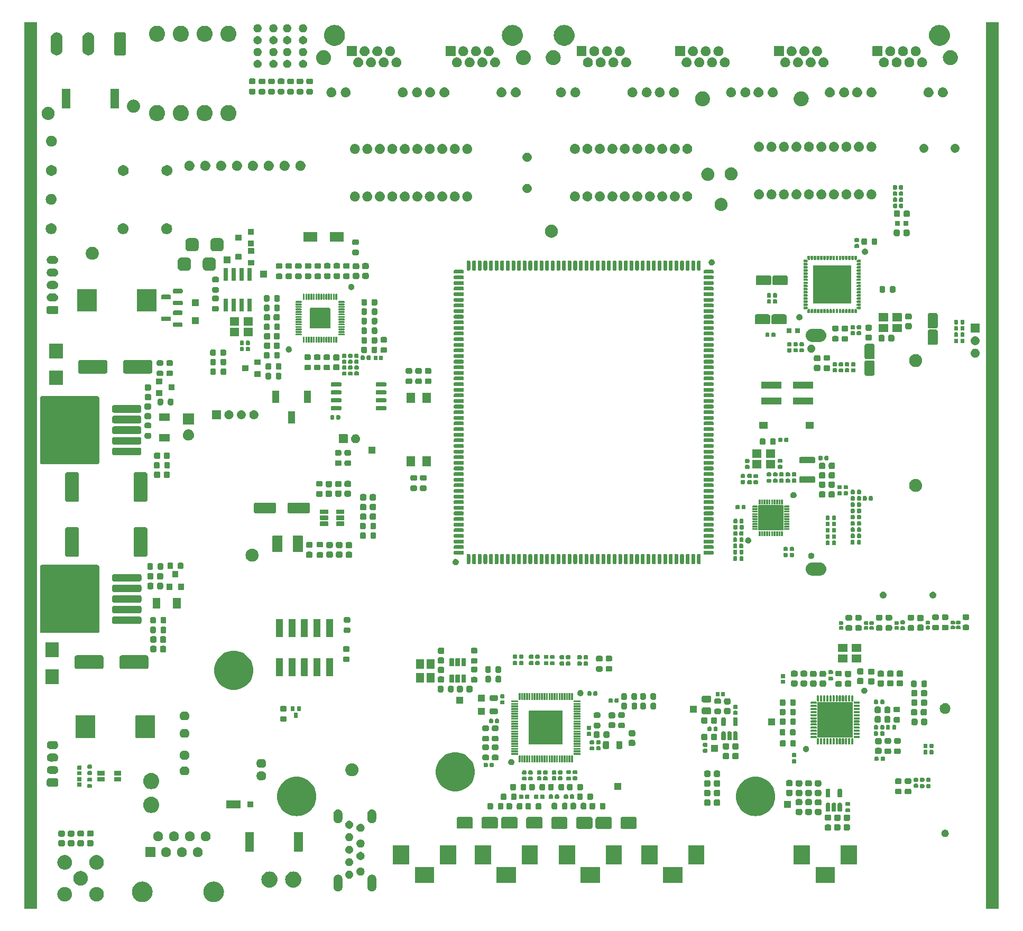
<source format=gts>
G04 #@! TF.GenerationSoftware,KiCad,Pcbnew,8.0.0-rc1*
G04 #@! TF.CreationDate,2024-05-28T16:40:15+03:00*
G04 #@! TF.ProjectId,MXVR_3566,4d585652-5f33-4353-9636-2e6b69636164,REV1*
G04 #@! TF.SameCoordinates,Original*
G04 #@! TF.FileFunction,Soldermask,Top*
G04 #@! TF.FilePolarity,Negative*
%FSLAX46Y46*%
G04 Gerber Fmt 4.6, Leading zero omitted, Abs format (unit mm)*
G04 Created by KiCad (PCBNEW 8.0.0-rc1) date 2024-05-28 16:40:15*
%MOMM*%
%LPD*%
G01*
G04 APERTURE LIST*
G04 APERTURE END LIST*
G36*
X49470913Y-25549086D02*
G01*
X49475000Y-25558951D01*
X49475000Y-167541048D01*
X49470913Y-167550913D01*
X49461049Y-167555000D01*
X47478951Y-167555000D01*
X47469086Y-167550913D01*
X47465000Y-167541050D01*
X47474999Y-25558949D01*
X47479086Y-25549085D01*
X47488950Y-25545000D01*
X49461049Y-25545000D01*
X49470913Y-25549086D01*
G37*
G36*
X203470908Y-25549081D02*
G01*
X203475000Y-25558820D01*
X203475000Y-167531048D01*
X203470888Y-167540974D01*
X203461132Y-167545044D01*
X201478975Y-167554955D01*
X201469091Y-167550918D01*
X201465000Y-167541179D01*
X201465000Y-25568951D01*
X201469111Y-25559025D01*
X201478867Y-25554955D01*
X203461024Y-25545044D01*
X203470908Y-25549081D01*
G37*
G36*
X66405251Y-163181242D02*
G01*
X66468372Y-163181242D01*
X66537350Y-163191638D01*
X66603273Y-163196827D01*
X66656406Y-163209583D01*
X66712349Y-163218015D01*
X66785447Y-163240563D01*
X66855187Y-163257306D01*
X66900284Y-163275985D01*
X66948132Y-163290745D01*
X67023248Y-163326919D01*
X67094538Y-163356448D01*
X67131131Y-163378872D01*
X67170437Y-163397801D01*
X67245200Y-163448774D01*
X67315433Y-163491813D01*
X67343557Y-163515833D01*
X67374302Y-163536795D01*
X67446089Y-163603404D01*
X67512433Y-163660067D01*
X67532579Y-163683655D01*
X67555176Y-163704622D01*
X67621241Y-163787465D01*
X67680687Y-163857067D01*
X67693760Y-163878401D01*
X67709017Y-163897532D01*
X67766550Y-163997183D01*
X67816052Y-164077962D01*
X67823323Y-164095516D01*
X67832385Y-164111212D01*
X67878615Y-164229004D01*
X67915194Y-164317313D01*
X67918217Y-164329908D01*
X67922529Y-164340893D01*
X67954815Y-164482350D01*
X67975673Y-164569227D01*
X67976214Y-164576101D01*
X67977435Y-164581451D01*
X67993346Y-164793788D01*
X67996000Y-164827500D01*
X67993346Y-164861214D01*
X67977435Y-165073548D01*
X67976214Y-165078896D01*
X67975673Y-165085773D01*
X67954811Y-165172668D01*
X67922529Y-165314106D01*
X67918218Y-165325088D01*
X67915194Y-165337687D01*
X67878608Y-165426013D01*
X67832385Y-165543787D01*
X67823324Y-165559479D01*
X67816052Y-165577038D01*
X67766540Y-165657833D01*
X67709017Y-165757467D01*
X67693763Y-165776594D01*
X67680687Y-165797933D01*
X67621229Y-165867548D01*
X67555176Y-165950377D01*
X67532583Y-165971339D01*
X67512433Y-165994933D01*
X67446076Y-166051607D01*
X67374302Y-166118204D01*
X67343563Y-166139161D01*
X67315433Y-166163187D01*
X67245186Y-166206234D01*
X67170437Y-166257198D01*
X67131138Y-166276122D01*
X67094538Y-166298552D01*
X67023233Y-166328087D01*
X66948132Y-166364254D01*
X66900293Y-166379010D01*
X66855187Y-166397694D01*
X66785432Y-166414440D01*
X66712349Y-166436984D01*
X66656414Y-166445414D01*
X66603273Y-166458173D01*
X66537346Y-166463361D01*
X66468372Y-166473758D01*
X66405251Y-166473758D01*
X66345000Y-166478500D01*
X66284749Y-166473758D01*
X66221628Y-166473758D01*
X66152652Y-166463361D01*
X66086727Y-166458173D01*
X66033586Y-166445415D01*
X65977650Y-166436984D01*
X65904562Y-166414439D01*
X65834813Y-166397694D01*
X65789709Y-166379011D01*
X65741867Y-166364254D01*
X65666761Y-166328085D01*
X65595462Y-166298552D01*
X65558861Y-166276123D01*
X65519563Y-166257198D01*
X65444810Y-166206232D01*
X65374567Y-166163187D01*
X65346440Y-166139164D01*
X65315697Y-166118204D01*
X65243911Y-166051596D01*
X65177567Y-165994933D01*
X65157420Y-165971344D01*
X65134823Y-165950377D01*
X65068755Y-165867530D01*
X65009313Y-165797933D01*
X64996240Y-165776599D01*
X64980982Y-165757467D01*
X64923442Y-165657804D01*
X64873948Y-165577038D01*
X64866677Y-165559485D01*
X64857614Y-165543787D01*
X64811372Y-165425967D01*
X64774806Y-165337687D01*
X64771782Y-165325095D01*
X64767470Y-165314106D01*
X64735168Y-165172583D01*
X64714327Y-165085773D01*
X64713786Y-165078903D01*
X64712564Y-165073548D01*
X64696632Y-164860948D01*
X64694000Y-164827500D01*
X64696632Y-164794053D01*
X64712564Y-164581451D01*
X64713786Y-164576095D01*
X64714327Y-164569227D01*
X64735163Y-164482435D01*
X64767470Y-164340893D01*
X64771783Y-164329902D01*
X64774806Y-164317313D01*
X64811365Y-164229050D01*
X64857614Y-164111212D01*
X64866679Y-164095510D01*
X64873948Y-164077962D01*
X64923432Y-163997211D01*
X64980982Y-163897532D01*
X64996242Y-163878395D01*
X65009313Y-163857067D01*
X65068743Y-163787483D01*
X65134823Y-163704622D01*
X65157424Y-163683650D01*
X65177567Y-163660067D01*
X65243897Y-163603415D01*
X65315697Y-163536795D01*
X65346446Y-163515830D01*
X65374567Y-163491813D01*
X65444795Y-163448776D01*
X65519563Y-163397801D01*
X65558869Y-163378872D01*
X65595462Y-163356448D01*
X65666746Y-163326921D01*
X65741867Y-163290745D01*
X65789718Y-163275984D01*
X65834813Y-163257306D01*
X65904547Y-163240564D01*
X65977650Y-163218015D01*
X66033594Y-163209582D01*
X66086727Y-163196827D01*
X66152648Y-163191638D01*
X66221628Y-163181242D01*
X66284749Y-163181242D01*
X66345000Y-163176500D01*
X66405251Y-163181242D01*
G37*
G36*
X77835251Y-163181242D02*
G01*
X77898372Y-163181242D01*
X77967350Y-163191638D01*
X78033273Y-163196827D01*
X78086406Y-163209583D01*
X78142349Y-163218015D01*
X78215447Y-163240563D01*
X78285187Y-163257306D01*
X78330284Y-163275985D01*
X78378132Y-163290745D01*
X78453248Y-163326919D01*
X78524538Y-163356448D01*
X78561131Y-163378872D01*
X78600437Y-163397801D01*
X78675200Y-163448774D01*
X78745433Y-163491813D01*
X78773557Y-163515833D01*
X78804302Y-163536795D01*
X78876089Y-163603404D01*
X78942433Y-163660067D01*
X78962579Y-163683655D01*
X78985176Y-163704622D01*
X79051241Y-163787465D01*
X79110687Y-163857067D01*
X79123760Y-163878401D01*
X79139017Y-163897532D01*
X79196550Y-163997183D01*
X79246052Y-164077962D01*
X79253323Y-164095516D01*
X79262385Y-164111212D01*
X79308615Y-164229004D01*
X79345194Y-164317313D01*
X79348217Y-164329908D01*
X79352529Y-164340893D01*
X79384815Y-164482350D01*
X79405673Y-164569227D01*
X79406214Y-164576101D01*
X79407435Y-164581451D01*
X79423346Y-164793788D01*
X79426000Y-164827500D01*
X79423346Y-164861214D01*
X79407435Y-165073548D01*
X79406214Y-165078896D01*
X79405673Y-165085773D01*
X79384811Y-165172668D01*
X79352529Y-165314106D01*
X79348218Y-165325088D01*
X79345194Y-165337687D01*
X79308608Y-165426013D01*
X79262385Y-165543787D01*
X79253324Y-165559479D01*
X79246052Y-165577038D01*
X79196540Y-165657833D01*
X79139017Y-165757467D01*
X79123763Y-165776594D01*
X79110687Y-165797933D01*
X79051229Y-165867548D01*
X78985176Y-165950377D01*
X78962583Y-165971339D01*
X78942433Y-165994933D01*
X78876076Y-166051607D01*
X78804302Y-166118204D01*
X78773563Y-166139161D01*
X78745433Y-166163187D01*
X78675186Y-166206234D01*
X78600437Y-166257198D01*
X78561138Y-166276122D01*
X78524538Y-166298552D01*
X78453233Y-166328087D01*
X78378132Y-166364254D01*
X78330293Y-166379010D01*
X78285187Y-166397694D01*
X78215432Y-166414440D01*
X78142349Y-166436984D01*
X78086414Y-166445414D01*
X78033273Y-166458173D01*
X77967346Y-166463361D01*
X77898372Y-166473758D01*
X77835251Y-166473758D01*
X77775000Y-166478500D01*
X77714749Y-166473758D01*
X77651628Y-166473758D01*
X77582652Y-166463361D01*
X77516727Y-166458173D01*
X77463586Y-166445415D01*
X77407650Y-166436984D01*
X77334562Y-166414439D01*
X77264813Y-166397694D01*
X77219709Y-166379011D01*
X77171867Y-166364254D01*
X77096761Y-166328085D01*
X77025462Y-166298552D01*
X76988861Y-166276123D01*
X76949563Y-166257198D01*
X76874810Y-166206232D01*
X76804567Y-166163187D01*
X76776440Y-166139164D01*
X76745697Y-166118204D01*
X76673911Y-166051596D01*
X76607567Y-165994933D01*
X76587420Y-165971344D01*
X76564823Y-165950377D01*
X76498755Y-165867530D01*
X76439313Y-165797933D01*
X76426240Y-165776599D01*
X76410982Y-165757467D01*
X76353442Y-165657804D01*
X76303948Y-165577038D01*
X76296677Y-165559485D01*
X76287614Y-165543787D01*
X76241372Y-165425967D01*
X76204806Y-165337687D01*
X76201782Y-165325095D01*
X76197470Y-165314106D01*
X76165168Y-165172583D01*
X76144327Y-165085773D01*
X76143786Y-165078903D01*
X76142564Y-165073548D01*
X76126632Y-164860948D01*
X76124000Y-164827500D01*
X76126632Y-164794053D01*
X76142564Y-164581451D01*
X76143786Y-164576095D01*
X76144327Y-164569227D01*
X76165163Y-164482435D01*
X76197470Y-164340893D01*
X76201783Y-164329902D01*
X76204806Y-164317313D01*
X76241365Y-164229050D01*
X76287614Y-164111212D01*
X76296679Y-164095510D01*
X76303948Y-164077962D01*
X76353432Y-163997211D01*
X76410982Y-163897532D01*
X76426242Y-163878395D01*
X76439313Y-163857067D01*
X76498743Y-163787483D01*
X76564823Y-163704622D01*
X76587424Y-163683650D01*
X76607567Y-163660067D01*
X76673897Y-163603415D01*
X76745697Y-163536795D01*
X76776446Y-163515830D01*
X76804567Y-163491813D01*
X76874795Y-163448776D01*
X76949563Y-163397801D01*
X76988869Y-163378872D01*
X77025462Y-163356448D01*
X77096746Y-163326921D01*
X77171867Y-163290745D01*
X77219718Y-163275984D01*
X77264813Y-163257306D01*
X77334547Y-163240564D01*
X77407650Y-163218015D01*
X77463594Y-163209582D01*
X77516727Y-163196827D01*
X77582648Y-163191638D01*
X77651628Y-163181242D01*
X77714749Y-163181242D01*
X77775000Y-163176500D01*
X77835251Y-163181242D01*
G37*
G36*
X53975380Y-164039017D02*
G01*
X54028508Y-164039017D01*
X54075247Y-164047754D01*
X54124180Y-164052035D01*
X54184240Y-164068128D01*
X54241828Y-164078893D01*
X54280885Y-164094024D01*
X54322158Y-164105083D01*
X54384640Y-164134219D01*
X54444188Y-164157288D01*
X54474924Y-164176319D01*
X54507915Y-164191703D01*
X54570148Y-164235279D01*
X54628698Y-164271532D01*
X54651141Y-164291991D01*
X54675807Y-164309263D01*
X54734808Y-164368264D01*
X54789074Y-164417734D01*
X54803866Y-164437322D01*
X54820736Y-164454192D01*
X54873358Y-164529344D01*
X54919855Y-164590916D01*
X54928185Y-164607645D01*
X54938296Y-164622085D01*
X54981354Y-164714422D01*
X55016587Y-164785180D01*
X55020089Y-164797491D01*
X55024916Y-164807841D01*
X55055330Y-164921348D01*
X55075976Y-164993911D01*
X55076611Y-165000772D01*
X55077964Y-165005819D01*
X55092904Y-165176598D01*
X55096000Y-165210000D01*
X55092904Y-165243404D01*
X55077964Y-165414180D01*
X55076611Y-165419225D01*
X55075976Y-165426089D01*
X55055325Y-165498667D01*
X55024916Y-165612158D01*
X55020090Y-165622506D01*
X55016587Y-165634820D01*
X54981350Y-165705584D01*
X54938296Y-165797915D01*
X54928185Y-165812354D01*
X54919855Y-165829084D01*
X54873353Y-165890662D01*
X54820736Y-165965807D01*
X54803869Y-165982673D01*
X54789074Y-166002266D01*
X54734796Y-166051746D01*
X54675807Y-166110736D01*
X54651146Y-166128003D01*
X54628698Y-166148468D01*
X54570135Y-166184728D01*
X54507915Y-166228296D01*
X54474930Y-166243676D01*
X54444188Y-166262712D01*
X54384627Y-166285785D01*
X54322158Y-166314916D01*
X54280894Y-166325972D01*
X54241828Y-166341107D01*
X54184228Y-166351874D01*
X54124180Y-166367964D01*
X54075257Y-166372244D01*
X54028508Y-166380983D01*
X53975369Y-166380983D01*
X53920000Y-166385827D01*
X53864631Y-166380983D01*
X53811492Y-166380983D01*
X53764742Y-166372244D01*
X53715819Y-166367964D01*
X53655768Y-166351873D01*
X53598172Y-166341107D01*
X53559107Y-166325973D01*
X53517841Y-166314916D01*
X53455366Y-166285783D01*
X53395812Y-166262712D01*
X53365072Y-166243678D01*
X53332084Y-166228296D01*
X53269855Y-166184722D01*
X53211302Y-166148468D01*
X53188857Y-166128006D01*
X53164192Y-166110736D01*
X53105191Y-166051735D01*
X53050926Y-166002266D01*
X53036133Y-165982677D01*
X53019263Y-165965807D01*
X52966632Y-165890643D01*
X52920145Y-165829084D01*
X52911817Y-165812359D01*
X52901703Y-165797915D01*
X52858633Y-165705552D01*
X52823413Y-165634820D01*
X52819910Y-165622511D01*
X52815083Y-165612158D01*
X52784657Y-165498607D01*
X52764024Y-165426089D01*
X52763388Y-165419231D01*
X52762035Y-165414180D01*
X52747077Y-165243211D01*
X52744000Y-165210000D01*
X52747077Y-165176791D01*
X52762035Y-165005819D01*
X52763388Y-165000766D01*
X52764024Y-164993911D01*
X52784652Y-164921408D01*
X52815083Y-164807841D01*
X52819911Y-164797486D01*
X52823413Y-164785180D01*
X52858630Y-164714454D01*
X52901703Y-164622085D01*
X52911817Y-164607640D01*
X52920145Y-164590916D01*
X52966627Y-164529363D01*
X53019263Y-164454192D01*
X53036136Y-164437318D01*
X53050926Y-164417734D01*
X53105180Y-164368274D01*
X53164192Y-164309263D01*
X53188861Y-164291989D01*
X53211302Y-164271532D01*
X53269848Y-164235281D01*
X53332085Y-164191703D01*
X53365076Y-164176318D01*
X53395812Y-164157288D01*
X53455355Y-164134220D01*
X53517841Y-164105083D01*
X53559116Y-164094023D01*
X53598172Y-164078893D01*
X53655756Y-164068128D01*
X53715819Y-164052035D01*
X53764752Y-164047753D01*
X53811492Y-164039017D01*
X53864620Y-164039017D01*
X53920000Y-164034172D01*
X53975380Y-164039017D01*
G37*
G36*
X59075380Y-164039017D02*
G01*
X59128508Y-164039017D01*
X59175247Y-164047754D01*
X59224180Y-164052035D01*
X59284240Y-164068128D01*
X59341828Y-164078893D01*
X59380885Y-164094024D01*
X59422158Y-164105083D01*
X59484640Y-164134219D01*
X59544188Y-164157288D01*
X59574924Y-164176319D01*
X59607915Y-164191703D01*
X59670148Y-164235279D01*
X59728698Y-164271532D01*
X59751141Y-164291991D01*
X59775807Y-164309263D01*
X59834808Y-164368264D01*
X59889074Y-164417734D01*
X59903866Y-164437322D01*
X59920736Y-164454192D01*
X59973358Y-164529344D01*
X60019855Y-164590916D01*
X60028185Y-164607645D01*
X60038296Y-164622085D01*
X60081354Y-164714422D01*
X60116587Y-164785180D01*
X60120089Y-164797491D01*
X60124916Y-164807841D01*
X60155330Y-164921348D01*
X60175976Y-164993911D01*
X60176611Y-165000772D01*
X60177964Y-165005819D01*
X60192904Y-165176598D01*
X60196000Y-165210000D01*
X60192904Y-165243404D01*
X60177964Y-165414180D01*
X60176611Y-165419225D01*
X60175976Y-165426089D01*
X60155325Y-165498667D01*
X60124916Y-165612158D01*
X60120090Y-165622506D01*
X60116587Y-165634820D01*
X60081350Y-165705584D01*
X60038296Y-165797915D01*
X60028185Y-165812354D01*
X60019855Y-165829084D01*
X59973353Y-165890662D01*
X59920736Y-165965807D01*
X59903869Y-165982673D01*
X59889074Y-166002266D01*
X59834796Y-166051746D01*
X59775807Y-166110736D01*
X59751146Y-166128003D01*
X59728698Y-166148468D01*
X59670135Y-166184728D01*
X59607915Y-166228296D01*
X59574930Y-166243676D01*
X59544188Y-166262712D01*
X59484627Y-166285785D01*
X59422158Y-166314916D01*
X59380894Y-166325972D01*
X59341828Y-166341107D01*
X59284228Y-166351874D01*
X59224180Y-166367964D01*
X59175257Y-166372244D01*
X59128508Y-166380983D01*
X59075369Y-166380983D01*
X59020000Y-166385827D01*
X58964631Y-166380983D01*
X58911492Y-166380983D01*
X58864742Y-166372244D01*
X58815819Y-166367964D01*
X58755768Y-166351873D01*
X58698172Y-166341107D01*
X58659107Y-166325973D01*
X58617841Y-166314916D01*
X58555366Y-166285783D01*
X58495812Y-166262712D01*
X58465072Y-166243678D01*
X58432084Y-166228296D01*
X58369855Y-166184722D01*
X58311302Y-166148468D01*
X58288857Y-166128006D01*
X58264192Y-166110736D01*
X58205191Y-166051735D01*
X58150926Y-166002266D01*
X58136133Y-165982677D01*
X58119263Y-165965807D01*
X58066632Y-165890643D01*
X58020145Y-165829084D01*
X58011817Y-165812359D01*
X58001703Y-165797915D01*
X57958633Y-165705552D01*
X57923413Y-165634820D01*
X57919910Y-165622511D01*
X57915083Y-165612158D01*
X57884657Y-165498607D01*
X57864024Y-165426089D01*
X57863388Y-165419231D01*
X57862035Y-165414180D01*
X57847077Y-165243211D01*
X57844000Y-165210000D01*
X57847077Y-165176791D01*
X57862035Y-165005819D01*
X57863388Y-165000766D01*
X57864024Y-164993911D01*
X57884652Y-164921408D01*
X57915083Y-164807841D01*
X57919911Y-164797486D01*
X57923413Y-164785180D01*
X57958630Y-164714454D01*
X58001703Y-164622085D01*
X58011817Y-164607640D01*
X58020145Y-164590916D01*
X58066627Y-164529363D01*
X58119263Y-164454192D01*
X58136136Y-164437318D01*
X58150926Y-164417734D01*
X58205180Y-164368274D01*
X58264192Y-164309263D01*
X58288861Y-164291989D01*
X58311302Y-164271532D01*
X58369848Y-164235281D01*
X58432085Y-164191703D01*
X58465076Y-164176318D01*
X58495812Y-164157288D01*
X58555355Y-164134220D01*
X58617841Y-164105083D01*
X58659116Y-164094023D01*
X58698172Y-164078893D01*
X58755756Y-164068128D01*
X58815819Y-164052035D01*
X58864752Y-164047753D01*
X58911492Y-164039017D01*
X58964620Y-164039017D01*
X59020000Y-164034172D01*
X59075380Y-164039017D01*
G37*
G36*
X97893490Y-162109185D02*
G01*
X98020449Y-162161773D01*
X98134710Y-162238120D01*
X98231880Y-162335290D01*
X98308227Y-162449551D01*
X98360815Y-162576510D01*
X98387624Y-162711290D01*
X98391000Y-164080000D01*
X98387624Y-164148710D01*
X98360815Y-164283490D01*
X98308227Y-164410449D01*
X98231880Y-164524710D01*
X98134710Y-164621880D01*
X98020449Y-164698227D01*
X97893490Y-164750815D01*
X97758710Y-164777624D01*
X97621290Y-164777624D01*
X97486510Y-164750815D01*
X97359551Y-164698227D01*
X97245290Y-164621880D01*
X97148120Y-164524710D01*
X97071773Y-164410449D01*
X97019185Y-164283490D01*
X96992376Y-164148710D01*
X96989000Y-162780000D01*
X96992376Y-162711290D01*
X97019185Y-162576510D01*
X97071773Y-162449551D01*
X97148120Y-162335290D01*
X97245290Y-162238120D01*
X97359551Y-162161773D01*
X97486510Y-162109185D01*
X97621290Y-162082376D01*
X97758710Y-162082376D01*
X97893490Y-162109185D01*
G37*
G36*
X103313490Y-162109185D02*
G01*
X103440449Y-162161773D01*
X103554710Y-162238120D01*
X103651880Y-162335290D01*
X103728227Y-162449551D01*
X103780815Y-162576510D01*
X103807624Y-162711290D01*
X103811000Y-164080000D01*
X103807624Y-164148710D01*
X103780815Y-164283490D01*
X103728227Y-164410449D01*
X103651880Y-164524710D01*
X103554710Y-164621880D01*
X103440449Y-164698227D01*
X103313490Y-164750815D01*
X103178710Y-164777624D01*
X103041290Y-164777624D01*
X102906510Y-164750815D01*
X102779551Y-164698227D01*
X102665290Y-164621880D01*
X102568120Y-164524710D01*
X102491773Y-164410449D01*
X102439185Y-164283490D01*
X102412376Y-164148710D01*
X102409000Y-162780000D01*
X102412376Y-162711290D01*
X102439185Y-162576510D01*
X102491773Y-162449551D01*
X102568120Y-162335290D01*
X102665290Y-162238120D01*
X102779551Y-162161773D01*
X102906510Y-162109185D01*
X103041290Y-162082376D01*
X103178710Y-162082376D01*
X103313490Y-162109185D01*
G37*
G36*
X86945916Y-161588765D02*
G01*
X87164968Y-161647460D01*
X87370500Y-161743301D01*
X87556267Y-161873376D01*
X87716624Y-162033733D01*
X87846699Y-162219500D01*
X87942540Y-162425032D01*
X88001235Y-162644084D01*
X88021000Y-162870000D01*
X88001235Y-163095916D01*
X87942540Y-163314968D01*
X87846699Y-163520500D01*
X87716624Y-163706267D01*
X87556267Y-163866624D01*
X87370500Y-163996699D01*
X87164968Y-164092540D01*
X86945916Y-164151235D01*
X86720000Y-164171000D01*
X86494084Y-164151235D01*
X86275032Y-164092540D01*
X86069500Y-163996699D01*
X85883733Y-163866624D01*
X85723376Y-163706267D01*
X85593301Y-163520500D01*
X85497460Y-163314968D01*
X85438765Y-163095916D01*
X85419000Y-162870000D01*
X85438765Y-162644084D01*
X85497460Y-162425032D01*
X85593301Y-162219500D01*
X85723376Y-162033733D01*
X85883733Y-161873376D01*
X86069500Y-161743301D01*
X86275032Y-161647460D01*
X86494084Y-161588765D01*
X86720000Y-161569000D01*
X86945916Y-161588765D01*
G37*
G36*
X90755916Y-161588765D02*
G01*
X90974968Y-161647460D01*
X91180500Y-161743301D01*
X91366267Y-161873376D01*
X91526624Y-162033733D01*
X91656699Y-162219500D01*
X91752540Y-162425032D01*
X91811235Y-162644084D01*
X91831000Y-162870000D01*
X91811235Y-163095916D01*
X91752540Y-163314968D01*
X91656699Y-163520500D01*
X91526624Y-163706267D01*
X91366267Y-163866624D01*
X91180500Y-163996699D01*
X90974968Y-164092540D01*
X90755916Y-164151235D01*
X90530000Y-164171000D01*
X90304084Y-164151235D01*
X90085032Y-164092540D01*
X89879500Y-163996699D01*
X89693733Y-163866624D01*
X89533376Y-163706267D01*
X89403301Y-163520500D01*
X89307460Y-163314968D01*
X89248765Y-163095916D01*
X89229000Y-162870000D01*
X89248765Y-162644084D01*
X89307460Y-162425032D01*
X89403301Y-162219500D01*
X89533376Y-162033733D01*
X89693733Y-161873376D01*
X89879500Y-161743301D01*
X90085032Y-161647460D01*
X90304084Y-161588765D01*
X90530000Y-161569000D01*
X90755916Y-161588765D01*
G37*
G36*
X56525380Y-161489017D02*
G01*
X56578508Y-161489017D01*
X56625247Y-161497754D01*
X56674180Y-161502035D01*
X56734240Y-161518128D01*
X56791828Y-161528893D01*
X56830885Y-161544024D01*
X56872158Y-161555083D01*
X56934640Y-161584219D01*
X56994188Y-161607288D01*
X57024924Y-161626319D01*
X57057915Y-161641703D01*
X57120148Y-161685279D01*
X57178698Y-161721532D01*
X57201141Y-161741991D01*
X57225807Y-161759263D01*
X57284808Y-161818264D01*
X57339074Y-161867734D01*
X57353866Y-161887322D01*
X57370736Y-161904192D01*
X57423358Y-161979344D01*
X57469855Y-162040916D01*
X57478185Y-162057645D01*
X57488296Y-162072085D01*
X57531354Y-162164422D01*
X57566587Y-162235180D01*
X57570089Y-162247491D01*
X57574916Y-162257841D01*
X57605330Y-162371348D01*
X57625976Y-162443911D01*
X57626611Y-162450772D01*
X57627964Y-162455819D01*
X57642904Y-162626598D01*
X57646000Y-162660000D01*
X57642904Y-162693404D01*
X57627964Y-162864180D01*
X57626611Y-162869225D01*
X57625976Y-162876089D01*
X57605325Y-162948667D01*
X57574916Y-163062158D01*
X57570090Y-163072506D01*
X57566587Y-163084820D01*
X57531350Y-163155584D01*
X57488296Y-163247915D01*
X57478185Y-163262354D01*
X57469855Y-163279084D01*
X57423353Y-163340662D01*
X57370736Y-163415807D01*
X57353869Y-163432673D01*
X57339074Y-163452266D01*
X57284796Y-163501746D01*
X57225807Y-163560736D01*
X57201146Y-163578003D01*
X57178698Y-163598468D01*
X57120135Y-163634728D01*
X57057915Y-163678296D01*
X57024930Y-163693676D01*
X56994188Y-163712712D01*
X56934627Y-163735785D01*
X56872158Y-163764916D01*
X56830894Y-163775972D01*
X56791828Y-163791107D01*
X56734228Y-163801874D01*
X56674180Y-163817964D01*
X56625257Y-163822244D01*
X56578508Y-163830983D01*
X56525369Y-163830983D01*
X56470000Y-163835827D01*
X56414631Y-163830983D01*
X56361492Y-163830983D01*
X56314742Y-163822244D01*
X56265819Y-163817964D01*
X56205768Y-163801873D01*
X56148172Y-163791107D01*
X56109107Y-163775973D01*
X56067841Y-163764916D01*
X56005366Y-163735783D01*
X55945812Y-163712712D01*
X55915072Y-163693678D01*
X55882084Y-163678296D01*
X55819855Y-163634722D01*
X55761302Y-163598468D01*
X55738857Y-163578006D01*
X55714192Y-163560736D01*
X55655191Y-163501735D01*
X55600926Y-163452266D01*
X55586133Y-163432677D01*
X55569263Y-163415807D01*
X55516632Y-163340643D01*
X55470145Y-163279084D01*
X55461817Y-163262359D01*
X55451703Y-163247915D01*
X55408633Y-163155552D01*
X55373413Y-163084820D01*
X55369910Y-163072511D01*
X55365083Y-163062158D01*
X55334657Y-162948607D01*
X55314024Y-162876089D01*
X55313388Y-162869231D01*
X55312035Y-162864180D01*
X55297077Y-162693211D01*
X55294000Y-162660000D01*
X55297077Y-162626791D01*
X55312035Y-162455819D01*
X55313388Y-162450766D01*
X55314024Y-162443911D01*
X55334652Y-162371408D01*
X55365083Y-162257841D01*
X55369911Y-162247486D01*
X55373413Y-162235180D01*
X55408630Y-162164454D01*
X55451703Y-162072085D01*
X55461817Y-162057640D01*
X55470145Y-162040916D01*
X55516627Y-161979363D01*
X55569263Y-161904192D01*
X55586136Y-161887318D01*
X55600926Y-161867734D01*
X55655180Y-161818274D01*
X55714192Y-161759263D01*
X55738861Y-161741989D01*
X55761302Y-161721532D01*
X55819848Y-161685281D01*
X55882085Y-161641703D01*
X55915076Y-161626318D01*
X55945812Y-161607288D01*
X56005355Y-161584220D01*
X56067841Y-161555083D01*
X56109116Y-161544023D01*
X56148172Y-161528893D01*
X56205756Y-161518128D01*
X56265819Y-161502035D01*
X56314752Y-161497753D01*
X56361492Y-161489017D01*
X56414620Y-161489017D01*
X56470000Y-161484172D01*
X56525380Y-161489017D01*
G37*
G36*
X113079517Y-160822892D02*
G01*
X113096062Y-160833948D01*
X113107118Y-160850493D01*
X113111000Y-160870010D01*
X113111000Y-163370010D01*
X113107118Y-163389527D01*
X113096062Y-163406072D01*
X113079517Y-163417128D01*
X113060000Y-163421010D01*
X110060000Y-163421010D01*
X110040483Y-163417128D01*
X110023938Y-163406072D01*
X110012882Y-163389527D01*
X110009000Y-163370010D01*
X110009000Y-160870010D01*
X110012882Y-160850493D01*
X110023938Y-160833948D01*
X110040483Y-160822892D01*
X110060000Y-160819010D01*
X113060000Y-160819010D01*
X113079517Y-160822892D01*
G37*
G36*
X126169517Y-160822892D02*
G01*
X126186062Y-160833948D01*
X126197118Y-160850493D01*
X126201000Y-160870010D01*
X126201000Y-163370010D01*
X126197118Y-163389527D01*
X126186062Y-163406072D01*
X126169517Y-163417128D01*
X126150000Y-163421010D01*
X123150000Y-163421010D01*
X123130483Y-163417128D01*
X123113938Y-163406072D01*
X123102882Y-163389527D01*
X123099000Y-163370010D01*
X123099000Y-160870010D01*
X123102882Y-160850493D01*
X123113938Y-160833948D01*
X123130483Y-160822892D01*
X123150000Y-160819010D01*
X126150000Y-160819010D01*
X126169517Y-160822892D01*
G37*
G36*
X139639517Y-160822892D02*
G01*
X139656062Y-160833948D01*
X139667118Y-160850493D01*
X139671000Y-160870010D01*
X139671000Y-163370010D01*
X139667118Y-163389527D01*
X139656062Y-163406072D01*
X139639517Y-163417128D01*
X139620000Y-163421010D01*
X136620000Y-163421010D01*
X136600483Y-163417128D01*
X136583938Y-163406072D01*
X136572882Y-163389527D01*
X136569000Y-163370010D01*
X136569000Y-160870010D01*
X136572882Y-160850493D01*
X136583938Y-160833948D01*
X136600483Y-160822892D01*
X136620000Y-160819010D01*
X139620000Y-160819010D01*
X139639517Y-160822892D01*
G37*
G36*
X152839517Y-160822892D02*
G01*
X152856062Y-160833948D01*
X152867118Y-160850493D01*
X152871000Y-160870010D01*
X152871000Y-163370010D01*
X152867118Y-163389527D01*
X152856062Y-163406072D01*
X152839517Y-163417128D01*
X152820000Y-163421010D01*
X149820000Y-163421010D01*
X149800483Y-163417128D01*
X149783938Y-163406072D01*
X149772882Y-163389527D01*
X149769000Y-163370010D01*
X149769000Y-160870010D01*
X149772882Y-160850493D01*
X149783938Y-160833948D01*
X149800483Y-160822892D01*
X149820000Y-160819010D01*
X152820000Y-160819010D01*
X152839517Y-160822892D01*
G37*
G36*
X177259517Y-160822892D02*
G01*
X177276062Y-160833948D01*
X177287118Y-160850493D01*
X177291000Y-160870010D01*
X177291000Y-163370010D01*
X177287118Y-163389527D01*
X177276062Y-163406072D01*
X177259517Y-163417128D01*
X177240000Y-163421010D01*
X174240000Y-163421010D01*
X174220483Y-163417128D01*
X174203938Y-163406072D01*
X174192882Y-163389527D01*
X174189000Y-163370010D01*
X174189000Y-160870010D01*
X174192882Y-160850493D01*
X174203938Y-160833948D01*
X174220483Y-160822892D01*
X174240000Y-160819010D01*
X177240000Y-160819010D01*
X177259517Y-160822892D01*
G37*
G36*
X99730848Y-161471304D02*
G01*
X99869810Y-161544238D01*
X99987280Y-161648307D01*
X100076432Y-161777465D01*
X100132083Y-161924206D01*
X100151000Y-162080000D01*
X100132083Y-162235794D01*
X100076432Y-162382535D01*
X99987280Y-162511693D01*
X99869810Y-162615762D01*
X99730848Y-162688696D01*
X99578469Y-162726253D01*
X99421531Y-162726253D01*
X99269152Y-162688696D01*
X99130190Y-162615762D01*
X99012720Y-162511693D01*
X98923568Y-162382535D01*
X98867917Y-162235794D01*
X98849000Y-162080000D01*
X98867917Y-161924206D01*
X98923568Y-161777465D01*
X99012720Y-161648307D01*
X99130190Y-161544238D01*
X99269152Y-161471304D01*
X99421531Y-161433747D01*
X99578469Y-161433747D01*
X99730848Y-161471304D01*
G37*
G36*
X101530848Y-160971304D02*
G01*
X101669810Y-161044238D01*
X101787280Y-161148307D01*
X101876432Y-161277465D01*
X101932083Y-161424206D01*
X101951000Y-161580000D01*
X101932083Y-161735794D01*
X101876432Y-161882535D01*
X101787280Y-162011693D01*
X101669810Y-162115762D01*
X101530848Y-162188696D01*
X101378469Y-162226253D01*
X101221531Y-162226253D01*
X101069152Y-162188696D01*
X100930190Y-162115762D01*
X100812720Y-162011693D01*
X100723568Y-161882535D01*
X100667917Y-161735794D01*
X100649000Y-161580000D01*
X100667917Y-161424206D01*
X100723568Y-161277465D01*
X100812720Y-161148307D01*
X100930190Y-161044238D01*
X101069152Y-160971304D01*
X101221531Y-160933747D01*
X101378469Y-160933747D01*
X101530848Y-160971304D01*
G37*
G36*
X53975380Y-158939017D02*
G01*
X54028508Y-158939017D01*
X54075247Y-158947754D01*
X54124180Y-158952035D01*
X54184240Y-158968128D01*
X54241828Y-158978893D01*
X54280885Y-158994024D01*
X54322158Y-159005083D01*
X54384640Y-159034219D01*
X54444188Y-159057288D01*
X54474924Y-159076319D01*
X54507915Y-159091703D01*
X54570148Y-159135279D01*
X54628698Y-159171532D01*
X54651141Y-159191991D01*
X54675807Y-159209263D01*
X54734808Y-159268264D01*
X54789074Y-159317734D01*
X54803866Y-159337322D01*
X54820736Y-159354192D01*
X54873358Y-159429344D01*
X54919855Y-159490916D01*
X54928185Y-159507645D01*
X54938296Y-159522085D01*
X54981354Y-159614422D01*
X55016587Y-159685180D01*
X55020089Y-159697491D01*
X55024916Y-159707841D01*
X55055330Y-159821348D01*
X55075976Y-159893911D01*
X55076611Y-159900772D01*
X55077964Y-159905819D01*
X55092904Y-160076598D01*
X55096000Y-160110000D01*
X55092904Y-160143404D01*
X55077964Y-160314180D01*
X55076611Y-160319225D01*
X55075976Y-160326089D01*
X55055325Y-160398667D01*
X55024916Y-160512158D01*
X55020090Y-160522506D01*
X55016587Y-160534820D01*
X54981350Y-160605584D01*
X54938296Y-160697915D01*
X54928185Y-160712354D01*
X54919855Y-160729084D01*
X54873353Y-160790662D01*
X54820736Y-160865807D01*
X54803869Y-160882673D01*
X54789074Y-160902266D01*
X54734796Y-160951746D01*
X54675807Y-161010736D01*
X54651146Y-161028003D01*
X54628698Y-161048468D01*
X54570135Y-161084728D01*
X54507915Y-161128296D01*
X54474930Y-161143676D01*
X54444188Y-161162712D01*
X54384627Y-161185785D01*
X54322158Y-161214916D01*
X54280894Y-161225972D01*
X54241828Y-161241107D01*
X54184228Y-161251874D01*
X54124180Y-161267964D01*
X54075257Y-161272244D01*
X54028508Y-161280983D01*
X53975369Y-161280983D01*
X53920000Y-161285827D01*
X53864631Y-161280983D01*
X53811492Y-161280983D01*
X53764742Y-161272244D01*
X53715819Y-161267964D01*
X53655768Y-161251873D01*
X53598172Y-161241107D01*
X53559107Y-161225973D01*
X53517841Y-161214916D01*
X53455366Y-161185783D01*
X53395812Y-161162712D01*
X53365072Y-161143678D01*
X53332084Y-161128296D01*
X53269855Y-161084722D01*
X53211302Y-161048468D01*
X53188857Y-161028006D01*
X53164192Y-161010736D01*
X53105191Y-160951735D01*
X53050926Y-160902266D01*
X53036133Y-160882677D01*
X53019263Y-160865807D01*
X52966632Y-160790643D01*
X52920145Y-160729084D01*
X52911817Y-160712359D01*
X52901703Y-160697915D01*
X52858633Y-160605552D01*
X52823413Y-160534820D01*
X52819910Y-160522511D01*
X52815083Y-160512158D01*
X52784657Y-160398607D01*
X52764024Y-160326089D01*
X52763388Y-160319231D01*
X52762035Y-160314180D01*
X52747077Y-160143211D01*
X52744000Y-160110000D01*
X52747077Y-160076791D01*
X52762035Y-159905819D01*
X52763388Y-159900766D01*
X52764024Y-159893911D01*
X52784652Y-159821408D01*
X52815083Y-159707841D01*
X52819911Y-159697486D01*
X52823413Y-159685180D01*
X52858630Y-159614454D01*
X52901703Y-159522085D01*
X52911817Y-159507640D01*
X52920145Y-159490916D01*
X52966627Y-159429363D01*
X53019263Y-159354192D01*
X53036136Y-159337318D01*
X53050926Y-159317734D01*
X53105180Y-159268274D01*
X53164192Y-159209263D01*
X53188861Y-159191989D01*
X53211302Y-159171532D01*
X53269848Y-159135281D01*
X53332085Y-159091703D01*
X53365076Y-159076318D01*
X53395812Y-159057288D01*
X53455355Y-159034220D01*
X53517841Y-159005083D01*
X53559116Y-158994023D01*
X53598172Y-158978893D01*
X53655756Y-158968128D01*
X53715819Y-158952035D01*
X53764752Y-158947753D01*
X53811492Y-158939017D01*
X53864620Y-158939017D01*
X53920000Y-158934172D01*
X53975380Y-158939017D01*
G37*
G36*
X59075380Y-158939017D02*
G01*
X59128508Y-158939017D01*
X59175247Y-158947754D01*
X59224180Y-158952035D01*
X59284240Y-158968128D01*
X59341828Y-158978893D01*
X59380885Y-158994024D01*
X59422158Y-159005083D01*
X59484640Y-159034219D01*
X59544188Y-159057288D01*
X59574924Y-159076319D01*
X59607915Y-159091703D01*
X59670148Y-159135279D01*
X59728698Y-159171532D01*
X59751141Y-159191991D01*
X59775807Y-159209263D01*
X59834808Y-159268264D01*
X59889074Y-159317734D01*
X59903866Y-159337322D01*
X59920736Y-159354192D01*
X59973358Y-159429344D01*
X60019855Y-159490916D01*
X60028185Y-159507645D01*
X60038296Y-159522085D01*
X60081354Y-159614422D01*
X60116587Y-159685180D01*
X60120089Y-159697491D01*
X60124916Y-159707841D01*
X60155330Y-159821348D01*
X60175976Y-159893911D01*
X60176611Y-159900772D01*
X60177964Y-159905819D01*
X60192904Y-160076598D01*
X60196000Y-160110000D01*
X60192904Y-160143404D01*
X60177964Y-160314180D01*
X60176611Y-160319225D01*
X60175976Y-160326089D01*
X60155325Y-160398667D01*
X60124916Y-160512158D01*
X60120090Y-160522506D01*
X60116587Y-160534820D01*
X60081350Y-160605584D01*
X60038296Y-160697915D01*
X60028185Y-160712354D01*
X60019855Y-160729084D01*
X59973353Y-160790662D01*
X59920736Y-160865807D01*
X59903869Y-160882673D01*
X59889074Y-160902266D01*
X59834796Y-160951746D01*
X59775807Y-161010736D01*
X59751146Y-161028003D01*
X59728698Y-161048468D01*
X59670135Y-161084728D01*
X59607915Y-161128296D01*
X59574930Y-161143676D01*
X59544188Y-161162712D01*
X59484627Y-161185785D01*
X59422158Y-161214916D01*
X59380894Y-161225972D01*
X59341828Y-161241107D01*
X59284228Y-161251874D01*
X59224180Y-161267964D01*
X59175257Y-161272244D01*
X59128508Y-161280983D01*
X59075369Y-161280983D01*
X59020000Y-161285827D01*
X58964631Y-161280983D01*
X58911492Y-161280983D01*
X58864742Y-161272244D01*
X58815819Y-161267964D01*
X58755768Y-161251873D01*
X58698172Y-161241107D01*
X58659107Y-161225973D01*
X58617841Y-161214916D01*
X58555366Y-161185783D01*
X58495812Y-161162712D01*
X58465072Y-161143678D01*
X58432084Y-161128296D01*
X58369855Y-161084722D01*
X58311302Y-161048468D01*
X58288857Y-161028006D01*
X58264192Y-161010736D01*
X58205191Y-160951735D01*
X58150926Y-160902266D01*
X58136133Y-160882677D01*
X58119263Y-160865807D01*
X58066632Y-160790643D01*
X58020145Y-160729084D01*
X58011817Y-160712359D01*
X58001703Y-160697915D01*
X57958633Y-160605552D01*
X57923413Y-160534820D01*
X57919910Y-160522511D01*
X57915083Y-160512158D01*
X57884657Y-160398607D01*
X57864024Y-160326089D01*
X57863388Y-160319231D01*
X57862035Y-160314180D01*
X57847077Y-160143211D01*
X57844000Y-160110000D01*
X57847077Y-160076791D01*
X57862035Y-159905819D01*
X57863388Y-159900766D01*
X57864024Y-159893911D01*
X57884652Y-159821408D01*
X57915083Y-159707841D01*
X57919911Y-159697486D01*
X57923413Y-159685180D01*
X57958630Y-159614454D01*
X58001703Y-159522085D01*
X58011817Y-159507640D01*
X58020145Y-159490916D01*
X58066627Y-159429363D01*
X58119263Y-159354192D01*
X58136136Y-159337318D01*
X58150926Y-159317734D01*
X58205180Y-159268274D01*
X58264192Y-159209263D01*
X58288861Y-159191989D01*
X58311302Y-159171532D01*
X58369848Y-159135281D01*
X58432085Y-159091703D01*
X58465076Y-159076318D01*
X58495812Y-159057288D01*
X58555355Y-159034220D01*
X58617841Y-159005083D01*
X58659116Y-158994023D01*
X58698172Y-158978893D01*
X58755756Y-158968128D01*
X58815819Y-158952035D01*
X58864752Y-158947753D01*
X58911492Y-158939017D01*
X58964620Y-158939017D01*
X59020000Y-158934172D01*
X59075380Y-158939017D01*
G37*
G36*
X99730848Y-159471304D02*
G01*
X99869810Y-159544238D01*
X99987280Y-159648307D01*
X100076432Y-159777465D01*
X100132083Y-159924206D01*
X100151000Y-160080000D01*
X100132083Y-160235794D01*
X100076432Y-160382535D01*
X99987280Y-160511693D01*
X99869810Y-160615762D01*
X99730848Y-160688696D01*
X99578469Y-160726253D01*
X99421531Y-160726253D01*
X99269152Y-160688696D01*
X99130190Y-160615762D01*
X99012720Y-160511693D01*
X98923568Y-160382535D01*
X98867917Y-160235794D01*
X98849000Y-160080000D01*
X98867917Y-159924206D01*
X98923568Y-159777465D01*
X99012720Y-159648307D01*
X99130190Y-159544238D01*
X99269152Y-159471304D01*
X99421531Y-159433747D01*
X99578469Y-159433747D01*
X99730848Y-159471304D01*
G37*
G36*
X109079517Y-157372892D02*
G01*
X109096062Y-157383948D01*
X109107118Y-157400493D01*
X109111000Y-157420010D01*
X109111000Y-160420010D01*
X109107118Y-160439527D01*
X109096062Y-160456072D01*
X109079517Y-160467128D01*
X109060000Y-160471010D01*
X106560000Y-160471010D01*
X106540483Y-160467128D01*
X106523938Y-160456072D01*
X106512882Y-160439527D01*
X106509000Y-160420010D01*
X106509000Y-157420010D01*
X106512882Y-157400493D01*
X106523938Y-157383948D01*
X106540483Y-157372892D01*
X106560000Y-157369010D01*
X109060000Y-157369010D01*
X109079517Y-157372892D01*
G37*
G36*
X116579517Y-157372892D02*
G01*
X116596062Y-157383948D01*
X116607118Y-157400493D01*
X116611000Y-157420010D01*
X116611000Y-160420010D01*
X116607118Y-160439527D01*
X116596062Y-160456072D01*
X116579517Y-160467128D01*
X116560000Y-160471010D01*
X114060000Y-160471010D01*
X114040483Y-160467128D01*
X114023938Y-160456072D01*
X114012882Y-160439527D01*
X114009000Y-160420010D01*
X114009000Y-157420010D01*
X114012882Y-157400493D01*
X114023938Y-157383948D01*
X114040483Y-157372892D01*
X114060000Y-157369010D01*
X116560000Y-157369010D01*
X116579517Y-157372892D01*
G37*
G36*
X122169517Y-157372892D02*
G01*
X122186062Y-157383948D01*
X122197118Y-157400493D01*
X122201000Y-157420010D01*
X122201000Y-160420010D01*
X122197118Y-160439527D01*
X122186062Y-160456072D01*
X122169517Y-160467128D01*
X122150000Y-160471010D01*
X119650000Y-160471010D01*
X119630483Y-160467128D01*
X119613938Y-160456072D01*
X119602882Y-160439527D01*
X119599000Y-160420010D01*
X119599000Y-157420010D01*
X119602882Y-157400493D01*
X119613938Y-157383948D01*
X119630483Y-157372892D01*
X119650000Y-157369010D01*
X122150000Y-157369010D01*
X122169517Y-157372892D01*
G37*
G36*
X129669517Y-157372892D02*
G01*
X129686062Y-157383948D01*
X129697118Y-157400493D01*
X129701000Y-157420010D01*
X129701000Y-160420010D01*
X129697118Y-160439527D01*
X129686062Y-160456072D01*
X129669517Y-160467128D01*
X129650000Y-160471010D01*
X127150000Y-160471010D01*
X127130483Y-160467128D01*
X127113938Y-160456072D01*
X127102882Y-160439527D01*
X127099000Y-160420010D01*
X127099000Y-157420010D01*
X127102882Y-157400493D01*
X127113938Y-157383948D01*
X127130483Y-157372892D01*
X127150000Y-157369010D01*
X129650000Y-157369010D01*
X129669517Y-157372892D01*
G37*
G36*
X135639517Y-157372892D02*
G01*
X135656062Y-157383948D01*
X135667118Y-157400493D01*
X135671000Y-157420010D01*
X135671000Y-160420010D01*
X135667118Y-160439527D01*
X135656062Y-160456072D01*
X135639517Y-160467128D01*
X135620000Y-160471010D01*
X133120000Y-160471010D01*
X133100483Y-160467128D01*
X133083938Y-160456072D01*
X133072882Y-160439527D01*
X133069000Y-160420010D01*
X133069000Y-157420010D01*
X133072882Y-157400493D01*
X133083938Y-157383948D01*
X133100483Y-157372892D01*
X133120000Y-157369010D01*
X135620000Y-157369010D01*
X135639517Y-157372892D01*
G37*
G36*
X143139517Y-157372892D02*
G01*
X143156062Y-157383948D01*
X143167118Y-157400493D01*
X143171000Y-157420010D01*
X143171000Y-160420010D01*
X143167118Y-160439527D01*
X143156062Y-160456072D01*
X143139517Y-160467128D01*
X143120000Y-160471010D01*
X140620000Y-160471010D01*
X140600483Y-160467128D01*
X140583938Y-160456072D01*
X140572882Y-160439527D01*
X140569000Y-160420010D01*
X140569000Y-157420010D01*
X140572882Y-157400493D01*
X140583938Y-157383948D01*
X140600483Y-157372892D01*
X140620000Y-157369010D01*
X143120000Y-157369010D01*
X143139517Y-157372892D01*
G37*
G36*
X148839517Y-157372892D02*
G01*
X148856062Y-157383948D01*
X148867118Y-157400493D01*
X148871000Y-157420010D01*
X148871000Y-160420010D01*
X148867118Y-160439527D01*
X148856062Y-160456072D01*
X148839517Y-160467128D01*
X148820000Y-160471010D01*
X146320000Y-160471010D01*
X146300483Y-160467128D01*
X146283938Y-160456072D01*
X146272882Y-160439527D01*
X146269000Y-160420010D01*
X146269000Y-157420010D01*
X146272882Y-157400493D01*
X146283938Y-157383948D01*
X146300483Y-157372892D01*
X146320000Y-157369010D01*
X148820000Y-157369010D01*
X148839517Y-157372892D01*
G37*
G36*
X156339517Y-157372892D02*
G01*
X156356062Y-157383948D01*
X156367118Y-157400493D01*
X156371000Y-157420010D01*
X156371000Y-160420010D01*
X156367118Y-160439527D01*
X156356062Y-160456072D01*
X156339517Y-160467128D01*
X156320000Y-160471010D01*
X153820000Y-160471010D01*
X153800483Y-160467128D01*
X153783938Y-160456072D01*
X153772882Y-160439527D01*
X153769000Y-160420010D01*
X153769000Y-157420010D01*
X153772882Y-157400493D01*
X153783938Y-157383948D01*
X153800483Y-157372892D01*
X153820000Y-157369010D01*
X156320000Y-157369010D01*
X156339517Y-157372892D01*
G37*
G36*
X173259517Y-157372892D02*
G01*
X173276062Y-157383948D01*
X173287118Y-157400493D01*
X173291000Y-157420010D01*
X173291000Y-160420010D01*
X173287118Y-160439527D01*
X173276062Y-160456072D01*
X173259517Y-160467128D01*
X173240000Y-160471010D01*
X170740000Y-160471010D01*
X170720483Y-160467128D01*
X170703938Y-160456072D01*
X170692882Y-160439527D01*
X170689000Y-160420010D01*
X170689000Y-157420010D01*
X170692882Y-157400493D01*
X170703938Y-157383948D01*
X170720483Y-157372892D01*
X170740000Y-157369010D01*
X173240000Y-157369010D01*
X173259517Y-157372892D01*
G37*
G36*
X180759517Y-157372892D02*
G01*
X180776062Y-157383948D01*
X180787118Y-157400493D01*
X180791000Y-157420010D01*
X180791000Y-160420010D01*
X180787118Y-160439527D01*
X180776062Y-160456072D01*
X180759517Y-160467128D01*
X180740000Y-160471010D01*
X178240000Y-160471010D01*
X178220483Y-160467128D01*
X178203938Y-160456072D01*
X178192882Y-160439527D01*
X178189000Y-160420010D01*
X178189000Y-157420010D01*
X178192882Y-157400493D01*
X178203938Y-157383948D01*
X178220483Y-157372892D01*
X178240000Y-157369010D01*
X180740000Y-157369010D01*
X180759517Y-157372892D01*
G37*
G36*
X101530848Y-158471304D02*
G01*
X101669810Y-158544238D01*
X101787280Y-158648307D01*
X101876432Y-158777465D01*
X101932083Y-158924206D01*
X101951000Y-159080000D01*
X101932083Y-159235794D01*
X101876432Y-159382535D01*
X101787280Y-159511693D01*
X101669810Y-159615762D01*
X101530848Y-159688696D01*
X101378469Y-159726253D01*
X101221531Y-159726253D01*
X101069152Y-159688696D01*
X100930190Y-159615762D01*
X100812720Y-159511693D01*
X100723568Y-159382535D01*
X100667917Y-159235794D01*
X100649000Y-159080000D01*
X100667917Y-158924206D01*
X100723568Y-158777465D01*
X100812720Y-158648307D01*
X100930190Y-158544238D01*
X101069152Y-158471304D01*
X101221531Y-158433747D01*
X101378469Y-158433747D01*
X101530848Y-158471304D01*
G37*
G36*
X68384517Y-157680382D02*
G01*
X68401062Y-157691438D01*
X68412118Y-157707983D01*
X68416000Y-157727500D01*
X68416000Y-159227500D01*
X68412118Y-159247017D01*
X68401062Y-159263562D01*
X68384517Y-159274618D01*
X68365000Y-159278500D01*
X66865000Y-159278500D01*
X66845483Y-159274618D01*
X66828938Y-159263562D01*
X66817882Y-159247017D01*
X66814000Y-159227500D01*
X66814000Y-157727500D01*
X66817882Y-157707983D01*
X66828938Y-157691438D01*
X66845483Y-157680382D01*
X66865000Y-157676500D01*
X68365000Y-157676500D01*
X68384517Y-157680382D01*
G37*
G36*
X70196127Y-157681134D02*
G01*
X70238700Y-157681134D01*
X70286725Y-157691342D01*
X70333239Y-157696583D01*
X70367062Y-157708418D01*
X70402445Y-157715939D01*
X70453437Y-157738641D01*
X70502541Y-157755824D01*
X70528098Y-157771883D01*
X70555377Y-157784028D01*
X70606242Y-157820983D01*
X70654415Y-157851253D01*
X70671715Y-157868553D01*
X70690808Y-157882425D01*
X70738010Y-157934848D01*
X70781247Y-157978085D01*
X70791192Y-157993912D01*
X70802824Y-158006831D01*
X70842614Y-158075750D01*
X70876676Y-158129959D01*
X70880929Y-158142113D01*
X70886522Y-158151801D01*
X70915160Y-158239942D01*
X70935917Y-158299261D01*
X70936704Y-158306246D01*
X70938254Y-158311017D01*
X70952309Y-158444742D01*
X70956000Y-158477500D01*
X70952308Y-158510260D01*
X70938254Y-158643982D01*
X70936704Y-158648751D01*
X70935917Y-158655739D01*
X70915156Y-158715070D01*
X70886522Y-158803198D01*
X70880930Y-158812883D01*
X70876676Y-158825041D01*
X70842607Y-158879260D01*
X70802824Y-158948168D01*
X70791194Y-158961084D01*
X70781247Y-158976915D01*
X70738001Y-159020160D01*
X70690808Y-159072574D01*
X70671718Y-159086443D01*
X70654415Y-159103747D01*
X70606231Y-159134022D01*
X70555377Y-159170971D01*
X70528104Y-159183113D01*
X70502541Y-159199176D01*
X70453426Y-159216361D01*
X70402445Y-159239060D01*
X70367067Y-159246579D01*
X70333239Y-159258417D01*
X70286722Y-159263658D01*
X70238700Y-159273866D01*
X70196127Y-159273866D01*
X70155000Y-159278500D01*
X70113873Y-159273866D01*
X70071300Y-159273866D01*
X70023276Y-159263658D01*
X69976761Y-159258417D01*
X69942933Y-159246580D01*
X69907554Y-159239060D01*
X69856568Y-159216360D01*
X69807459Y-159199176D01*
X69781898Y-159183114D01*
X69754622Y-159170971D01*
X69703760Y-159134017D01*
X69655585Y-159103747D01*
X69638283Y-159086445D01*
X69619191Y-159072574D01*
X69571988Y-159020150D01*
X69528753Y-158976915D01*
X69518808Y-158961087D01*
X69507175Y-158948168D01*
X69467380Y-158879240D01*
X69433324Y-158825041D01*
X69429071Y-158812888D01*
X69423477Y-158803198D01*
X69394829Y-158715030D01*
X69374083Y-158655739D01*
X69373296Y-158648756D01*
X69371745Y-158643982D01*
X69357676Y-158510128D01*
X69354000Y-158477500D01*
X69357676Y-158444874D01*
X69371745Y-158311017D01*
X69373296Y-158306242D01*
X69374083Y-158299261D01*
X69394825Y-158239982D01*
X69423477Y-158151801D01*
X69429072Y-158142109D01*
X69433324Y-158129959D01*
X69467373Y-158075770D01*
X69507175Y-158006831D01*
X69518810Y-157993908D01*
X69528753Y-157978085D01*
X69571979Y-157934858D01*
X69619191Y-157882425D01*
X69638287Y-157868550D01*
X69655585Y-157851253D01*
X69703755Y-157820985D01*
X69754623Y-157784028D01*
X69781901Y-157771882D01*
X69807459Y-157755824D01*
X69856559Y-157738642D01*
X69907554Y-157715939D01*
X69942939Y-157708417D01*
X69976761Y-157696583D01*
X70023273Y-157691342D01*
X70071300Y-157681134D01*
X70113873Y-157681134D01*
X70155000Y-157676500D01*
X70196127Y-157681134D01*
G37*
G36*
X72736127Y-157681134D02*
G01*
X72778700Y-157681134D01*
X72826725Y-157691342D01*
X72873239Y-157696583D01*
X72907062Y-157708418D01*
X72942445Y-157715939D01*
X72993437Y-157738641D01*
X73042541Y-157755824D01*
X73068098Y-157771883D01*
X73095377Y-157784028D01*
X73146242Y-157820983D01*
X73194415Y-157851253D01*
X73211715Y-157868553D01*
X73230808Y-157882425D01*
X73278010Y-157934848D01*
X73321247Y-157978085D01*
X73331192Y-157993912D01*
X73342824Y-158006831D01*
X73382614Y-158075750D01*
X73416676Y-158129959D01*
X73420929Y-158142113D01*
X73426522Y-158151801D01*
X73455160Y-158239942D01*
X73475917Y-158299261D01*
X73476704Y-158306246D01*
X73478254Y-158311017D01*
X73492309Y-158444742D01*
X73496000Y-158477500D01*
X73492308Y-158510260D01*
X73478254Y-158643982D01*
X73476704Y-158648751D01*
X73475917Y-158655739D01*
X73455156Y-158715070D01*
X73426522Y-158803198D01*
X73420930Y-158812883D01*
X73416676Y-158825041D01*
X73382607Y-158879260D01*
X73342824Y-158948168D01*
X73331194Y-158961084D01*
X73321247Y-158976915D01*
X73278001Y-159020160D01*
X73230808Y-159072574D01*
X73211718Y-159086443D01*
X73194415Y-159103747D01*
X73146231Y-159134022D01*
X73095377Y-159170971D01*
X73068104Y-159183113D01*
X73042541Y-159199176D01*
X72993426Y-159216361D01*
X72942445Y-159239060D01*
X72907067Y-159246579D01*
X72873239Y-159258417D01*
X72826722Y-159263658D01*
X72778700Y-159273866D01*
X72736127Y-159273866D01*
X72695000Y-159278500D01*
X72653873Y-159273866D01*
X72611300Y-159273866D01*
X72563276Y-159263658D01*
X72516761Y-159258417D01*
X72482933Y-159246580D01*
X72447554Y-159239060D01*
X72396568Y-159216360D01*
X72347459Y-159199176D01*
X72321898Y-159183114D01*
X72294622Y-159170971D01*
X72243760Y-159134017D01*
X72195585Y-159103747D01*
X72178283Y-159086445D01*
X72159191Y-159072574D01*
X72111988Y-159020150D01*
X72068753Y-158976915D01*
X72058808Y-158961087D01*
X72047175Y-158948168D01*
X72007380Y-158879240D01*
X71973324Y-158825041D01*
X71969071Y-158812888D01*
X71963477Y-158803198D01*
X71934829Y-158715030D01*
X71914083Y-158655739D01*
X71913296Y-158648756D01*
X71911745Y-158643982D01*
X71897676Y-158510128D01*
X71894000Y-158477500D01*
X71897676Y-158444874D01*
X71911745Y-158311017D01*
X71913296Y-158306242D01*
X71914083Y-158299261D01*
X71934825Y-158239982D01*
X71963477Y-158151801D01*
X71969072Y-158142109D01*
X71973324Y-158129959D01*
X72007373Y-158075770D01*
X72047175Y-158006831D01*
X72058810Y-157993908D01*
X72068753Y-157978085D01*
X72111979Y-157934858D01*
X72159191Y-157882425D01*
X72178287Y-157868550D01*
X72195585Y-157851253D01*
X72243755Y-157820985D01*
X72294623Y-157784028D01*
X72321901Y-157771882D01*
X72347459Y-157755824D01*
X72396559Y-157738642D01*
X72447554Y-157715939D01*
X72482939Y-157708417D01*
X72516761Y-157696583D01*
X72563273Y-157691342D01*
X72611300Y-157681134D01*
X72653873Y-157681134D01*
X72695000Y-157676500D01*
X72736127Y-157681134D01*
G37*
G36*
X75276127Y-157681134D02*
G01*
X75318700Y-157681134D01*
X75366725Y-157691342D01*
X75413239Y-157696583D01*
X75447062Y-157708418D01*
X75482445Y-157715939D01*
X75533437Y-157738641D01*
X75582541Y-157755824D01*
X75608098Y-157771883D01*
X75635377Y-157784028D01*
X75686242Y-157820983D01*
X75734415Y-157851253D01*
X75751715Y-157868553D01*
X75770808Y-157882425D01*
X75818010Y-157934848D01*
X75861247Y-157978085D01*
X75871192Y-157993912D01*
X75882824Y-158006831D01*
X75922614Y-158075750D01*
X75956676Y-158129959D01*
X75960929Y-158142113D01*
X75966522Y-158151801D01*
X75995160Y-158239942D01*
X76015917Y-158299261D01*
X76016704Y-158306246D01*
X76018254Y-158311017D01*
X76032309Y-158444742D01*
X76036000Y-158477500D01*
X76032308Y-158510260D01*
X76018254Y-158643982D01*
X76016704Y-158648751D01*
X76015917Y-158655739D01*
X75995156Y-158715070D01*
X75966522Y-158803198D01*
X75960930Y-158812883D01*
X75956676Y-158825041D01*
X75922607Y-158879260D01*
X75882824Y-158948168D01*
X75871194Y-158961084D01*
X75861247Y-158976915D01*
X75818001Y-159020160D01*
X75770808Y-159072574D01*
X75751718Y-159086443D01*
X75734415Y-159103747D01*
X75686231Y-159134022D01*
X75635377Y-159170971D01*
X75608104Y-159183113D01*
X75582541Y-159199176D01*
X75533426Y-159216361D01*
X75482445Y-159239060D01*
X75447067Y-159246579D01*
X75413239Y-159258417D01*
X75366722Y-159263658D01*
X75318700Y-159273866D01*
X75276127Y-159273866D01*
X75235000Y-159278500D01*
X75193873Y-159273866D01*
X75151300Y-159273866D01*
X75103276Y-159263658D01*
X75056761Y-159258417D01*
X75022933Y-159246580D01*
X74987554Y-159239060D01*
X74936568Y-159216360D01*
X74887459Y-159199176D01*
X74861898Y-159183114D01*
X74834622Y-159170971D01*
X74783760Y-159134017D01*
X74735585Y-159103747D01*
X74718283Y-159086445D01*
X74699191Y-159072574D01*
X74651988Y-159020150D01*
X74608753Y-158976915D01*
X74598808Y-158961087D01*
X74587175Y-158948168D01*
X74547380Y-158879240D01*
X74513324Y-158825041D01*
X74509071Y-158812888D01*
X74503477Y-158803198D01*
X74474829Y-158715030D01*
X74454083Y-158655739D01*
X74453296Y-158648756D01*
X74451745Y-158643982D01*
X74437676Y-158510128D01*
X74434000Y-158477500D01*
X74437676Y-158444874D01*
X74451745Y-158311017D01*
X74453296Y-158306242D01*
X74454083Y-158299261D01*
X74474825Y-158239982D01*
X74503477Y-158151801D01*
X74509072Y-158142109D01*
X74513324Y-158129959D01*
X74547373Y-158075770D01*
X74587175Y-158006831D01*
X74598810Y-157993908D01*
X74608753Y-157978085D01*
X74651979Y-157934858D01*
X74699191Y-157882425D01*
X74718287Y-157868550D01*
X74735585Y-157851253D01*
X74783755Y-157820985D01*
X74834623Y-157784028D01*
X74861901Y-157771882D01*
X74887459Y-157755824D01*
X74936559Y-157738642D01*
X74987554Y-157715939D01*
X75022939Y-157708417D01*
X75056761Y-157696583D01*
X75103273Y-157691342D01*
X75151300Y-157681134D01*
X75193873Y-157681134D01*
X75235000Y-157676500D01*
X75276127Y-157681134D01*
G37*
G36*
X99730848Y-157471304D02*
G01*
X99869810Y-157544238D01*
X99987280Y-157648307D01*
X100076432Y-157777465D01*
X100132083Y-157924206D01*
X100151000Y-158080000D01*
X100132083Y-158235794D01*
X100076432Y-158382535D01*
X99987280Y-158511693D01*
X99869810Y-158615762D01*
X99730848Y-158688696D01*
X99578469Y-158726253D01*
X99421531Y-158726253D01*
X99269152Y-158688696D01*
X99130190Y-158615762D01*
X99012720Y-158511693D01*
X98923568Y-158382535D01*
X98867917Y-158235794D01*
X98849000Y-158080000D01*
X98867917Y-157924206D01*
X98923568Y-157777465D01*
X99012720Y-157648307D01*
X99130190Y-157544238D01*
X99269152Y-157471304D01*
X99421531Y-157433747D01*
X99578469Y-157433747D01*
X99730848Y-157471304D01*
G37*
G36*
X84209517Y-155272882D02*
G01*
X84226062Y-155283938D01*
X84237118Y-155300483D01*
X84241000Y-155320000D01*
X84241000Y-158320000D01*
X84237118Y-158339517D01*
X84226062Y-158356062D01*
X84209517Y-158367118D01*
X84190000Y-158371000D01*
X82890000Y-158371000D01*
X82870483Y-158367118D01*
X82853938Y-158356062D01*
X82842882Y-158339517D01*
X82839000Y-158320000D01*
X82839000Y-155320000D01*
X82842882Y-155300483D01*
X82853938Y-155283938D01*
X82870483Y-155272882D01*
X82890000Y-155269000D01*
X84190000Y-155269000D01*
X84209517Y-155272882D01*
G37*
G36*
X92009517Y-155272882D02*
G01*
X92026062Y-155283938D01*
X92037118Y-155300483D01*
X92041000Y-155320000D01*
X92041000Y-158320000D01*
X92037118Y-158339517D01*
X92026062Y-158356062D01*
X92009517Y-158367118D01*
X91990000Y-158371000D01*
X90690000Y-158371000D01*
X90670483Y-158367118D01*
X90653938Y-158356062D01*
X90642882Y-158339517D01*
X90639000Y-158320000D01*
X90639000Y-155320000D01*
X90642882Y-155300483D01*
X90653938Y-155283938D01*
X90670483Y-155272882D01*
X90690000Y-155269000D01*
X91990000Y-155269000D01*
X92009517Y-155272882D01*
G37*
G36*
X101530848Y-156471304D02*
G01*
X101669810Y-156544238D01*
X101787280Y-156648307D01*
X101876432Y-156777465D01*
X101932083Y-156924206D01*
X101951000Y-157080000D01*
X101932083Y-157235794D01*
X101876432Y-157382535D01*
X101787280Y-157511693D01*
X101669810Y-157615762D01*
X101530848Y-157688696D01*
X101378469Y-157726253D01*
X101221531Y-157726253D01*
X101069152Y-157688696D01*
X100930190Y-157615762D01*
X100812720Y-157511693D01*
X100723568Y-157382535D01*
X100667917Y-157235794D01*
X100649000Y-157080000D01*
X100667917Y-156924206D01*
X100723568Y-156777465D01*
X100812720Y-156648307D01*
X100930190Y-156544238D01*
X101069152Y-156471304D01*
X101221531Y-156433747D01*
X101378469Y-156433747D01*
X101530848Y-156471304D01*
G37*
G36*
X53675774Y-156547648D02*
G01*
X53740341Y-156556149D01*
X53756580Y-156563721D01*
X53775621Y-156567509D01*
X53800839Y-156584359D01*
X53827908Y-156596982D01*
X53844377Y-156613451D01*
X53865161Y-156627339D01*
X53879048Y-156648122D01*
X53895517Y-156664591D01*
X53908138Y-156691657D01*
X53924991Y-156716879D01*
X53928778Y-156735922D01*
X53936350Y-156752159D01*
X53944848Y-156816712D01*
X53946000Y-156822500D01*
X53946000Y-157272500D01*
X53944848Y-157278289D01*
X53936350Y-157342841D01*
X53928779Y-157359077D01*
X53924991Y-157378121D01*
X53908136Y-157403344D01*
X53895517Y-157430408D01*
X53879050Y-157446874D01*
X53865161Y-157467661D01*
X53844374Y-157481550D01*
X53827908Y-157498017D01*
X53800845Y-157510636D01*
X53775621Y-157527491D01*
X53756575Y-157531279D01*
X53740340Y-157538850D01*
X53675789Y-157547348D01*
X53670000Y-157548500D01*
X53170000Y-157548500D01*
X53164212Y-157547348D01*
X53099658Y-157538850D01*
X53083421Y-157531278D01*
X53064379Y-157527491D01*
X53039157Y-157510638D01*
X53012091Y-157498017D01*
X52995622Y-157481548D01*
X52974839Y-157467661D01*
X52960951Y-157446877D01*
X52944482Y-157430408D01*
X52931860Y-157403340D01*
X52915009Y-157378121D01*
X52911221Y-157359079D01*
X52903649Y-157342840D01*
X52895148Y-157278274D01*
X52894000Y-157272500D01*
X52894000Y-156822500D01*
X52895148Y-156816727D01*
X52903649Y-156752158D01*
X52911222Y-156735917D01*
X52915009Y-156716879D01*
X52931858Y-156691662D01*
X52944482Y-156664591D01*
X52960953Y-156648119D01*
X52974839Y-156627339D01*
X52995619Y-156613453D01*
X53012091Y-156596982D01*
X53039162Y-156584358D01*
X53064379Y-156567509D01*
X53083418Y-156563721D01*
X53099659Y-156556149D01*
X53164227Y-156547648D01*
X53170000Y-156546500D01*
X53670000Y-156546500D01*
X53675774Y-156547648D01*
G37*
G36*
X55205774Y-156547648D02*
G01*
X55270341Y-156556149D01*
X55286580Y-156563721D01*
X55305621Y-156567509D01*
X55330839Y-156584359D01*
X55357908Y-156596982D01*
X55374377Y-156613451D01*
X55395161Y-156627339D01*
X55409048Y-156648122D01*
X55425517Y-156664591D01*
X55438138Y-156691657D01*
X55454991Y-156716879D01*
X55458778Y-156735922D01*
X55466350Y-156752159D01*
X55474848Y-156816712D01*
X55476000Y-156822500D01*
X55476000Y-157272500D01*
X55474848Y-157278289D01*
X55466350Y-157342841D01*
X55458779Y-157359077D01*
X55454991Y-157378121D01*
X55438136Y-157403344D01*
X55425517Y-157430408D01*
X55409050Y-157446874D01*
X55395161Y-157467661D01*
X55374374Y-157481550D01*
X55357908Y-157498017D01*
X55330845Y-157510636D01*
X55305621Y-157527491D01*
X55286575Y-157531279D01*
X55270340Y-157538850D01*
X55205789Y-157547348D01*
X55200000Y-157548500D01*
X54700000Y-157548500D01*
X54694212Y-157547348D01*
X54629658Y-157538850D01*
X54613421Y-157531278D01*
X54594379Y-157527491D01*
X54569157Y-157510638D01*
X54542091Y-157498017D01*
X54525622Y-157481548D01*
X54504839Y-157467661D01*
X54490951Y-157446877D01*
X54474482Y-157430408D01*
X54461860Y-157403340D01*
X54445009Y-157378121D01*
X54441221Y-157359079D01*
X54433649Y-157342840D01*
X54425148Y-157278274D01*
X54424000Y-157272500D01*
X54424000Y-156822500D01*
X54425148Y-156816727D01*
X54433649Y-156752158D01*
X54441222Y-156735917D01*
X54445009Y-156716879D01*
X54461858Y-156691662D01*
X54474482Y-156664591D01*
X54490953Y-156648119D01*
X54504839Y-156627339D01*
X54525619Y-156613453D01*
X54542091Y-156596982D01*
X54569162Y-156584358D01*
X54594379Y-156567509D01*
X54613418Y-156563721D01*
X54629659Y-156556149D01*
X54694227Y-156547648D01*
X54700000Y-156546500D01*
X55200000Y-156546500D01*
X55205774Y-156547648D01*
G37*
G36*
X56742024Y-156562648D02*
G01*
X56804973Y-156570936D01*
X56820805Y-156578318D01*
X56839479Y-156582033D01*
X56864212Y-156598559D01*
X56890574Y-156610852D01*
X56906613Y-156626891D01*
X56926992Y-156640508D01*
X56940608Y-156660886D01*
X56956647Y-156676925D01*
X56968938Y-156703285D01*
X56985467Y-156728021D01*
X56989181Y-156746696D01*
X56996563Y-156762526D01*
X57004848Y-156825462D01*
X57006000Y-156831250D01*
X57006000Y-157268750D01*
X57004848Y-157274539D01*
X56996563Y-157337473D01*
X56989182Y-157353301D01*
X56985467Y-157371979D01*
X56968937Y-157396717D01*
X56956647Y-157423074D01*
X56940610Y-157439110D01*
X56926992Y-157459492D01*
X56906610Y-157473110D01*
X56890574Y-157489147D01*
X56864217Y-157501437D01*
X56839479Y-157517967D01*
X56820801Y-157521682D01*
X56804973Y-157529063D01*
X56742039Y-157537348D01*
X56736250Y-157538500D01*
X56223750Y-157538500D01*
X56217962Y-157537348D01*
X56155026Y-157529063D01*
X56139196Y-157521681D01*
X56120521Y-157517967D01*
X56095785Y-157501438D01*
X56069425Y-157489147D01*
X56053386Y-157473108D01*
X56033008Y-157459492D01*
X56019391Y-157439113D01*
X56003352Y-157423074D01*
X55991059Y-157396712D01*
X55974533Y-157371979D01*
X55970818Y-157353305D01*
X55963436Y-157337473D01*
X55955148Y-157274524D01*
X55954000Y-157268750D01*
X55954000Y-156831250D01*
X55955148Y-156825477D01*
X55963436Y-156762526D01*
X55970819Y-156746692D01*
X55974533Y-156728021D01*
X55991057Y-156703289D01*
X56003352Y-156676925D01*
X56019393Y-156660883D01*
X56033008Y-156640508D01*
X56053383Y-156626893D01*
X56069425Y-156610852D01*
X56095789Y-156598557D01*
X56120521Y-156582033D01*
X56139192Y-156578319D01*
X56155026Y-156570936D01*
X56217977Y-156562648D01*
X56223750Y-156561500D01*
X56736250Y-156561500D01*
X56742024Y-156562648D01*
G37*
G36*
X58275774Y-156537648D02*
G01*
X58340341Y-156546149D01*
X58356580Y-156553721D01*
X58375621Y-156557509D01*
X58400839Y-156574359D01*
X58427908Y-156586982D01*
X58444377Y-156603451D01*
X58465161Y-156617339D01*
X58479048Y-156638122D01*
X58495517Y-156654591D01*
X58508138Y-156681657D01*
X58524991Y-156706879D01*
X58528778Y-156725922D01*
X58536350Y-156742159D01*
X58544848Y-156806712D01*
X58546000Y-156812500D01*
X58546000Y-157262500D01*
X58544848Y-157268289D01*
X58536350Y-157332841D01*
X58528779Y-157349077D01*
X58524991Y-157368121D01*
X58508136Y-157393344D01*
X58495517Y-157420408D01*
X58479050Y-157436874D01*
X58465161Y-157457661D01*
X58444374Y-157471550D01*
X58427908Y-157488017D01*
X58400845Y-157500636D01*
X58375621Y-157517491D01*
X58356575Y-157521279D01*
X58340340Y-157528850D01*
X58275789Y-157537348D01*
X58270000Y-157538500D01*
X57770000Y-157538500D01*
X57764212Y-157537348D01*
X57699658Y-157528850D01*
X57683421Y-157521278D01*
X57664379Y-157517491D01*
X57639157Y-157500638D01*
X57612091Y-157488017D01*
X57595622Y-157471548D01*
X57574839Y-157457661D01*
X57560951Y-157436877D01*
X57544482Y-157420408D01*
X57531860Y-157393340D01*
X57515009Y-157368121D01*
X57511221Y-157349079D01*
X57503649Y-157332840D01*
X57495148Y-157268274D01*
X57494000Y-157262500D01*
X57494000Y-156812500D01*
X57495148Y-156806727D01*
X57503649Y-156742158D01*
X57511222Y-156725917D01*
X57515009Y-156706879D01*
X57531858Y-156681662D01*
X57544482Y-156654591D01*
X57560953Y-156638119D01*
X57574839Y-156617339D01*
X57595619Y-156603453D01*
X57612091Y-156586982D01*
X57639162Y-156574358D01*
X57664379Y-156557509D01*
X57683418Y-156553721D01*
X57699659Y-156546149D01*
X57764227Y-156537648D01*
X57770000Y-156536500D01*
X58270000Y-156536500D01*
X58275774Y-156537648D01*
G37*
G36*
X68926127Y-155141134D02*
G01*
X68968700Y-155141134D01*
X69016725Y-155151342D01*
X69063239Y-155156583D01*
X69097062Y-155168418D01*
X69132445Y-155175939D01*
X69183437Y-155198641D01*
X69232541Y-155215824D01*
X69258098Y-155231883D01*
X69285377Y-155244028D01*
X69336242Y-155280983D01*
X69384415Y-155311253D01*
X69401715Y-155328553D01*
X69420808Y-155342425D01*
X69468010Y-155394848D01*
X69511247Y-155438085D01*
X69521192Y-155453912D01*
X69532824Y-155466831D01*
X69572614Y-155535750D01*
X69606676Y-155589959D01*
X69610929Y-155602113D01*
X69616522Y-155611801D01*
X69645160Y-155699942D01*
X69665917Y-155759261D01*
X69666704Y-155766246D01*
X69668254Y-155771017D01*
X69682309Y-155904742D01*
X69686000Y-155937500D01*
X69682308Y-155970260D01*
X69668254Y-156103982D01*
X69666704Y-156108751D01*
X69665917Y-156115739D01*
X69645156Y-156175070D01*
X69616522Y-156263198D01*
X69610930Y-156272883D01*
X69606676Y-156285041D01*
X69572607Y-156339260D01*
X69532824Y-156408168D01*
X69521194Y-156421084D01*
X69511247Y-156436915D01*
X69468001Y-156480160D01*
X69420808Y-156532574D01*
X69401718Y-156546443D01*
X69384415Y-156563747D01*
X69336231Y-156594022D01*
X69285377Y-156630971D01*
X69258104Y-156643113D01*
X69232541Y-156659176D01*
X69183426Y-156676361D01*
X69132445Y-156699060D01*
X69097067Y-156706579D01*
X69063239Y-156718417D01*
X69016722Y-156723658D01*
X68968700Y-156733866D01*
X68926127Y-156733866D01*
X68885000Y-156738500D01*
X68843873Y-156733866D01*
X68801300Y-156733866D01*
X68753276Y-156723658D01*
X68706761Y-156718417D01*
X68672933Y-156706580D01*
X68637554Y-156699060D01*
X68586568Y-156676360D01*
X68537459Y-156659176D01*
X68511898Y-156643114D01*
X68484622Y-156630971D01*
X68433760Y-156594017D01*
X68385585Y-156563747D01*
X68368283Y-156546445D01*
X68349191Y-156532574D01*
X68301988Y-156480150D01*
X68258753Y-156436915D01*
X68248808Y-156421087D01*
X68237175Y-156408168D01*
X68197380Y-156339240D01*
X68163324Y-156285041D01*
X68159071Y-156272888D01*
X68153477Y-156263198D01*
X68124829Y-156175030D01*
X68104083Y-156115739D01*
X68103296Y-156108756D01*
X68101745Y-156103982D01*
X68087676Y-155970128D01*
X68084000Y-155937500D01*
X68087676Y-155904874D01*
X68101745Y-155771017D01*
X68103296Y-155766242D01*
X68104083Y-155759261D01*
X68124825Y-155699982D01*
X68153477Y-155611801D01*
X68159072Y-155602109D01*
X68163324Y-155589959D01*
X68197373Y-155535770D01*
X68237175Y-155466831D01*
X68248810Y-155453908D01*
X68258753Y-155438085D01*
X68301979Y-155394858D01*
X68349191Y-155342425D01*
X68368287Y-155328550D01*
X68385585Y-155311253D01*
X68433755Y-155280985D01*
X68484623Y-155244028D01*
X68511901Y-155231882D01*
X68537459Y-155215824D01*
X68586559Y-155198642D01*
X68637554Y-155175939D01*
X68672939Y-155168417D01*
X68706761Y-155156583D01*
X68753273Y-155151342D01*
X68801300Y-155141134D01*
X68843873Y-155141134D01*
X68885000Y-155136500D01*
X68926127Y-155141134D01*
G37*
G36*
X71466127Y-155141134D02*
G01*
X71508700Y-155141134D01*
X71556725Y-155151342D01*
X71603239Y-155156583D01*
X71637062Y-155168418D01*
X71672445Y-155175939D01*
X71723437Y-155198641D01*
X71772541Y-155215824D01*
X71798098Y-155231883D01*
X71825377Y-155244028D01*
X71876242Y-155280983D01*
X71924415Y-155311253D01*
X71941715Y-155328553D01*
X71960808Y-155342425D01*
X72008010Y-155394848D01*
X72051247Y-155438085D01*
X72061192Y-155453912D01*
X72072824Y-155466831D01*
X72112614Y-155535750D01*
X72146676Y-155589959D01*
X72150929Y-155602113D01*
X72156522Y-155611801D01*
X72185160Y-155699942D01*
X72205917Y-155759261D01*
X72206704Y-155766246D01*
X72208254Y-155771017D01*
X72222309Y-155904742D01*
X72226000Y-155937500D01*
X72222308Y-155970260D01*
X72208254Y-156103982D01*
X72206704Y-156108751D01*
X72205917Y-156115739D01*
X72185156Y-156175070D01*
X72156522Y-156263198D01*
X72150930Y-156272883D01*
X72146676Y-156285041D01*
X72112607Y-156339260D01*
X72072824Y-156408168D01*
X72061194Y-156421084D01*
X72051247Y-156436915D01*
X72008001Y-156480160D01*
X71960808Y-156532574D01*
X71941718Y-156546443D01*
X71924415Y-156563747D01*
X71876231Y-156594022D01*
X71825377Y-156630971D01*
X71798104Y-156643113D01*
X71772541Y-156659176D01*
X71723426Y-156676361D01*
X71672445Y-156699060D01*
X71637067Y-156706579D01*
X71603239Y-156718417D01*
X71556722Y-156723658D01*
X71508700Y-156733866D01*
X71466127Y-156733866D01*
X71425000Y-156738500D01*
X71383873Y-156733866D01*
X71341300Y-156733866D01*
X71293276Y-156723658D01*
X71246761Y-156718417D01*
X71212933Y-156706580D01*
X71177554Y-156699060D01*
X71126568Y-156676360D01*
X71077459Y-156659176D01*
X71051898Y-156643114D01*
X71024622Y-156630971D01*
X70973760Y-156594017D01*
X70925585Y-156563747D01*
X70908283Y-156546445D01*
X70889191Y-156532574D01*
X70841988Y-156480150D01*
X70798753Y-156436915D01*
X70788808Y-156421087D01*
X70777175Y-156408168D01*
X70737380Y-156339240D01*
X70703324Y-156285041D01*
X70699071Y-156272888D01*
X70693477Y-156263198D01*
X70664829Y-156175030D01*
X70644083Y-156115739D01*
X70643296Y-156108756D01*
X70641745Y-156103982D01*
X70627676Y-155970128D01*
X70624000Y-155937500D01*
X70627676Y-155904874D01*
X70641745Y-155771017D01*
X70643296Y-155766242D01*
X70644083Y-155759261D01*
X70664825Y-155699982D01*
X70693477Y-155611801D01*
X70699072Y-155602109D01*
X70703324Y-155589959D01*
X70737373Y-155535770D01*
X70777175Y-155466831D01*
X70788810Y-155453908D01*
X70798753Y-155438085D01*
X70841979Y-155394858D01*
X70889191Y-155342425D01*
X70908287Y-155328550D01*
X70925585Y-155311253D01*
X70973755Y-155280985D01*
X71024623Y-155244028D01*
X71051901Y-155231882D01*
X71077459Y-155215824D01*
X71126559Y-155198642D01*
X71177554Y-155175939D01*
X71212939Y-155168417D01*
X71246761Y-155156583D01*
X71293273Y-155151342D01*
X71341300Y-155141134D01*
X71383873Y-155141134D01*
X71425000Y-155136500D01*
X71466127Y-155141134D01*
G37*
G36*
X74006127Y-155141134D02*
G01*
X74048700Y-155141134D01*
X74096725Y-155151342D01*
X74143239Y-155156583D01*
X74177062Y-155168418D01*
X74212445Y-155175939D01*
X74263437Y-155198641D01*
X74312541Y-155215824D01*
X74338098Y-155231883D01*
X74365377Y-155244028D01*
X74416242Y-155280983D01*
X74464415Y-155311253D01*
X74481715Y-155328553D01*
X74500808Y-155342425D01*
X74548010Y-155394848D01*
X74591247Y-155438085D01*
X74601192Y-155453912D01*
X74612824Y-155466831D01*
X74652614Y-155535750D01*
X74686676Y-155589959D01*
X74690929Y-155602113D01*
X74696522Y-155611801D01*
X74725160Y-155699942D01*
X74745917Y-155759261D01*
X74746704Y-155766246D01*
X74748254Y-155771017D01*
X74762309Y-155904742D01*
X74766000Y-155937500D01*
X74762308Y-155970260D01*
X74748254Y-156103982D01*
X74746704Y-156108751D01*
X74745917Y-156115739D01*
X74725156Y-156175070D01*
X74696522Y-156263198D01*
X74690930Y-156272883D01*
X74686676Y-156285041D01*
X74652607Y-156339260D01*
X74612824Y-156408168D01*
X74601194Y-156421084D01*
X74591247Y-156436915D01*
X74548001Y-156480160D01*
X74500808Y-156532574D01*
X74481718Y-156546443D01*
X74464415Y-156563747D01*
X74416231Y-156594022D01*
X74365377Y-156630971D01*
X74338104Y-156643113D01*
X74312541Y-156659176D01*
X74263426Y-156676361D01*
X74212445Y-156699060D01*
X74177067Y-156706579D01*
X74143239Y-156718417D01*
X74096722Y-156723658D01*
X74048700Y-156733866D01*
X74006127Y-156733866D01*
X73965000Y-156738500D01*
X73923873Y-156733866D01*
X73881300Y-156733866D01*
X73833276Y-156723658D01*
X73786761Y-156718417D01*
X73752933Y-156706580D01*
X73717554Y-156699060D01*
X73666568Y-156676360D01*
X73617459Y-156659176D01*
X73591898Y-156643114D01*
X73564622Y-156630971D01*
X73513760Y-156594017D01*
X73465585Y-156563747D01*
X73448283Y-156546445D01*
X73429191Y-156532574D01*
X73381988Y-156480150D01*
X73338753Y-156436915D01*
X73328808Y-156421087D01*
X73317175Y-156408168D01*
X73277380Y-156339240D01*
X73243324Y-156285041D01*
X73239071Y-156272888D01*
X73233477Y-156263198D01*
X73204829Y-156175030D01*
X73184083Y-156115739D01*
X73183296Y-156108756D01*
X73181745Y-156103982D01*
X73167676Y-155970128D01*
X73164000Y-155937500D01*
X73167676Y-155904874D01*
X73181745Y-155771017D01*
X73183296Y-155766242D01*
X73184083Y-155759261D01*
X73204825Y-155699982D01*
X73233477Y-155611801D01*
X73239072Y-155602109D01*
X73243324Y-155589959D01*
X73277373Y-155535770D01*
X73317175Y-155466831D01*
X73328810Y-155453908D01*
X73338753Y-155438085D01*
X73381979Y-155394858D01*
X73429191Y-155342425D01*
X73448287Y-155328550D01*
X73465585Y-155311253D01*
X73513755Y-155280985D01*
X73564623Y-155244028D01*
X73591901Y-155231882D01*
X73617459Y-155215824D01*
X73666559Y-155198642D01*
X73717554Y-155175939D01*
X73752939Y-155168417D01*
X73786761Y-155156583D01*
X73833273Y-155151342D01*
X73881300Y-155141134D01*
X73923873Y-155141134D01*
X73965000Y-155136500D01*
X74006127Y-155141134D01*
G37*
G36*
X76546127Y-155141134D02*
G01*
X76588700Y-155141134D01*
X76636725Y-155151342D01*
X76683239Y-155156583D01*
X76717062Y-155168418D01*
X76752445Y-155175939D01*
X76803437Y-155198641D01*
X76852541Y-155215824D01*
X76878098Y-155231883D01*
X76905377Y-155244028D01*
X76956242Y-155280983D01*
X77004415Y-155311253D01*
X77021715Y-155328553D01*
X77040808Y-155342425D01*
X77088010Y-155394848D01*
X77131247Y-155438085D01*
X77141192Y-155453912D01*
X77152824Y-155466831D01*
X77192614Y-155535750D01*
X77226676Y-155589959D01*
X77230929Y-155602113D01*
X77236522Y-155611801D01*
X77265160Y-155699942D01*
X77285917Y-155759261D01*
X77286704Y-155766246D01*
X77288254Y-155771017D01*
X77302309Y-155904742D01*
X77306000Y-155937500D01*
X77302308Y-155970260D01*
X77288254Y-156103982D01*
X77286704Y-156108751D01*
X77285917Y-156115739D01*
X77265156Y-156175070D01*
X77236522Y-156263198D01*
X77230930Y-156272883D01*
X77226676Y-156285041D01*
X77192607Y-156339260D01*
X77152824Y-156408168D01*
X77141194Y-156421084D01*
X77131247Y-156436915D01*
X77088001Y-156480160D01*
X77040808Y-156532574D01*
X77021718Y-156546443D01*
X77004415Y-156563747D01*
X76956231Y-156594022D01*
X76905377Y-156630971D01*
X76878104Y-156643113D01*
X76852541Y-156659176D01*
X76803426Y-156676361D01*
X76752445Y-156699060D01*
X76717067Y-156706579D01*
X76683239Y-156718417D01*
X76636722Y-156723658D01*
X76588700Y-156733866D01*
X76546127Y-156733866D01*
X76505000Y-156738500D01*
X76463873Y-156733866D01*
X76421300Y-156733866D01*
X76373276Y-156723658D01*
X76326761Y-156718417D01*
X76292933Y-156706580D01*
X76257554Y-156699060D01*
X76206568Y-156676360D01*
X76157459Y-156659176D01*
X76131898Y-156643114D01*
X76104622Y-156630971D01*
X76053760Y-156594017D01*
X76005585Y-156563747D01*
X75988283Y-156546445D01*
X75969191Y-156532574D01*
X75921988Y-156480150D01*
X75878753Y-156436915D01*
X75868808Y-156421087D01*
X75857175Y-156408168D01*
X75817380Y-156339240D01*
X75783324Y-156285041D01*
X75779071Y-156272888D01*
X75773477Y-156263198D01*
X75744829Y-156175030D01*
X75724083Y-156115739D01*
X75723296Y-156108756D01*
X75721745Y-156103982D01*
X75707676Y-155970128D01*
X75704000Y-155937500D01*
X75707676Y-155904874D01*
X75721745Y-155771017D01*
X75723296Y-155766242D01*
X75724083Y-155759261D01*
X75744825Y-155699982D01*
X75773477Y-155611801D01*
X75779072Y-155602109D01*
X75783324Y-155589959D01*
X75817373Y-155535770D01*
X75857175Y-155466831D01*
X75868810Y-155453908D01*
X75878753Y-155438085D01*
X75921979Y-155394858D01*
X75969191Y-155342425D01*
X75988287Y-155328550D01*
X76005585Y-155311253D01*
X76053755Y-155280985D01*
X76104623Y-155244028D01*
X76131901Y-155231882D01*
X76157459Y-155215824D01*
X76206559Y-155198642D01*
X76257554Y-155175939D01*
X76292939Y-155168417D01*
X76326761Y-155156583D01*
X76373273Y-155151342D01*
X76421300Y-155141134D01*
X76463873Y-155141134D01*
X76505000Y-155136500D01*
X76546127Y-155141134D01*
G37*
G36*
X99730848Y-155471304D02*
G01*
X99869810Y-155544238D01*
X99987280Y-155648307D01*
X100076432Y-155777465D01*
X100132083Y-155924206D01*
X100151000Y-156080000D01*
X100132083Y-156235794D01*
X100076432Y-156382535D01*
X99987280Y-156511693D01*
X99869810Y-156615762D01*
X99730848Y-156688696D01*
X99578469Y-156726253D01*
X99421531Y-156726253D01*
X99269152Y-156688696D01*
X99130190Y-156615762D01*
X99012720Y-156511693D01*
X98923568Y-156382535D01*
X98867917Y-156235794D01*
X98849000Y-156080000D01*
X98867917Y-155924206D01*
X98923568Y-155777465D01*
X99012720Y-155648307D01*
X99130190Y-155544238D01*
X99269152Y-155471304D01*
X99421531Y-155433747D01*
X99578469Y-155433747D01*
X99730848Y-155471304D01*
G37*
G36*
X194945675Y-154868710D02*
G01*
X194982305Y-154868710D01*
X195024306Y-154879062D01*
X195065450Y-154884479D01*
X195093612Y-154896144D01*
X195122897Y-154903362D01*
X195167298Y-154926665D01*
X195210400Y-154944519D01*
X195230064Y-154959608D01*
X195251120Y-154970659D01*
X195294171Y-155008798D01*
X195334871Y-155040029D01*
X195346437Y-155055102D01*
X195359509Y-155066683D01*
X195396994Y-155120989D01*
X195430381Y-155164500D01*
X195435413Y-155176648D01*
X195441765Y-155185851D01*
X195469312Y-155258489D01*
X195490421Y-155309450D01*
X195491368Y-155316647D01*
X195493114Y-155321250D01*
X195506639Y-155432642D01*
X195510900Y-155465000D01*
X195506639Y-155497360D01*
X195493114Y-155608749D01*
X195491368Y-155613350D01*
X195490421Y-155620550D01*
X195469308Y-155671520D01*
X195441765Y-155744148D01*
X195435414Y-155753348D01*
X195430381Y-155765500D01*
X195396987Y-155809019D01*
X195359509Y-155863316D01*
X195346439Y-155874894D01*
X195334871Y-155889971D01*
X195294162Y-155921207D01*
X195251120Y-155959340D01*
X195230068Y-155970388D01*
X195210400Y-155985481D01*
X195167289Y-156003337D01*
X195122897Y-156026637D01*
X195093616Y-156033853D01*
X195065450Y-156045521D01*
X195024304Y-156050938D01*
X194982305Y-156061290D01*
X194945675Y-156061290D01*
X194909900Y-156066000D01*
X194874125Y-156061290D01*
X194837495Y-156061290D01*
X194795495Y-156050937D01*
X194754350Y-156045521D01*
X194726184Y-156033854D01*
X194696902Y-156026637D01*
X194652505Y-156003335D01*
X194609400Y-155985481D01*
X194589733Y-155970390D01*
X194568679Y-155959340D01*
X194525629Y-155921201D01*
X194484929Y-155889971D01*
X194473362Y-155874897D01*
X194460290Y-155863316D01*
X194422802Y-155809006D01*
X194389419Y-155765500D01*
X194384387Y-155753352D01*
X194378034Y-155744148D01*
X194350479Y-155671492D01*
X194329379Y-155620550D01*
X194328431Y-155613354D01*
X194326685Y-155608749D01*
X194313147Y-155497262D01*
X194308900Y-155465000D01*
X194313147Y-155432739D01*
X194326685Y-155321250D01*
X194328431Y-155316643D01*
X194329379Y-155309450D01*
X194350475Y-155258518D01*
X194378034Y-155185851D01*
X194384388Y-155176645D01*
X194389419Y-155164500D01*
X194422795Y-155121002D01*
X194460290Y-155066683D01*
X194473364Y-155055099D01*
X194484929Y-155040029D01*
X194525621Y-155008804D01*
X194568679Y-154970659D01*
X194589737Y-154959606D01*
X194609400Y-154944519D01*
X194652496Y-154926667D01*
X194696902Y-154903362D01*
X194726188Y-154896143D01*
X194754350Y-154884479D01*
X194795492Y-154879062D01*
X194837495Y-154868710D01*
X194874125Y-154868710D01*
X194909900Y-154864000D01*
X194945675Y-154868710D01*
G37*
G36*
X53675774Y-154997648D02*
G01*
X53740341Y-155006149D01*
X53756580Y-155013721D01*
X53775621Y-155017509D01*
X53800839Y-155034359D01*
X53827908Y-155046982D01*
X53844377Y-155063451D01*
X53865161Y-155077339D01*
X53879048Y-155098122D01*
X53895517Y-155114591D01*
X53908138Y-155141657D01*
X53924991Y-155166879D01*
X53928778Y-155185922D01*
X53936350Y-155202159D01*
X53944848Y-155266712D01*
X53946000Y-155272500D01*
X53946000Y-155722500D01*
X53944848Y-155728289D01*
X53936350Y-155792841D01*
X53928779Y-155809077D01*
X53924991Y-155828121D01*
X53908136Y-155853344D01*
X53895517Y-155880408D01*
X53879050Y-155896874D01*
X53865161Y-155917661D01*
X53844374Y-155931550D01*
X53827908Y-155948017D01*
X53800845Y-155960636D01*
X53775621Y-155977491D01*
X53756575Y-155981279D01*
X53740340Y-155988850D01*
X53675789Y-155997348D01*
X53670000Y-155998500D01*
X53170000Y-155998500D01*
X53164212Y-155997348D01*
X53099658Y-155988850D01*
X53083421Y-155981278D01*
X53064379Y-155977491D01*
X53039157Y-155960638D01*
X53012091Y-155948017D01*
X52995622Y-155931548D01*
X52974839Y-155917661D01*
X52960951Y-155896877D01*
X52944482Y-155880408D01*
X52931860Y-155853340D01*
X52915009Y-155828121D01*
X52911221Y-155809079D01*
X52903649Y-155792840D01*
X52895148Y-155728274D01*
X52894000Y-155722500D01*
X52894000Y-155272500D01*
X52895148Y-155266727D01*
X52903649Y-155202158D01*
X52911222Y-155185917D01*
X52915009Y-155166879D01*
X52931858Y-155141662D01*
X52944482Y-155114591D01*
X52960953Y-155098119D01*
X52974839Y-155077339D01*
X52995619Y-155063453D01*
X53012091Y-155046982D01*
X53039162Y-155034358D01*
X53064379Y-155017509D01*
X53083418Y-155013721D01*
X53099659Y-155006149D01*
X53164227Y-154997648D01*
X53170000Y-154996500D01*
X53670000Y-154996500D01*
X53675774Y-154997648D01*
G37*
G36*
X55205774Y-154997648D02*
G01*
X55270341Y-155006149D01*
X55286580Y-155013721D01*
X55305621Y-155017509D01*
X55330839Y-155034359D01*
X55357908Y-155046982D01*
X55374377Y-155063451D01*
X55395161Y-155077339D01*
X55409048Y-155098122D01*
X55425517Y-155114591D01*
X55438138Y-155141657D01*
X55454991Y-155166879D01*
X55458778Y-155185922D01*
X55466350Y-155202159D01*
X55474848Y-155266712D01*
X55476000Y-155272500D01*
X55476000Y-155722500D01*
X55474848Y-155728289D01*
X55466350Y-155792841D01*
X55458779Y-155809077D01*
X55454991Y-155828121D01*
X55438136Y-155853344D01*
X55425517Y-155880408D01*
X55409050Y-155896874D01*
X55395161Y-155917661D01*
X55374374Y-155931550D01*
X55357908Y-155948017D01*
X55330845Y-155960636D01*
X55305621Y-155977491D01*
X55286575Y-155981279D01*
X55270340Y-155988850D01*
X55205789Y-155997348D01*
X55200000Y-155998500D01*
X54700000Y-155998500D01*
X54694212Y-155997348D01*
X54629658Y-155988850D01*
X54613421Y-155981278D01*
X54594379Y-155977491D01*
X54569157Y-155960638D01*
X54542091Y-155948017D01*
X54525622Y-155931548D01*
X54504839Y-155917661D01*
X54490951Y-155896877D01*
X54474482Y-155880408D01*
X54461860Y-155853340D01*
X54445009Y-155828121D01*
X54441221Y-155809079D01*
X54433649Y-155792840D01*
X54425148Y-155728274D01*
X54424000Y-155722500D01*
X54424000Y-155272500D01*
X54425148Y-155266727D01*
X54433649Y-155202158D01*
X54441222Y-155185917D01*
X54445009Y-155166879D01*
X54461858Y-155141662D01*
X54474482Y-155114591D01*
X54490953Y-155098119D01*
X54504839Y-155077339D01*
X54525619Y-155063453D01*
X54542091Y-155046982D01*
X54569162Y-155034358D01*
X54594379Y-155017509D01*
X54613418Y-155013721D01*
X54629659Y-155006149D01*
X54694227Y-154997648D01*
X54700000Y-154996500D01*
X55200000Y-154996500D01*
X55205774Y-154997648D01*
G37*
G36*
X58275774Y-154987648D02*
G01*
X58340341Y-154996149D01*
X58356580Y-155003721D01*
X58375621Y-155007509D01*
X58400839Y-155024359D01*
X58427908Y-155036982D01*
X58444377Y-155053451D01*
X58465161Y-155067339D01*
X58479048Y-155088122D01*
X58495517Y-155104591D01*
X58508138Y-155131657D01*
X58524991Y-155156879D01*
X58528778Y-155175922D01*
X58536350Y-155192159D01*
X58544848Y-155256712D01*
X58546000Y-155262500D01*
X58546000Y-155712500D01*
X58544848Y-155718289D01*
X58536350Y-155782841D01*
X58528779Y-155799077D01*
X58524991Y-155818121D01*
X58508136Y-155843344D01*
X58495517Y-155870408D01*
X58479050Y-155886874D01*
X58465161Y-155907661D01*
X58444374Y-155921550D01*
X58427908Y-155938017D01*
X58400845Y-155950636D01*
X58375621Y-155967491D01*
X58356575Y-155971279D01*
X58340340Y-155978850D01*
X58275789Y-155987348D01*
X58270000Y-155988500D01*
X57770000Y-155988500D01*
X57764212Y-155987348D01*
X57699658Y-155978850D01*
X57683421Y-155971278D01*
X57664379Y-155967491D01*
X57639157Y-155950638D01*
X57612091Y-155938017D01*
X57595622Y-155921548D01*
X57574839Y-155907661D01*
X57560951Y-155886877D01*
X57544482Y-155870408D01*
X57531860Y-155843340D01*
X57515009Y-155818121D01*
X57511221Y-155799079D01*
X57503649Y-155782840D01*
X57495148Y-155718274D01*
X57494000Y-155712500D01*
X57494000Y-155262500D01*
X57495148Y-155256727D01*
X57503649Y-155192158D01*
X57511222Y-155175917D01*
X57515009Y-155156879D01*
X57531858Y-155131662D01*
X57544482Y-155104591D01*
X57560953Y-155088119D01*
X57574839Y-155067339D01*
X57595619Y-155053453D01*
X57612091Y-155036982D01*
X57639162Y-155024358D01*
X57664379Y-155007509D01*
X57683418Y-155003721D01*
X57699659Y-154996149D01*
X57764227Y-154987648D01*
X57770000Y-154986500D01*
X58270000Y-154986500D01*
X58275774Y-154987648D01*
G37*
G36*
X56742024Y-154987648D02*
G01*
X56804973Y-154995936D01*
X56820805Y-155003318D01*
X56839479Y-155007033D01*
X56864212Y-155023559D01*
X56890574Y-155035852D01*
X56906613Y-155051891D01*
X56926992Y-155065508D01*
X56940608Y-155085886D01*
X56956647Y-155101925D01*
X56968938Y-155128285D01*
X56985467Y-155153021D01*
X56989181Y-155171696D01*
X56996563Y-155187526D01*
X57004848Y-155250462D01*
X57006000Y-155256250D01*
X57006000Y-155693750D01*
X57004848Y-155699539D01*
X56996563Y-155762473D01*
X56989182Y-155778301D01*
X56985467Y-155796979D01*
X56968937Y-155821717D01*
X56956647Y-155848074D01*
X56940610Y-155864110D01*
X56926992Y-155884492D01*
X56906610Y-155898110D01*
X56890574Y-155914147D01*
X56864217Y-155926437D01*
X56839479Y-155942967D01*
X56820801Y-155946682D01*
X56804973Y-155954063D01*
X56742039Y-155962348D01*
X56736250Y-155963500D01*
X56223750Y-155963500D01*
X56217962Y-155962348D01*
X56155026Y-155954063D01*
X56139196Y-155946681D01*
X56120521Y-155942967D01*
X56095785Y-155926438D01*
X56069425Y-155914147D01*
X56053386Y-155898108D01*
X56033008Y-155884492D01*
X56019391Y-155864113D01*
X56003352Y-155848074D01*
X55991059Y-155821712D01*
X55974533Y-155796979D01*
X55970818Y-155778305D01*
X55963436Y-155762473D01*
X55955148Y-155699524D01*
X55954000Y-155693750D01*
X55954000Y-155256250D01*
X55955148Y-155250477D01*
X55963436Y-155187526D01*
X55970819Y-155171692D01*
X55974533Y-155153021D01*
X55991057Y-155128289D01*
X56003352Y-155101925D01*
X56019393Y-155085883D01*
X56033008Y-155065508D01*
X56053383Y-155051893D01*
X56069425Y-155035852D01*
X56095789Y-155023557D01*
X56120521Y-155007033D01*
X56139192Y-155003319D01*
X56155026Y-154995936D01*
X56217977Y-154987648D01*
X56223750Y-154986500D01*
X56736250Y-154986500D01*
X56742024Y-154987648D01*
G37*
G36*
X101530848Y-153971304D02*
G01*
X101669810Y-154044238D01*
X101787280Y-154148307D01*
X101876432Y-154277465D01*
X101932083Y-154424206D01*
X101951000Y-154580000D01*
X101932083Y-154735794D01*
X101876432Y-154882535D01*
X101787280Y-155011693D01*
X101669810Y-155115762D01*
X101530848Y-155188696D01*
X101378469Y-155226253D01*
X101221531Y-155226253D01*
X101069152Y-155188696D01*
X100930190Y-155115762D01*
X100812720Y-155011693D01*
X100723568Y-154882535D01*
X100667917Y-154735794D01*
X100649000Y-154580000D01*
X100667917Y-154424206D01*
X100723568Y-154277465D01*
X100812720Y-154148307D01*
X100930190Y-154044238D01*
X101069152Y-153971304D01*
X101221531Y-153933747D01*
X101378469Y-153933747D01*
X101530848Y-153971304D01*
G37*
G36*
X176402024Y-154040148D02*
G01*
X176464973Y-154048436D01*
X176480805Y-154055818D01*
X176499479Y-154059533D01*
X176524212Y-154076059D01*
X176550574Y-154088352D01*
X176566613Y-154104391D01*
X176586992Y-154118008D01*
X176600608Y-154138386D01*
X176616647Y-154154425D01*
X176628938Y-154180785D01*
X176645467Y-154205521D01*
X176649181Y-154224196D01*
X176656563Y-154240026D01*
X176664848Y-154302962D01*
X176666000Y-154308750D01*
X176666000Y-154746250D01*
X176664848Y-154752039D01*
X176656563Y-154814973D01*
X176649182Y-154830801D01*
X176645467Y-154849479D01*
X176628937Y-154874217D01*
X176616647Y-154900574D01*
X176600610Y-154916610D01*
X176586992Y-154936992D01*
X176566610Y-154950610D01*
X176550574Y-154966647D01*
X176524217Y-154978937D01*
X176499479Y-154995467D01*
X176480801Y-154999182D01*
X176464973Y-155006563D01*
X176402039Y-155014848D01*
X176396250Y-155016000D01*
X175883750Y-155016000D01*
X175877962Y-155014848D01*
X175815026Y-155006563D01*
X175799196Y-154999181D01*
X175780521Y-154995467D01*
X175755785Y-154978938D01*
X175729425Y-154966647D01*
X175713386Y-154950608D01*
X175693008Y-154936992D01*
X175679391Y-154916613D01*
X175663352Y-154900574D01*
X175651059Y-154874212D01*
X175634533Y-154849479D01*
X175630818Y-154830805D01*
X175623436Y-154814973D01*
X175615148Y-154752024D01*
X175614000Y-154746250D01*
X175614000Y-154308750D01*
X175615148Y-154302977D01*
X175623436Y-154240026D01*
X175630819Y-154224192D01*
X175634533Y-154205521D01*
X175651057Y-154180789D01*
X175663352Y-154154425D01*
X175679393Y-154138383D01*
X175693008Y-154118008D01*
X175713383Y-154104393D01*
X175729425Y-154088352D01*
X175755789Y-154076057D01*
X175780521Y-154059533D01*
X175799192Y-154055819D01*
X175815026Y-154048436D01*
X175877977Y-154040148D01*
X175883750Y-154039000D01*
X176396250Y-154039000D01*
X176402024Y-154040148D01*
G37*
G36*
X177915774Y-154005148D02*
G01*
X177980341Y-154013649D01*
X177996580Y-154021221D01*
X178015621Y-154025009D01*
X178040839Y-154041859D01*
X178067908Y-154054482D01*
X178084377Y-154070951D01*
X178105161Y-154084839D01*
X178119048Y-154105622D01*
X178135517Y-154122091D01*
X178148138Y-154149157D01*
X178164991Y-154174379D01*
X178168778Y-154193422D01*
X178176350Y-154209659D01*
X178184848Y-154274212D01*
X178186000Y-154280000D01*
X178186000Y-154730000D01*
X178184848Y-154735789D01*
X178176350Y-154800341D01*
X178168779Y-154816577D01*
X178164991Y-154835621D01*
X178148136Y-154860844D01*
X178135517Y-154887908D01*
X178119050Y-154904374D01*
X178105161Y-154925161D01*
X178084374Y-154939050D01*
X178067908Y-154955517D01*
X178040845Y-154968136D01*
X178015621Y-154984991D01*
X177996575Y-154988779D01*
X177980340Y-154996350D01*
X177915789Y-155004848D01*
X177910000Y-155006000D01*
X177410000Y-155006000D01*
X177404212Y-155004848D01*
X177339658Y-154996350D01*
X177323421Y-154988778D01*
X177304379Y-154984991D01*
X177279157Y-154968138D01*
X177252091Y-154955517D01*
X177235622Y-154939048D01*
X177214839Y-154925161D01*
X177200951Y-154904377D01*
X177184482Y-154887908D01*
X177171860Y-154860840D01*
X177155009Y-154835621D01*
X177151221Y-154816579D01*
X177143649Y-154800340D01*
X177135148Y-154735774D01*
X177134000Y-154730000D01*
X177134000Y-154280000D01*
X177135148Y-154274227D01*
X177143649Y-154209658D01*
X177151222Y-154193417D01*
X177155009Y-154174379D01*
X177171858Y-154149162D01*
X177184482Y-154122091D01*
X177200953Y-154105619D01*
X177214839Y-154084839D01*
X177235619Y-154070953D01*
X177252091Y-154054482D01*
X177279162Y-154041858D01*
X177304379Y-154025009D01*
X177323418Y-154021221D01*
X177339659Y-154013649D01*
X177404227Y-154005148D01*
X177410000Y-154004000D01*
X177910000Y-154004000D01*
X177915774Y-154005148D01*
G37*
G36*
X179435774Y-154005148D02*
G01*
X179500341Y-154013649D01*
X179516580Y-154021221D01*
X179535621Y-154025009D01*
X179560839Y-154041859D01*
X179587908Y-154054482D01*
X179604377Y-154070951D01*
X179625161Y-154084839D01*
X179639048Y-154105622D01*
X179655517Y-154122091D01*
X179668138Y-154149157D01*
X179684991Y-154174379D01*
X179688778Y-154193422D01*
X179696350Y-154209659D01*
X179704848Y-154274212D01*
X179706000Y-154280000D01*
X179706000Y-154730000D01*
X179704848Y-154735789D01*
X179696350Y-154800341D01*
X179688779Y-154816577D01*
X179684991Y-154835621D01*
X179668136Y-154860844D01*
X179655517Y-154887908D01*
X179639050Y-154904374D01*
X179625161Y-154925161D01*
X179604374Y-154939050D01*
X179587908Y-154955517D01*
X179560845Y-154968136D01*
X179535621Y-154984991D01*
X179516575Y-154988779D01*
X179500340Y-154996350D01*
X179435789Y-155004848D01*
X179430000Y-155006000D01*
X178930000Y-155006000D01*
X178924212Y-155004848D01*
X178859658Y-154996350D01*
X178843421Y-154988778D01*
X178824379Y-154984991D01*
X178799157Y-154968138D01*
X178772091Y-154955517D01*
X178755622Y-154939048D01*
X178734839Y-154925161D01*
X178720951Y-154904377D01*
X178704482Y-154887908D01*
X178691860Y-154860840D01*
X178675009Y-154835621D01*
X178671221Y-154816579D01*
X178663649Y-154800340D01*
X178655148Y-154735774D01*
X178654000Y-154730000D01*
X178654000Y-154280000D01*
X178655148Y-154274227D01*
X178663649Y-154209658D01*
X178671222Y-154193417D01*
X178675009Y-154174379D01*
X178691858Y-154149162D01*
X178704482Y-154122091D01*
X178720953Y-154105619D01*
X178734839Y-154084839D01*
X178755619Y-154070953D01*
X178772091Y-154054482D01*
X178799162Y-154041858D01*
X178824379Y-154025009D01*
X178843418Y-154021221D01*
X178859659Y-154013649D01*
X178924227Y-154005148D01*
X178930000Y-154004000D01*
X179430000Y-154004000D01*
X179435774Y-154005148D01*
G37*
G36*
X134211424Y-152837005D02*
G01*
X134216155Y-152839094D01*
X134219321Y-152839511D01*
X134258952Y-152857991D01*
X134312616Y-152881686D01*
X134390834Y-152959904D01*
X134414538Y-153013589D01*
X134433008Y-153053198D01*
X134433424Y-153056361D01*
X134435515Y-153061096D01*
X134443510Y-153130010D01*
X134443510Y-154430010D01*
X134435515Y-154498924D01*
X134433424Y-154503658D01*
X134433008Y-154506821D01*
X134414546Y-154546412D01*
X134390834Y-154600116D01*
X134312616Y-154678334D01*
X134258912Y-154702046D01*
X134219321Y-154720508D01*
X134216158Y-154720924D01*
X134211424Y-154723015D01*
X134142510Y-154731010D01*
X132142510Y-154731010D01*
X132073596Y-154723015D01*
X132068861Y-154720924D01*
X132065698Y-154720508D01*
X132026089Y-154702038D01*
X131972404Y-154678334D01*
X131894186Y-154600116D01*
X131870491Y-154546452D01*
X131852011Y-154506821D01*
X131851594Y-154503655D01*
X131849505Y-154498924D01*
X131841510Y-154430010D01*
X131841510Y-153130010D01*
X131849505Y-153061096D01*
X131851594Y-153056364D01*
X131852011Y-153053198D01*
X131870499Y-153013548D01*
X131894186Y-152959904D01*
X131972404Y-152881686D01*
X132026048Y-152857999D01*
X132065698Y-152839511D01*
X132068864Y-152839094D01*
X132073596Y-152837005D01*
X132142510Y-152829010D01*
X134142510Y-152829010D01*
X134211424Y-152837005D01*
G37*
G36*
X138211424Y-152837005D02*
G01*
X138216155Y-152839094D01*
X138219321Y-152839511D01*
X138258952Y-152857991D01*
X138312616Y-152881686D01*
X138390834Y-152959904D01*
X138414538Y-153013589D01*
X138433008Y-153053198D01*
X138433424Y-153056361D01*
X138435515Y-153061096D01*
X138443510Y-153130010D01*
X138443510Y-154430010D01*
X138435515Y-154498924D01*
X138433424Y-154503658D01*
X138433008Y-154506821D01*
X138414546Y-154546412D01*
X138390834Y-154600116D01*
X138312616Y-154678334D01*
X138258912Y-154702046D01*
X138219321Y-154720508D01*
X138216158Y-154720924D01*
X138211424Y-154723015D01*
X138142510Y-154731010D01*
X136142510Y-154731010D01*
X136073596Y-154723015D01*
X136068861Y-154720924D01*
X136065698Y-154720508D01*
X136026089Y-154702038D01*
X135972404Y-154678334D01*
X135894186Y-154600116D01*
X135870491Y-154546452D01*
X135852011Y-154506821D01*
X135851594Y-154503655D01*
X135849505Y-154498924D01*
X135841510Y-154430010D01*
X135841510Y-153130010D01*
X135849505Y-153061096D01*
X135851594Y-153056364D01*
X135852011Y-153053198D01*
X135870499Y-153013548D01*
X135894186Y-152959904D01*
X135972404Y-152881686D01*
X136026048Y-152857999D01*
X136065698Y-152839511D01*
X136068864Y-152839094D01*
X136073596Y-152837005D01*
X136142510Y-152829010D01*
X138142510Y-152829010D01*
X138211424Y-152837005D01*
G37*
G36*
X141308924Y-152837005D02*
G01*
X141313655Y-152839094D01*
X141316821Y-152839511D01*
X141356452Y-152857991D01*
X141410116Y-152881686D01*
X141488334Y-152959904D01*
X141512038Y-153013589D01*
X141530508Y-153053198D01*
X141530924Y-153056361D01*
X141533015Y-153061096D01*
X141541010Y-153130010D01*
X141541010Y-154430010D01*
X141533015Y-154498924D01*
X141530924Y-154503658D01*
X141530508Y-154506821D01*
X141512046Y-154546412D01*
X141488334Y-154600116D01*
X141410116Y-154678334D01*
X141356412Y-154702046D01*
X141316821Y-154720508D01*
X141313658Y-154720924D01*
X141308924Y-154723015D01*
X141240010Y-154731010D01*
X139240010Y-154731010D01*
X139171096Y-154723015D01*
X139166361Y-154720924D01*
X139163198Y-154720508D01*
X139123589Y-154702038D01*
X139069904Y-154678334D01*
X138991686Y-154600116D01*
X138967991Y-154546452D01*
X138949511Y-154506821D01*
X138949094Y-154503655D01*
X138947005Y-154498924D01*
X138939010Y-154430010D01*
X138939010Y-153130010D01*
X138947005Y-153061096D01*
X138949094Y-153056364D01*
X138949511Y-153053198D01*
X138967999Y-153013548D01*
X138991686Y-152959904D01*
X139069904Y-152881686D01*
X139123548Y-152857999D01*
X139163198Y-152839511D01*
X139166364Y-152839094D01*
X139171096Y-152837005D01*
X139240010Y-152829010D01*
X141240010Y-152829010D01*
X141308924Y-152837005D01*
G37*
G36*
X145308924Y-152837005D02*
G01*
X145313655Y-152839094D01*
X145316821Y-152839511D01*
X145356452Y-152857991D01*
X145410116Y-152881686D01*
X145488334Y-152959904D01*
X145512038Y-153013589D01*
X145530508Y-153053198D01*
X145530924Y-153056361D01*
X145533015Y-153061096D01*
X145541010Y-153130010D01*
X145541010Y-154430010D01*
X145533015Y-154498924D01*
X145530924Y-154503658D01*
X145530508Y-154506821D01*
X145512046Y-154546412D01*
X145488334Y-154600116D01*
X145410116Y-154678334D01*
X145356412Y-154702046D01*
X145316821Y-154720508D01*
X145313658Y-154720924D01*
X145308924Y-154723015D01*
X145240010Y-154731010D01*
X143240010Y-154731010D01*
X143171096Y-154723015D01*
X143166361Y-154720924D01*
X143163198Y-154720508D01*
X143123589Y-154702038D01*
X143069904Y-154678334D01*
X142991686Y-154600116D01*
X142967991Y-154546452D01*
X142949511Y-154506821D01*
X142949094Y-154503655D01*
X142947005Y-154498924D01*
X142939010Y-154430010D01*
X142939010Y-153130010D01*
X142947005Y-153061096D01*
X142949094Y-153056364D01*
X142949511Y-153053198D01*
X142967999Y-153013548D01*
X142991686Y-152959904D01*
X143069904Y-152881686D01*
X143123548Y-152857999D01*
X143163198Y-152839511D01*
X143166364Y-152839094D01*
X143171096Y-152837005D01*
X143240010Y-152829010D01*
X145240010Y-152829010D01*
X145308924Y-152837005D01*
G37*
G36*
X99730848Y-153471304D02*
G01*
X99869810Y-153544238D01*
X99987280Y-153648307D01*
X100076432Y-153777465D01*
X100132083Y-153924206D01*
X100151000Y-154080000D01*
X100132083Y-154235794D01*
X100076432Y-154382535D01*
X99987280Y-154511693D01*
X99869810Y-154615762D01*
X99730848Y-154688696D01*
X99578469Y-154726253D01*
X99421531Y-154726253D01*
X99269152Y-154688696D01*
X99130190Y-154615762D01*
X99012720Y-154511693D01*
X98923568Y-154382535D01*
X98867917Y-154235794D01*
X98849000Y-154080000D01*
X98867917Y-153924206D01*
X98923568Y-153777465D01*
X99012720Y-153648307D01*
X99130190Y-153544238D01*
X99269152Y-153471304D01*
X99421531Y-153433747D01*
X99578469Y-153433747D01*
X99730848Y-153471304D01*
G37*
G36*
X119058924Y-152827005D02*
G01*
X119063655Y-152829094D01*
X119066821Y-152829511D01*
X119106452Y-152847991D01*
X119160116Y-152871686D01*
X119238334Y-152949904D01*
X119262038Y-153003589D01*
X119280508Y-153043198D01*
X119280924Y-153046361D01*
X119283015Y-153051096D01*
X119291010Y-153120010D01*
X119291010Y-154420010D01*
X119283015Y-154488924D01*
X119280924Y-154493658D01*
X119280508Y-154496821D01*
X119262046Y-154536412D01*
X119238334Y-154590116D01*
X119160116Y-154668334D01*
X119106412Y-154692046D01*
X119066821Y-154710508D01*
X119063658Y-154710924D01*
X119058924Y-154713015D01*
X118990010Y-154721010D01*
X116990010Y-154721010D01*
X116921096Y-154713015D01*
X116916361Y-154710924D01*
X116913198Y-154710508D01*
X116873589Y-154692038D01*
X116819904Y-154668334D01*
X116741686Y-154590116D01*
X116717991Y-154536452D01*
X116699511Y-154496821D01*
X116699094Y-154493655D01*
X116697005Y-154488924D01*
X116689010Y-154420010D01*
X116689010Y-153120010D01*
X116697005Y-153051096D01*
X116699094Y-153046364D01*
X116699511Y-153043198D01*
X116717999Y-153003548D01*
X116741686Y-152949904D01*
X116819904Y-152871686D01*
X116873548Y-152847999D01*
X116913198Y-152829511D01*
X116916364Y-152829094D01*
X116921096Y-152827005D01*
X116990010Y-152819010D01*
X118990010Y-152819010D01*
X119058924Y-152827005D01*
G37*
G36*
X123058924Y-152827005D02*
G01*
X123063655Y-152829094D01*
X123066821Y-152829511D01*
X123106452Y-152847991D01*
X123160116Y-152871686D01*
X123238334Y-152949904D01*
X123262038Y-153003589D01*
X123280508Y-153043198D01*
X123280924Y-153046361D01*
X123283015Y-153051096D01*
X123291010Y-153120010D01*
X123291010Y-154420010D01*
X123283015Y-154488924D01*
X123280924Y-154493658D01*
X123280508Y-154496821D01*
X123262046Y-154536412D01*
X123238334Y-154590116D01*
X123160116Y-154668334D01*
X123106412Y-154692046D01*
X123066821Y-154710508D01*
X123063658Y-154710924D01*
X123058924Y-154713015D01*
X122990010Y-154721010D01*
X120990010Y-154721010D01*
X120921096Y-154713015D01*
X120916361Y-154710924D01*
X120913198Y-154710508D01*
X120873589Y-154692038D01*
X120819904Y-154668334D01*
X120741686Y-154590116D01*
X120717991Y-154536452D01*
X120699511Y-154496821D01*
X120699094Y-154493655D01*
X120697005Y-154488924D01*
X120689010Y-154420010D01*
X120689010Y-153120010D01*
X120697005Y-153051096D01*
X120699094Y-153046364D01*
X120699511Y-153043198D01*
X120717999Y-153003548D01*
X120741686Y-152949904D01*
X120819904Y-152871686D01*
X120873548Y-152847999D01*
X120913198Y-152829511D01*
X120916364Y-152829094D01*
X120921096Y-152827005D01*
X120990010Y-152819010D01*
X122990010Y-152819010D01*
X123058924Y-152827005D01*
G37*
G36*
X126208924Y-152827005D02*
G01*
X126213655Y-152829094D01*
X126216821Y-152829511D01*
X126256452Y-152847991D01*
X126310116Y-152871686D01*
X126388334Y-152949904D01*
X126412038Y-153003589D01*
X126430508Y-153043198D01*
X126430924Y-153046361D01*
X126433015Y-153051096D01*
X126441010Y-153120010D01*
X126441010Y-154420010D01*
X126433015Y-154488924D01*
X126430924Y-154493658D01*
X126430508Y-154496821D01*
X126412046Y-154536412D01*
X126388334Y-154590116D01*
X126310116Y-154668334D01*
X126256412Y-154692046D01*
X126216821Y-154710508D01*
X126213658Y-154710924D01*
X126208924Y-154713015D01*
X126140010Y-154721010D01*
X124140010Y-154721010D01*
X124071096Y-154713015D01*
X124066361Y-154710924D01*
X124063198Y-154710508D01*
X124023589Y-154692038D01*
X123969904Y-154668334D01*
X123891686Y-154590116D01*
X123867991Y-154536452D01*
X123849511Y-154496821D01*
X123849094Y-154493655D01*
X123847005Y-154488924D01*
X123839010Y-154420010D01*
X123839010Y-153120010D01*
X123847005Y-153051096D01*
X123849094Y-153046364D01*
X123849511Y-153043198D01*
X123867999Y-153003548D01*
X123891686Y-152949904D01*
X123969904Y-152871686D01*
X124023548Y-152847999D01*
X124063198Y-152829511D01*
X124066364Y-152829094D01*
X124071096Y-152827005D01*
X124140010Y-152819010D01*
X126140010Y-152819010D01*
X126208924Y-152827005D01*
G37*
G36*
X130208924Y-152827005D02*
G01*
X130213655Y-152829094D01*
X130216821Y-152829511D01*
X130256452Y-152847991D01*
X130310116Y-152871686D01*
X130388334Y-152949904D01*
X130412038Y-153003589D01*
X130430508Y-153043198D01*
X130430924Y-153046361D01*
X130433015Y-153051096D01*
X130441010Y-153120010D01*
X130441010Y-154420010D01*
X130433015Y-154488924D01*
X130430924Y-154493658D01*
X130430508Y-154496821D01*
X130412046Y-154536412D01*
X130388334Y-154590116D01*
X130310116Y-154668334D01*
X130256412Y-154692046D01*
X130216821Y-154710508D01*
X130213658Y-154710924D01*
X130208924Y-154713015D01*
X130140010Y-154721010D01*
X128140010Y-154721010D01*
X128071096Y-154713015D01*
X128066361Y-154710924D01*
X128063198Y-154710508D01*
X128023589Y-154692038D01*
X127969904Y-154668334D01*
X127891686Y-154590116D01*
X127867991Y-154536452D01*
X127849511Y-154496821D01*
X127849094Y-154493655D01*
X127847005Y-154488924D01*
X127839010Y-154420010D01*
X127839010Y-153120010D01*
X127847005Y-153051096D01*
X127849094Y-153046364D01*
X127849511Y-153043198D01*
X127867999Y-153003548D01*
X127891686Y-152949904D01*
X127969904Y-152871686D01*
X128023548Y-152847999D01*
X128063198Y-152829511D01*
X128066364Y-152829094D01*
X128071096Y-152827005D01*
X128140010Y-152819010D01*
X130140010Y-152819010D01*
X130208924Y-152827005D01*
G37*
G36*
X97893490Y-151659185D02*
G01*
X98020449Y-151711773D01*
X98134710Y-151788120D01*
X98231880Y-151885290D01*
X98308227Y-151999551D01*
X98360815Y-152126510D01*
X98387624Y-152261290D01*
X98391000Y-153130000D01*
X98387624Y-153198710D01*
X98360815Y-153333490D01*
X98308227Y-153460449D01*
X98231880Y-153574710D01*
X98134710Y-153671880D01*
X98020449Y-153748227D01*
X97893490Y-153800815D01*
X97758710Y-153827624D01*
X97621290Y-153827624D01*
X97486510Y-153800815D01*
X97359551Y-153748227D01*
X97245290Y-153671880D01*
X97148120Y-153574710D01*
X97071773Y-153460449D01*
X97019185Y-153333490D01*
X96992376Y-153198710D01*
X96989000Y-152330000D01*
X96992376Y-152261290D01*
X97019185Y-152126510D01*
X97071773Y-151999551D01*
X97148120Y-151885290D01*
X97245290Y-151788120D01*
X97359551Y-151711773D01*
X97486510Y-151659185D01*
X97621290Y-151632376D01*
X97758710Y-151632376D01*
X97893490Y-151659185D01*
G37*
G36*
X103313490Y-151659185D02*
G01*
X103440449Y-151711773D01*
X103554710Y-151788120D01*
X103651880Y-151885290D01*
X103728227Y-151999551D01*
X103780815Y-152126510D01*
X103807624Y-152261290D01*
X103811000Y-153130000D01*
X103807624Y-153198710D01*
X103780815Y-153333490D01*
X103728227Y-153460449D01*
X103651880Y-153574710D01*
X103554710Y-153671880D01*
X103440449Y-153748227D01*
X103313490Y-153800815D01*
X103178710Y-153827624D01*
X103041290Y-153827624D01*
X102906510Y-153800815D01*
X102779551Y-153748227D01*
X102665290Y-153671880D01*
X102568120Y-153574710D01*
X102491773Y-153460449D01*
X102439185Y-153333490D01*
X102412376Y-153198710D01*
X102409000Y-152330000D01*
X102412376Y-152261290D01*
X102439185Y-152126510D01*
X102491773Y-151999551D01*
X102568120Y-151885290D01*
X102665290Y-151788120D01*
X102779551Y-151711773D01*
X102906510Y-151659185D01*
X103041290Y-151632376D01*
X103178710Y-151632376D01*
X103313490Y-151659185D01*
G37*
G36*
X177915774Y-152455148D02*
G01*
X177980341Y-152463649D01*
X177996580Y-152471221D01*
X178015621Y-152475009D01*
X178040839Y-152491859D01*
X178067908Y-152504482D01*
X178084377Y-152520951D01*
X178105161Y-152534839D01*
X178119048Y-152555622D01*
X178135517Y-152572091D01*
X178148138Y-152599157D01*
X178164991Y-152624379D01*
X178168778Y-152643422D01*
X178176350Y-152659659D01*
X178184848Y-152724212D01*
X178186000Y-152730000D01*
X178186000Y-153180000D01*
X178184848Y-153185789D01*
X178176350Y-153250341D01*
X178168779Y-153266577D01*
X178164991Y-153285621D01*
X178148136Y-153310844D01*
X178135517Y-153337908D01*
X178119050Y-153354374D01*
X178105161Y-153375161D01*
X178084374Y-153389050D01*
X178067908Y-153405517D01*
X178040845Y-153418136D01*
X178015621Y-153434991D01*
X177996575Y-153438779D01*
X177980340Y-153446350D01*
X177915789Y-153454848D01*
X177910000Y-153456000D01*
X177410000Y-153456000D01*
X177404212Y-153454848D01*
X177339658Y-153446350D01*
X177323421Y-153438778D01*
X177304379Y-153434991D01*
X177279157Y-153418138D01*
X177252091Y-153405517D01*
X177235622Y-153389048D01*
X177214839Y-153375161D01*
X177200951Y-153354377D01*
X177184482Y-153337908D01*
X177171860Y-153310840D01*
X177155009Y-153285621D01*
X177151221Y-153266579D01*
X177143649Y-153250340D01*
X177135148Y-153185774D01*
X177134000Y-153180000D01*
X177134000Y-152730000D01*
X177135148Y-152724227D01*
X177143649Y-152659658D01*
X177151222Y-152643417D01*
X177155009Y-152624379D01*
X177171858Y-152599162D01*
X177184482Y-152572091D01*
X177200953Y-152555619D01*
X177214839Y-152534839D01*
X177235619Y-152520953D01*
X177252091Y-152504482D01*
X177279162Y-152491858D01*
X177304379Y-152475009D01*
X177323418Y-152471221D01*
X177339659Y-152463649D01*
X177404227Y-152455148D01*
X177410000Y-152454000D01*
X177910000Y-152454000D01*
X177915774Y-152455148D01*
G37*
G36*
X179435774Y-152455148D02*
G01*
X179500341Y-152463649D01*
X179516580Y-152471221D01*
X179535621Y-152475009D01*
X179560839Y-152491859D01*
X179587908Y-152504482D01*
X179604377Y-152520951D01*
X179625161Y-152534839D01*
X179639048Y-152555622D01*
X179655517Y-152572091D01*
X179668138Y-152599157D01*
X179684991Y-152624379D01*
X179688778Y-152643422D01*
X179696350Y-152659659D01*
X179704848Y-152724212D01*
X179706000Y-152730000D01*
X179706000Y-153180000D01*
X179704848Y-153185789D01*
X179696350Y-153250341D01*
X179688779Y-153266577D01*
X179684991Y-153285621D01*
X179668136Y-153310844D01*
X179655517Y-153337908D01*
X179639050Y-153354374D01*
X179625161Y-153375161D01*
X179604374Y-153389050D01*
X179587908Y-153405517D01*
X179560845Y-153418136D01*
X179535621Y-153434991D01*
X179516575Y-153438779D01*
X179500340Y-153446350D01*
X179435789Y-153454848D01*
X179430000Y-153456000D01*
X178930000Y-153456000D01*
X178924212Y-153454848D01*
X178859658Y-153446350D01*
X178843421Y-153438778D01*
X178824379Y-153434991D01*
X178799157Y-153418138D01*
X178772091Y-153405517D01*
X178755622Y-153389048D01*
X178734839Y-153375161D01*
X178720951Y-153354377D01*
X178704482Y-153337908D01*
X178691860Y-153310840D01*
X178675009Y-153285621D01*
X178671221Y-153266579D01*
X178663649Y-153250340D01*
X178655148Y-153185774D01*
X178654000Y-153180000D01*
X178654000Y-152730000D01*
X178655148Y-152724227D01*
X178663649Y-152659658D01*
X178671222Y-152643417D01*
X178675009Y-152624379D01*
X178691858Y-152599162D01*
X178704482Y-152572091D01*
X178720953Y-152555619D01*
X178734839Y-152534839D01*
X178755619Y-152520953D01*
X178772091Y-152504482D01*
X178799162Y-152491858D01*
X178824379Y-152475009D01*
X178843418Y-152471221D01*
X178859659Y-152463649D01*
X178924227Y-152455148D01*
X178930000Y-152454000D01*
X179430000Y-152454000D01*
X179435774Y-152455148D01*
G37*
G36*
X176402024Y-152465148D02*
G01*
X176464973Y-152473436D01*
X176480805Y-152480818D01*
X176499479Y-152484533D01*
X176524212Y-152501059D01*
X176550574Y-152513352D01*
X176566613Y-152529391D01*
X176586992Y-152543008D01*
X176600608Y-152563386D01*
X176616647Y-152579425D01*
X176628938Y-152605785D01*
X176645467Y-152630521D01*
X176649181Y-152649196D01*
X176656563Y-152665026D01*
X176664848Y-152727962D01*
X176666000Y-152733750D01*
X176666000Y-153171250D01*
X176664848Y-153177039D01*
X176656563Y-153239973D01*
X176649182Y-153255801D01*
X176645467Y-153274479D01*
X176628937Y-153299217D01*
X176616647Y-153325574D01*
X176600610Y-153341610D01*
X176586992Y-153361992D01*
X176566610Y-153375610D01*
X176550574Y-153391647D01*
X176524217Y-153403937D01*
X176499479Y-153420467D01*
X176480801Y-153424182D01*
X176464973Y-153431563D01*
X176402039Y-153439848D01*
X176396250Y-153441000D01*
X175883750Y-153441000D01*
X175877962Y-153439848D01*
X175815026Y-153431563D01*
X175799196Y-153424181D01*
X175780521Y-153420467D01*
X175755785Y-153403938D01*
X175729425Y-153391647D01*
X175713386Y-153375608D01*
X175693008Y-153361992D01*
X175679391Y-153341613D01*
X175663352Y-153325574D01*
X175651059Y-153299212D01*
X175634533Y-153274479D01*
X175630818Y-153255805D01*
X175623436Y-153239973D01*
X175615148Y-153177024D01*
X175614000Y-153171250D01*
X175614000Y-152733750D01*
X175615148Y-152727977D01*
X175623436Y-152665026D01*
X175630819Y-152649192D01*
X175634533Y-152630521D01*
X175651057Y-152605789D01*
X175663352Y-152579425D01*
X175679393Y-152563383D01*
X175693008Y-152543008D01*
X175713383Y-152529393D01*
X175729425Y-152513352D01*
X175755789Y-152501057D01*
X175780521Y-152484533D01*
X175799192Y-152480819D01*
X175815026Y-152473436D01*
X175877977Y-152465148D01*
X175883750Y-152464000D01*
X176396250Y-152464000D01*
X176402024Y-152465148D01*
G37*
G36*
X91422800Y-146418813D02*
G01*
X91771163Y-146478002D01*
X92110709Y-146575824D01*
X92437168Y-146711047D01*
X92746433Y-146881972D01*
X93034616Y-147086449D01*
X93298093Y-147321907D01*
X93533551Y-147585384D01*
X93738028Y-147873567D01*
X93908953Y-148182832D01*
X94044176Y-148509291D01*
X94141998Y-148848837D01*
X94201187Y-149197200D01*
X94221000Y-149550000D01*
X94201187Y-149902800D01*
X94141998Y-150251163D01*
X94044176Y-150590709D01*
X93908953Y-150917168D01*
X93738028Y-151226433D01*
X93533551Y-151514616D01*
X93298093Y-151778093D01*
X93034616Y-152013551D01*
X92746433Y-152218028D01*
X92437168Y-152388953D01*
X92110709Y-152524176D01*
X91771163Y-152621998D01*
X91422800Y-152681187D01*
X91070000Y-152701000D01*
X90717200Y-152681187D01*
X90368837Y-152621998D01*
X90029291Y-152524176D01*
X89702832Y-152388953D01*
X89393567Y-152218028D01*
X89105384Y-152013551D01*
X88841907Y-151778093D01*
X88606449Y-151514616D01*
X88401972Y-151226433D01*
X88231047Y-150917168D01*
X88095824Y-150590709D01*
X87998002Y-150251163D01*
X87938813Y-149902800D01*
X87919000Y-149550000D01*
X87938813Y-149197200D01*
X87998002Y-148848837D01*
X88095824Y-148509291D01*
X88231047Y-148182832D01*
X88401972Y-147873567D01*
X88606449Y-147585384D01*
X88841907Y-147321907D01*
X89105384Y-147086449D01*
X89393567Y-146881972D01*
X89702832Y-146711047D01*
X90029291Y-146575824D01*
X90368837Y-146478002D01*
X90717200Y-146418813D01*
X91070000Y-146399000D01*
X91422800Y-146418813D01*
G37*
G36*
X164922800Y-146418813D02*
G01*
X165271163Y-146478002D01*
X165610709Y-146575824D01*
X165937168Y-146711047D01*
X166246433Y-146881972D01*
X166534616Y-147086449D01*
X166798093Y-147321907D01*
X167033551Y-147585384D01*
X167238028Y-147873567D01*
X167408953Y-148182832D01*
X167544176Y-148509291D01*
X167641998Y-148848837D01*
X167701187Y-149197200D01*
X167721000Y-149550000D01*
X167701187Y-149902800D01*
X167641998Y-150251163D01*
X167544176Y-150590709D01*
X167408953Y-150917168D01*
X167238028Y-151226433D01*
X167033551Y-151514616D01*
X166798093Y-151778093D01*
X166534616Y-152013551D01*
X166246433Y-152218028D01*
X165937168Y-152388953D01*
X165610709Y-152524176D01*
X165271163Y-152621998D01*
X164922800Y-152681187D01*
X164570000Y-152701000D01*
X164217200Y-152681187D01*
X163868837Y-152621998D01*
X163529291Y-152524176D01*
X163202832Y-152388953D01*
X162893567Y-152218028D01*
X162605384Y-152013551D01*
X162341907Y-151778093D01*
X162106449Y-151514616D01*
X161901972Y-151226433D01*
X161731047Y-150917168D01*
X161595824Y-150590709D01*
X161498002Y-150251163D01*
X161438813Y-149902800D01*
X161419000Y-149550000D01*
X161438813Y-149197200D01*
X161498002Y-148848837D01*
X161595824Y-148509291D01*
X161731047Y-148182832D01*
X161901972Y-147873567D01*
X162106449Y-147585384D01*
X162341907Y-147321907D01*
X162605384Y-147086449D01*
X162893567Y-146881972D01*
X163202832Y-146711047D01*
X163529291Y-146575824D01*
X163868837Y-146478002D01*
X164217200Y-146418813D01*
X164570000Y-146399000D01*
X164922800Y-146418813D01*
G37*
G36*
X174845774Y-151537648D02*
G01*
X174910341Y-151546149D01*
X174926580Y-151553721D01*
X174945621Y-151557509D01*
X174970839Y-151574359D01*
X174997908Y-151586982D01*
X175014377Y-151603451D01*
X175035161Y-151617339D01*
X175049048Y-151638122D01*
X175065517Y-151654591D01*
X175078138Y-151681657D01*
X175094991Y-151706879D01*
X175098778Y-151725922D01*
X175106350Y-151742159D01*
X175114848Y-151806712D01*
X175116000Y-151812500D01*
X175116000Y-152262500D01*
X175114848Y-152268289D01*
X175106350Y-152332841D01*
X175098779Y-152349077D01*
X175094991Y-152368121D01*
X175078136Y-152393344D01*
X175065517Y-152420408D01*
X175049050Y-152436874D01*
X175035161Y-152457661D01*
X175014374Y-152471550D01*
X174997908Y-152488017D01*
X174970845Y-152500636D01*
X174945621Y-152517491D01*
X174926575Y-152521279D01*
X174910340Y-152528850D01*
X174845789Y-152537348D01*
X174840000Y-152538500D01*
X174340000Y-152538500D01*
X174334212Y-152537348D01*
X174269658Y-152528850D01*
X174253421Y-152521278D01*
X174234379Y-152517491D01*
X174209157Y-152500638D01*
X174182091Y-152488017D01*
X174165622Y-152471548D01*
X174144839Y-152457661D01*
X174130951Y-152436877D01*
X174114482Y-152420408D01*
X174101860Y-152393340D01*
X174085009Y-152368121D01*
X174081221Y-152349079D01*
X174073649Y-152332840D01*
X174065148Y-152268274D01*
X174064000Y-152262500D01*
X174064000Y-151812500D01*
X174065148Y-151806727D01*
X174073649Y-151742158D01*
X174081222Y-151725917D01*
X174085009Y-151706879D01*
X174101858Y-151681662D01*
X174114482Y-151654591D01*
X174130953Y-151638119D01*
X174144839Y-151617339D01*
X174165619Y-151603453D01*
X174182091Y-151586982D01*
X174209162Y-151574358D01*
X174234379Y-151557509D01*
X174253418Y-151553721D01*
X174269659Y-151546149D01*
X174334227Y-151537648D01*
X174340000Y-151536500D01*
X174840000Y-151536500D01*
X174845774Y-151537648D01*
G37*
G36*
X171775774Y-151527648D02*
G01*
X171840341Y-151536149D01*
X171856580Y-151543721D01*
X171875621Y-151547509D01*
X171900839Y-151564359D01*
X171927908Y-151576982D01*
X171944377Y-151593451D01*
X171965161Y-151607339D01*
X171979048Y-151628122D01*
X171995517Y-151644591D01*
X172008138Y-151671657D01*
X172024991Y-151696879D01*
X172028778Y-151715922D01*
X172036350Y-151732159D01*
X172044848Y-151796712D01*
X172046000Y-151802500D01*
X172046000Y-152252500D01*
X172044848Y-152258289D01*
X172036350Y-152322841D01*
X172028779Y-152339077D01*
X172024991Y-152358121D01*
X172008136Y-152383344D01*
X171995517Y-152410408D01*
X171979050Y-152426874D01*
X171965161Y-152447661D01*
X171944374Y-152461550D01*
X171927908Y-152478017D01*
X171900845Y-152490636D01*
X171875621Y-152507491D01*
X171856575Y-152511279D01*
X171840340Y-152518850D01*
X171775789Y-152527348D01*
X171770000Y-152528500D01*
X171270000Y-152528500D01*
X171264212Y-152527348D01*
X171199658Y-152518850D01*
X171183421Y-152511278D01*
X171164379Y-152507491D01*
X171139157Y-152490638D01*
X171112091Y-152478017D01*
X171095622Y-152461548D01*
X171074839Y-152447661D01*
X171060951Y-152426877D01*
X171044482Y-152410408D01*
X171031860Y-152383340D01*
X171015009Y-152358121D01*
X171011221Y-152339079D01*
X171003649Y-152322840D01*
X170995148Y-152258274D01*
X170994000Y-152252500D01*
X170994000Y-151802500D01*
X170995148Y-151796727D01*
X171003649Y-151732158D01*
X171011222Y-151715917D01*
X171015009Y-151696879D01*
X171031858Y-151671662D01*
X171044482Y-151644591D01*
X171060953Y-151628119D01*
X171074839Y-151607339D01*
X171095619Y-151593453D01*
X171112091Y-151576982D01*
X171139162Y-151564358D01*
X171164379Y-151547509D01*
X171183418Y-151543721D01*
X171199659Y-151536149D01*
X171264227Y-151527648D01*
X171270000Y-151526500D01*
X171770000Y-151526500D01*
X171775774Y-151527648D01*
G37*
G36*
X173315774Y-151522648D02*
G01*
X173380341Y-151531149D01*
X173396580Y-151538721D01*
X173415621Y-151542509D01*
X173440839Y-151559359D01*
X173467908Y-151571982D01*
X173484377Y-151588451D01*
X173505161Y-151602339D01*
X173519048Y-151623122D01*
X173535517Y-151639591D01*
X173548138Y-151666657D01*
X173564991Y-151691879D01*
X173568778Y-151710922D01*
X173576350Y-151727159D01*
X173584848Y-151791712D01*
X173586000Y-151797500D01*
X173586000Y-152247500D01*
X173584848Y-152253289D01*
X173576350Y-152317841D01*
X173568779Y-152334077D01*
X173564991Y-152353121D01*
X173548136Y-152378344D01*
X173535517Y-152405408D01*
X173519050Y-152421874D01*
X173505161Y-152442661D01*
X173484374Y-152456550D01*
X173467908Y-152473017D01*
X173440845Y-152485636D01*
X173415621Y-152502491D01*
X173396575Y-152506279D01*
X173380340Y-152513850D01*
X173315789Y-152522348D01*
X173310000Y-152523500D01*
X172810000Y-152523500D01*
X172804212Y-152522348D01*
X172739658Y-152513850D01*
X172723421Y-152506278D01*
X172704379Y-152502491D01*
X172679157Y-152485638D01*
X172652091Y-152473017D01*
X172635622Y-152456548D01*
X172614839Y-152442661D01*
X172600951Y-152421877D01*
X172584482Y-152405408D01*
X172571860Y-152378340D01*
X172555009Y-152353121D01*
X172551221Y-152334079D01*
X172543649Y-152317840D01*
X172535148Y-152253274D01*
X172534000Y-152247500D01*
X172534000Y-151797500D01*
X172535148Y-151791727D01*
X172543649Y-151727158D01*
X172551222Y-151710917D01*
X172555009Y-151691879D01*
X172571858Y-151666662D01*
X172584482Y-151639591D01*
X172600953Y-151623119D01*
X172614839Y-151602339D01*
X172635619Y-151588453D01*
X172652091Y-151571982D01*
X172679162Y-151559358D01*
X172704379Y-151542509D01*
X172723418Y-151538721D01*
X172739659Y-151531149D01*
X172804227Y-151522648D01*
X172810000Y-151521500D01*
X173310000Y-151521500D01*
X173315774Y-151522648D01*
G37*
G36*
X68005916Y-149618765D02*
G01*
X68224968Y-149677460D01*
X68430500Y-149773301D01*
X68616267Y-149903376D01*
X68776624Y-150063733D01*
X68906699Y-150249500D01*
X69002540Y-150455032D01*
X69061235Y-150674084D01*
X69081000Y-150900000D01*
X69061235Y-151125916D01*
X69002540Y-151344968D01*
X68906699Y-151550500D01*
X68776624Y-151736267D01*
X68616267Y-151896624D01*
X68430500Y-152026699D01*
X68224968Y-152122540D01*
X68005916Y-152181235D01*
X67780000Y-152201000D01*
X67554084Y-152181235D01*
X67335032Y-152122540D01*
X67129500Y-152026699D01*
X66943733Y-151896624D01*
X66783376Y-151736267D01*
X66653301Y-151550500D01*
X66557460Y-151344968D01*
X66498765Y-151125916D01*
X66479000Y-150900000D01*
X66498765Y-150674084D01*
X66557460Y-150455032D01*
X66653301Y-150249500D01*
X66783376Y-150063733D01*
X66943733Y-149903376D01*
X67129500Y-149773301D01*
X67335032Y-149677460D01*
X67554084Y-149618765D01*
X67780000Y-149599000D01*
X68005916Y-149618765D01*
G37*
G36*
X179596179Y-151463158D02*
G01*
X179656522Y-151503478D01*
X179696842Y-151563821D01*
X179711000Y-151635000D01*
X179711000Y-151905000D01*
X179696842Y-151976179D01*
X179656522Y-152036522D01*
X179596179Y-152076842D01*
X179525000Y-152091000D01*
X179155000Y-152091000D01*
X179083821Y-152076842D01*
X179023478Y-152036522D01*
X178983158Y-151976179D01*
X178969000Y-151905000D01*
X178969000Y-151635000D01*
X178983158Y-151563821D01*
X179023478Y-151503478D01*
X179083821Y-151463158D01*
X179155000Y-151449000D01*
X179525000Y-151449000D01*
X179596179Y-151463158D01*
G37*
G36*
X176386919Y-150579300D02*
G01*
X176452128Y-150622872D01*
X176495700Y-150688081D01*
X176511000Y-150765000D01*
X176511000Y-151790000D01*
X176495700Y-151866919D01*
X176452128Y-151932128D01*
X176386919Y-151975700D01*
X176310000Y-151991000D01*
X176010000Y-151991000D01*
X175933081Y-151975700D01*
X175867872Y-151932128D01*
X175824300Y-151866919D01*
X175809000Y-151790000D01*
X175809000Y-150765000D01*
X175824300Y-150688081D01*
X175867872Y-150622872D01*
X175933081Y-150579300D01*
X176010000Y-150564000D01*
X176310000Y-150564000D01*
X176386919Y-150579300D01*
G37*
G36*
X177336919Y-150579300D02*
G01*
X177402128Y-150622872D01*
X177445700Y-150688081D01*
X177461000Y-150765000D01*
X177461000Y-151790000D01*
X177445700Y-151866919D01*
X177402128Y-151932128D01*
X177336919Y-151975700D01*
X177260000Y-151991000D01*
X176960000Y-151991000D01*
X176883081Y-151975700D01*
X176817872Y-151932128D01*
X176774300Y-151866919D01*
X176759000Y-151790000D01*
X176759000Y-150765000D01*
X176774300Y-150688081D01*
X176817872Y-150622872D01*
X176883081Y-150579300D01*
X176960000Y-150564000D01*
X177260000Y-150564000D01*
X177336919Y-150579300D01*
G37*
G36*
X178286919Y-150579300D02*
G01*
X178352128Y-150622872D01*
X178395700Y-150688081D01*
X178411000Y-150765000D01*
X178411000Y-151790000D01*
X178395700Y-151866919D01*
X178352128Y-151932128D01*
X178286919Y-151975700D01*
X178210000Y-151991000D01*
X177910000Y-151991000D01*
X177833081Y-151975700D01*
X177767872Y-151932128D01*
X177724300Y-151866919D01*
X177709000Y-151790000D01*
X177709000Y-150765000D01*
X177724300Y-150688081D01*
X177767872Y-150622872D01*
X177833081Y-150579300D01*
X177910000Y-150564000D01*
X178210000Y-150564000D01*
X178286919Y-150579300D01*
G37*
G36*
X122283648Y-150604733D02*
G01*
X122335829Y-150610787D01*
X122353657Y-150618659D01*
X122376064Y-150623116D01*
X122400052Y-150639144D01*
X122421419Y-150648579D01*
X122436012Y-150663172D01*
X122457494Y-150677526D01*
X122471847Y-150699007D01*
X122486440Y-150713600D01*
X122495873Y-150734964D01*
X122511904Y-150758956D01*
X122516361Y-150781364D01*
X122524232Y-150799190D01*
X122530284Y-150851361D01*
X122531010Y-150855010D01*
X122531010Y-151405010D01*
X122530283Y-151408661D01*
X122524232Y-151460829D01*
X122516361Y-151478653D01*
X122511904Y-151501064D01*
X122495872Y-151525057D01*
X122486440Y-151546419D01*
X122471849Y-151561009D01*
X122457494Y-151582494D01*
X122436009Y-151596849D01*
X122421419Y-151611440D01*
X122400057Y-151620872D01*
X122376064Y-151636904D01*
X122353653Y-151641361D01*
X122335829Y-151649232D01*
X122283660Y-151655283D01*
X122280010Y-151656010D01*
X121880010Y-151656010D01*
X121876361Y-151655284D01*
X121824190Y-151649232D01*
X121806364Y-151641361D01*
X121783956Y-151636904D01*
X121759964Y-151620873D01*
X121738600Y-151611440D01*
X121724007Y-151596847D01*
X121702526Y-151582494D01*
X121688172Y-151561012D01*
X121673579Y-151546419D01*
X121664144Y-151525052D01*
X121648116Y-151501064D01*
X121643659Y-151478657D01*
X121635787Y-151460829D01*
X121629733Y-151408648D01*
X121629010Y-151405010D01*
X121629010Y-150855010D01*
X121629733Y-150851371D01*
X121635787Y-150799190D01*
X121643659Y-150781360D01*
X121648116Y-150758956D01*
X121664143Y-150734969D01*
X121673579Y-150713600D01*
X121688174Y-150699004D01*
X121702526Y-150677526D01*
X121724004Y-150663174D01*
X121738600Y-150648579D01*
X121759969Y-150639143D01*
X121783956Y-150623116D01*
X121806360Y-150618659D01*
X121824190Y-150610787D01*
X121876373Y-150604733D01*
X121880010Y-150604010D01*
X122280010Y-150604010D01*
X122283648Y-150604733D01*
G37*
G36*
X123933648Y-150604733D02*
G01*
X123985829Y-150610787D01*
X124003657Y-150618659D01*
X124026064Y-150623116D01*
X124050052Y-150639144D01*
X124071419Y-150648579D01*
X124086012Y-150663172D01*
X124107494Y-150677526D01*
X124121847Y-150699007D01*
X124136440Y-150713600D01*
X124145873Y-150734964D01*
X124161904Y-150758956D01*
X124166361Y-150781364D01*
X124174232Y-150799190D01*
X124180284Y-150851361D01*
X124181010Y-150855010D01*
X124181010Y-151405010D01*
X124180283Y-151408661D01*
X124174232Y-151460829D01*
X124166361Y-151478653D01*
X124161904Y-151501064D01*
X124145872Y-151525057D01*
X124136440Y-151546419D01*
X124121849Y-151561009D01*
X124107494Y-151582494D01*
X124086009Y-151596849D01*
X124071419Y-151611440D01*
X124050057Y-151620872D01*
X124026064Y-151636904D01*
X124003653Y-151641361D01*
X123985829Y-151649232D01*
X123933660Y-151655283D01*
X123930010Y-151656010D01*
X123530010Y-151656010D01*
X123526361Y-151655284D01*
X123474190Y-151649232D01*
X123456364Y-151641361D01*
X123433956Y-151636904D01*
X123409964Y-151620873D01*
X123388600Y-151611440D01*
X123374007Y-151596847D01*
X123352526Y-151582494D01*
X123338172Y-151561012D01*
X123323579Y-151546419D01*
X123314144Y-151525052D01*
X123298116Y-151501064D01*
X123293659Y-151478657D01*
X123285787Y-151460829D01*
X123279733Y-151408648D01*
X123279010Y-151405010D01*
X123279010Y-150855010D01*
X123279733Y-150851371D01*
X123285787Y-150799190D01*
X123293659Y-150781360D01*
X123298116Y-150758956D01*
X123314143Y-150734969D01*
X123323579Y-150713600D01*
X123338174Y-150699004D01*
X123352526Y-150677526D01*
X123374004Y-150663174D01*
X123388600Y-150648579D01*
X123409969Y-150639143D01*
X123433956Y-150623116D01*
X123456360Y-150618659D01*
X123474190Y-150610787D01*
X123526373Y-150604733D01*
X123530010Y-150604010D01*
X123930010Y-150604010D01*
X123933648Y-150604733D01*
G37*
G36*
X125323648Y-150604733D02*
G01*
X125375829Y-150610787D01*
X125393657Y-150618659D01*
X125416064Y-150623116D01*
X125440052Y-150639144D01*
X125461419Y-150648579D01*
X125476012Y-150663172D01*
X125497494Y-150677526D01*
X125511847Y-150699007D01*
X125526440Y-150713600D01*
X125535873Y-150734964D01*
X125551904Y-150758956D01*
X125556361Y-150781364D01*
X125564232Y-150799190D01*
X125570284Y-150851361D01*
X125571010Y-150855010D01*
X125571010Y-151405010D01*
X125570283Y-151408661D01*
X125564232Y-151460829D01*
X125556361Y-151478653D01*
X125551904Y-151501064D01*
X125535872Y-151525057D01*
X125526440Y-151546419D01*
X125511849Y-151561009D01*
X125497494Y-151582494D01*
X125476009Y-151596849D01*
X125461419Y-151611440D01*
X125440057Y-151620872D01*
X125416064Y-151636904D01*
X125393653Y-151641361D01*
X125375829Y-151649232D01*
X125323660Y-151655283D01*
X125320010Y-151656010D01*
X124920010Y-151656010D01*
X124916361Y-151655284D01*
X124864190Y-151649232D01*
X124846364Y-151641361D01*
X124823956Y-151636904D01*
X124799964Y-151620873D01*
X124778600Y-151611440D01*
X124764007Y-151596847D01*
X124742526Y-151582494D01*
X124728172Y-151561012D01*
X124713579Y-151546419D01*
X124704144Y-151525052D01*
X124688116Y-151501064D01*
X124683659Y-151478657D01*
X124675787Y-151460829D01*
X124669733Y-151408648D01*
X124669010Y-151405010D01*
X124669010Y-150855010D01*
X124669733Y-150851371D01*
X124675787Y-150799190D01*
X124683659Y-150781360D01*
X124688116Y-150758956D01*
X124704143Y-150734969D01*
X124713579Y-150713600D01*
X124728174Y-150699004D01*
X124742526Y-150677526D01*
X124764004Y-150663174D01*
X124778600Y-150648579D01*
X124799969Y-150639143D01*
X124823956Y-150623116D01*
X124846360Y-150618659D01*
X124864190Y-150610787D01*
X124916373Y-150604733D01*
X124920010Y-150604010D01*
X125320010Y-150604010D01*
X125323648Y-150604733D01*
G37*
G36*
X126973648Y-150604733D02*
G01*
X127025829Y-150610787D01*
X127043657Y-150618659D01*
X127066064Y-150623116D01*
X127090052Y-150639144D01*
X127111419Y-150648579D01*
X127126012Y-150663172D01*
X127147494Y-150677526D01*
X127161847Y-150699007D01*
X127176440Y-150713600D01*
X127185873Y-150734964D01*
X127201904Y-150758956D01*
X127206361Y-150781364D01*
X127214232Y-150799190D01*
X127220284Y-150851361D01*
X127221010Y-150855010D01*
X127221010Y-151405010D01*
X127220283Y-151408661D01*
X127214232Y-151460829D01*
X127206361Y-151478653D01*
X127201904Y-151501064D01*
X127185872Y-151525057D01*
X127176440Y-151546419D01*
X127161849Y-151561009D01*
X127147494Y-151582494D01*
X127126009Y-151596849D01*
X127111419Y-151611440D01*
X127090057Y-151620872D01*
X127066064Y-151636904D01*
X127043653Y-151641361D01*
X127025829Y-151649232D01*
X126973660Y-151655283D01*
X126970010Y-151656010D01*
X126570010Y-151656010D01*
X126566361Y-151655284D01*
X126514190Y-151649232D01*
X126496364Y-151641361D01*
X126473956Y-151636904D01*
X126449964Y-151620873D01*
X126428600Y-151611440D01*
X126414007Y-151596847D01*
X126392526Y-151582494D01*
X126378172Y-151561012D01*
X126363579Y-151546419D01*
X126354144Y-151525052D01*
X126338116Y-151501064D01*
X126333659Y-151478657D01*
X126325787Y-151460829D01*
X126319733Y-151408648D01*
X126319010Y-151405010D01*
X126319010Y-150855010D01*
X126319733Y-150851371D01*
X126325787Y-150799190D01*
X126333659Y-150781360D01*
X126338116Y-150758956D01*
X126354143Y-150734969D01*
X126363579Y-150713600D01*
X126378174Y-150699004D01*
X126392526Y-150677526D01*
X126414004Y-150663174D01*
X126428600Y-150648579D01*
X126449969Y-150639143D01*
X126473956Y-150623116D01*
X126496360Y-150618659D01*
X126514190Y-150610787D01*
X126566373Y-150604733D01*
X126570010Y-150604010D01*
X126970010Y-150604010D01*
X126973648Y-150604733D01*
G37*
G36*
X128353648Y-150604733D02*
G01*
X128405829Y-150610787D01*
X128423657Y-150618659D01*
X128446064Y-150623116D01*
X128470052Y-150639144D01*
X128491419Y-150648579D01*
X128506012Y-150663172D01*
X128527494Y-150677526D01*
X128541847Y-150699007D01*
X128556440Y-150713600D01*
X128565873Y-150734964D01*
X128581904Y-150758956D01*
X128586361Y-150781364D01*
X128594232Y-150799190D01*
X128600284Y-150851361D01*
X128601010Y-150855010D01*
X128601010Y-151405010D01*
X128600283Y-151408661D01*
X128594232Y-151460829D01*
X128586361Y-151478653D01*
X128581904Y-151501064D01*
X128565872Y-151525057D01*
X128556440Y-151546419D01*
X128541849Y-151561009D01*
X128527494Y-151582494D01*
X128506009Y-151596849D01*
X128491419Y-151611440D01*
X128470057Y-151620872D01*
X128446064Y-151636904D01*
X128423653Y-151641361D01*
X128405829Y-151649232D01*
X128353660Y-151655283D01*
X128350010Y-151656010D01*
X127950010Y-151656010D01*
X127946361Y-151655284D01*
X127894190Y-151649232D01*
X127876364Y-151641361D01*
X127853956Y-151636904D01*
X127829964Y-151620873D01*
X127808600Y-151611440D01*
X127794007Y-151596847D01*
X127772526Y-151582494D01*
X127758172Y-151561012D01*
X127743579Y-151546419D01*
X127734144Y-151525052D01*
X127718116Y-151501064D01*
X127713659Y-151478657D01*
X127705787Y-151460829D01*
X127699733Y-151408648D01*
X127699010Y-151405010D01*
X127699010Y-150855010D01*
X127699733Y-150851371D01*
X127705787Y-150799190D01*
X127713659Y-150781360D01*
X127718116Y-150758956D01*
X127734143Y-150734969D01*
X127743579Y-150713600D01*
X127758174Y-150699004D01*
X127772526Y-150677526D01*
X127794004Y-150663174D01*
X127808600Y-150648579D01*
X127829969Y-150639143D01*
X127853956Y-150623116D01*
X127876360Y-150618659D01*
X127894190Y-150610787D01*
X127946373Y-150604733D01*
X127950010Y-150604010D01*
X128350010Y-150604010D01*
X128353648Y-150604733D01*
G37*
G36*
X130003648Y-150604733D02*
G01*
X130055829Y-150610787D01*
X130073657Y-150618659D01*
X130096064Y-150623116D01*
X130120052Y-150639144D01*
X130141419Y-150648579D01*
X130156012Y-150663172D01*
X130177494Y-150677526D01*
X130191847Y-150699007D01*
X130206440Y-150713600D01*
X130215873Y-150734964D01*
X130231904Y-150758956D01*
X130236361Y-150781364D01*
X130244232Y-150799190D01*
X130250284Y-150851361D01*
X130251010Y-150855010D01*
X130251010Y-151405010D01*
X130250283Y-151408661D01*
X130244232Y-151460829D01*
X130236361Y-151478653D01*
X130231904Y-151501064D01*
X130215872Y-151525057D01*
X130206440Y-151546419D01*
X130191849Y-151561009D01*
X130177494Y-151582494D01*
X130156009Y-151596849D01*
X130141419Y-151611440D01*
X130120057Y-151620872D01*
X130096064Y-151636904D01*
X130073653Y-151641361D01*
X130055829Y-151649232D01*
X130003660Y-151655283D01*
X130000010Y-151656010D01*
X129600010Y-151656010D01*
X129596361Y-151655284D01*
X129544190Y-151649232D01*
X129526364Y-151641361D01*
X129503956Y-151636904D01*
X129479964Y-151620873D01*
X129458600Y-151611440D01*
X129444007Y-151596847D01*
X129422526Y-151582494D01*
X129408172Y-151561012D01*
X129393579Y-151546419D01*
X129384144Y-151525052D01*
X129368116Y-151501064D01*
X129363659Y-151478657D01*
X129355787Y-151460829D01*
X129349733Y-151408648D01*
X129349010Y-151405010D01*
X129349010Y-150855010D01*
X129349733Y-150851371D01*
X129355787Y-150799190D01*
X129363659Y-150781360D01*
X129368116Y-150758956D01*
X129384143Y-150734969D01*
X129393579Y-150713600D01*
X129408174Y-150699004D01*
X129422526Y-150677526D01*
X129444004Y-150663174D01*
X129458600Y-150648579D01*
X129479969Y-150639143D01*
X129503956Y-150623116D01*
X129526360Y-150618659D01*
X129544190Y-150610787D01*
X129596373Y-150604733D01*
X129600010Y-150604010D01*
X130000010Y-150604010D01*
X130003648Y-150604733D01*
G37*
G36*
X138628648Y-150584733D02*
G01*
X138680829Y-150590787D01*
X138698657Y-150598659D01*
X138721064Y-150603116D01*
X138745052Y-150619144D01*
X138766419Y-150628579D01*
X138781012Y-150643172D01*
X138802494Y-150657526D01*
X138816847Y-150679007D01*
X138831440Y-150693600D01*
X138840873Y-150714964D01*
X138856904Y-150738956D01*
X138861361Y-150761364D01*
X138869232Y-150779190D01*
X138875284Y-150831361D01*
X138876010Y-150835010D01*
X138876010Y-151385010D01*
X138875283Y-151388661D01*
X138869232Y-151440829D01*
X138861361Y-151458653D01*
X138856904Y-151481064D01*
X138840872Y-151505057D01*
X138831440Y-151526419D01*
X138816849Y-151541009D01*
X138802494Y-151562494D01*
X138781009Y-151576849D01*
X138766419Y-151591440D01*
X138745057Y-151600872D01*
X138721064Y-151616904D01*
X138698653Y-151621361D01*
X138680829Y-151629232D01*
X138628660Y-151635283D01*
X138625010Y-151636010D01*
X138225010Y-151636010D01*
X138221361Y-151635284D01*
X138169190Y-151629232D01*
X138151364Y-151621361D01*
X138128956Y-151616904D01*
X138104964Y-151600873D01*
X138083600Y-151591440D01*
X138069007Y-151576847D01*
X138047526Y-151562494D01*
X138033172Y-151541012D01*
X138018579Y-151526419D01*
X138009144Y-151505052D01*
X137993116Y-151481064D01*
X137988659Y-151458657D01*
X137980787Y-151440829D01*
X137974733Y-151388648D01*
X137974010Y-151385010D01*
X137974010Y-150835010D01*
X137974733Y-150831371D01*
X137980787Y-150779190D01*
X137988659Y-150761360D01*
X137993116Y-150738956D01*
X138009143Y-150714969D01*
X138018579Y-150693600D01*
X138033174Y-150679004D01*
X138047526Y-150657526D01*
X138069004Y-150643174D01*
X138083600Y-150628579D01*
X138104969Y-150619143D01*
X138128956Y-150603116D01*
X138151360Y-150598659D01*
X138169190Y-150590787D01*
X138221373Y-150584733D01*
X138225010Y-150584010D01*
X138625010Y-150584010D01*
X138628648Y-150584733D01*
G37*
G36*
X140278648Y-150584733D02*
G01*
X140330829Y-150590787D01*
X140348657Y-150598659D01*
X140371064Y-150603116D01*
X140395052Y-150619144D01*
X140416419Y-150628579D01*
X140431012Y-150643172D01*
X140452494Y-150657526D01*
X140466847Y-150679007D01*
X140481440Y-150693600D01*
X140490873Y-150714964D01*
X140506904Y-150738956D01*
X140511361Y-150761364D01*
X140519232Y-150779190D01*
X140525284Y-150831361D01*
X140526010Y-150835010D01*
X140526010Y-151385010D01*
X140525283Y-151388661D01*
X140519232Y-151440829D01*
X140511361Y-151458653D01*
X140506904Y-151481064D01*
X140490872Y-151505057D01*
X140481440Y-151526419D01*
X140466849Y-151541009D01*
X140452494Y-151562494D01*
X140431009Y-151576849D01*
X140416419Y-151591440D01*
X140395057Y-151600872D01*
X140371064Y-151616904D01*
X140348653Y-151621361D01*
X140330829Y-151629232D01*
X140278660Y-151635283D01*
X140275010Y-151636010D01*
X139875010Y-151636010D01*
X139871361Y-151635284D01*
X139819190Y-151629232D01*
X139801364Y-151621361D01*
X139778956Y-151616904D01*
X139754964Y-151600873D01*
X139733600Y-151591440D01*
X139719007Y-151576847D01*
X139697526Y-151562494D01*
X139683172Y-151541012D01*
X139668579Y-151526419D01*
X139659144Y-151505052D01*
X139643116Y-151481064D01*
X139638659Y-151458657D01*
X139630787Y-151440829D01*
X139624733Y-151388648D01*
X139624010Y-151385010D01*
X139624010Y-150835010D01*
X139624733Y-150831371D01*
X139630787Y-150779190D01*
X139638659Y-150761360D01*
X139643116Y-150738956D01*
X139659143Y-150714969D01*
X139668579Y-150693600D01*
X139683174Y-150679004D01*
X139697526Y-150657526D01*
X139719004Y-150643174D01*
X139733600Y-150628579D01*
X139754969Y-150619143D01*
X139778956Y-150603116D01*
X139801360Y-150598659D01*
X139819190Y-150590787D01*
X139871373Y-150584733D01*
X139875010Y-150584010D01*
X140275010Y-150584010D01*
X140278648Y-150584733D01*
G37*
G36*
X132553648Y-150574733D02*
G01*
X132605829Y-150580787D01*
X132623657Y-150588659D01*
X132646064Y-150593116D01*
X132670052Y-150609144D01*
X132691419Y-150618579D01*
X132706012Y-150633172D01*
X132727494Y-150647526D01*
X132741847Y-150669007D01*
X132756440Y-150683600D01*
X132765873Y-150704964D01*
X132781904Y-150728956D01*
X132786361Y-150751364D01*
X132794232Y-150769190D01*
X132800284Y-150821361D01*
X132801010Y-150825010D01*
X132801010Y-151375010D01*
X132800283Y-151378661D01*
X132794232Y-151430829D01*
X132786361Y-151448653D01*
X132781904Y-151471064D01*
X132765872Y-151495057D01*
X132756440Y-151516419D01*
X132741849Y-151531009D01*
X132727494Y-151552494D01*
X132706009Y-151566849D01*
X132691419Y-151581440D01*
X132670057Y-151590872D01*
X132646064Y-151606904D01*
X132623653Y-151611361D01*
X132605829Y-151619232D01*
X132553660Y-151625283D01*
X132550010Y-151626010D01*
X132150010Y-151626010D01*
X132146361Y-151625284D01*
X132094190Y-151619232D01*
X132076364Y-151611361D01*
X132053956Y-151606904D01*
X132029964Y-151590873D01*
X132008600Y-151581440D01*
X131994007Y-151566847D01*
X131972526Y-151552494D01*
X131958172Y-151531012D01*
X131943579Y-151516419D01*
X131934144Y-151495052D01*
X131918116Y-151471064D01*
X131913659Y-151448657D01*
X131905787Y-151430829D01*
X131899733Y-151378648D01*
X131899010Y-151375010D01*
X131899010Y-150825010D01*
X131899733Y-150821371D01*
X131905787Y-150769190D01*
X131913659Y-150751360D01*
X131918116Y-150728956D01*
X131934143Y-150704969D01*
X131943579Y-150683600D01*
X131958174Y-150669004D01*
X131972526Y-150647526D01*
X131994004Y-150633174D01*
X132008600Y-150618579D01*
X132029969Y-150609143D01*
X132053956Y-150593116D01*
X132076360Y-150588659D01*
X132094190Y-150580787D01*
X132146373Y-150574733D01*
X132150010Y-150574010D01*
X132550010Y-150574010D01*
X132553648Y-150574733D01*
G37*
G36*
X134203648Y-150574733D02*
G01*
X134255829Y-150580787D01*
X134273657Y-150588659D01*
X134296064Y-150593116D01*
X134320052Y-150609144D01*
X134341419Y-150618579D01*
X134356012Y-150633172D01*
X134377494Y-150647526D01*
X134391847Y-150669007D01*
X134406440Y-150683600D01*
X134415873Y-150704964D01*
X134431904Y-150728956D01*
X134436361Y-150751364D01*
X134444232Y-150769190D01*
X134450284Y-150821361D01*
X134451010Y-150825010D01*
X134451010Y-151375010D01*
X134450283Y-151378661D01*
X134444232Y-151430829D01*
X134436361Y-151448653D01*
X134431904Y-151471064D01*
X134415872Y-151495057D01*
X134406440Y-151516419D01*
X134391849Y-151531009D01*
X134377494Y-151552494D01*
X134356009Y-151566849D01*
X134341419Y-151581440D01*
X134320057Y-151590872D01*
X134296064Y-151606904D01*
X134273653Y-151611361D01*
X134255829Y-151619232D01*
X134203660Y-151625283D01*
X134200010Y-151626010D01*
X133800010Y-151626010D01*
X133796361Y-151625284D01*
X133744190Y-151619232D01*
X133726364Y-151611361D01*
X133703956Y-151606904D01*
X133679964Y-151590873D01*
X133658600Y-151581440D01*
X133644007Y-151566847D01*
X133622526Y-151552494D01*
X133608172Y-151531012D01*
X133593579Y-151516419D01*
X133584144Y-151495052D01*
X133568116Y-151471064D01*
X133563659Y-151448657D01*
X133555787Y-151430829D01*
X133549733Y-151378648D01*
X133549010Y-151375010D01*
X133549010Y-150825010D01*
X133549733Y-150821371D01*
X133555787Y-150769190D01*
X133563659Y-150751360D01*
X133568116Y-150728956D01*
X133584143Y-150704969D01*
X133593579Y-150683600D01*
X133608174Y-150669004D01*
X133622526Y-150647526D01*
X133644004Y-150633174D01*
X133658600Y-150618579D01*
X133679969Y-150609143D01*
X133703956Y-150593116D01*
X133726360Y-150588659D01*
X133744190Y-150580787D01*
X133796373Y-150574733D01*
X133800010Y-150574010D01*
X134200010Y-150574010D01*
X134203648Y-150574733D01*
G37*
G36*
X135563648Y-150574733D02*
G01*
X135615829Y-150580787D01*
X135633657Y-150588659D01*
X135656064Y-150593116D01*
X135680052Y-150609144D01*
X135701419Y-150618579D01*
X135716012Y-150633172D01*
X135737494Y-150647526D01*
X135751847Y-150669007D01*
X135766440Y-150683600D01*
X135775873Y-150704964D01*
X135791904Y-150728956D01*
X135796361Y-150751364D01*
X135804232Y-150769190D01*
X135810284Y-150821361D01*
X135811010Y-150825010D01*
X135811010Y-151375010D01*
X135810283Y-151378661D01*
X135804232Y-151430829D01*
X135796361Y-151448653D01*
X135791904Y-151471064D01*
X135775872Y-151495057D01*
X135766440Y-151516419D01*
X135751849Y-151531009D01*
X135737494Y-151552494D01*
X135716009Y-151566849D01*
X135701419Y-151581440D01*
X135680057Y-151590872D01*
X135656064Y-151606904D01*
X135633653Y-151611361D01*
X135615829Y-151619232D01*
X135563660Y-151625283D01*
X135560010Y-151626010D01*
X135160010Y-151626010D01*
X135156361Y-151625284D01*
X135104190Y-151619232D01*
X135086364Y-151611361D01*
X135063956Y-151606904D01*
X135039964Y-151590873D01*
X135018600Y-151581440D01*
X135004007Y-151566847D01*
X134982526Y-151552494D01*
X134968172Y-151531012D01*
X134953579Y-151516419D01*
X134944144Y-151495052D01*
X134928116Y-151471064D01*
X134923659Y-151448657D01*
X134915787Y-151430829D01*
X134909733Y-151378648D01*
X134909010Y-151375010D01*
X134909010Y-150825010D01*
X134909733Y-150821371D01*
X134915787Y-150769190D01*
X134923659Y-150751360D01*
X134928116Y-150728956D01*
X134944143Y-150704969D01*
X134953579Y-150683600D01*
X134968174Y-150669004D01*
X134982526Y-150647526D01*
X135004004Y-150633174D01*
X135018600Y-150618579D01*
X135039969Y-150609143D01*
X135063956Y-150593116D01*
X135086360Y-150588659D01*
X135104190Y-150580787D01*
X135156373Y-150574733D01*
X135160010Y-150574010D01*
X135560010Y-150574010D01*
X135563648Y-150574733D01*
G37*
G36*
X137213648Y-150574733D02*
G01*
X137265829Y-150580787D01*
X137283657Y-150588659D01*
X137306064Y-150593116D01*
X137330052Y-150609144D01*
X137351419Y-150618579D01*
X137366012Y-150633172D01*
X137387494Y-150647526D01*
X137401847Y-150669007D01*
X137416440Y-150683600D01*
X137425873Y-150704964D01*
X137441904Y-150728956D01*
X137446361Y-150751364D01*
X137454232Y-150769190D01*
X137460284Y-150821361D01*
X137461010Y-150825010D01*
X137461010Y-151375010D01*
X137460283Y-151378661D01*
X137454232Y-151430829D01*
X137446361Y-151448653D01*
X137441904Y-151471064D01*
X137425872Y-151495057D01*
X137416440Y-151516419D01*
X137401849Y-151531009D01*
X137387494Y-151552494D01*
X137366009Y-151566849D01*
X137351419Y-151581440D01*
X137330057Y-151590872D01*
X137306064Y-151606904D01*
X137283653Y-151611361D01*
X137265829Y-151619232D01*
X137213660Y-151625283D01*
X137210010Y-151626010D01*
X136810010Y-151626010D01*
X136806361Y-151625284D01*
X136754190Y-151619232D01*
X136736364Y-151611361D01*
X136713956Y-151606904D01*
X136689964Y-151590873D01*
X136668600Y-151581440D01*
X136654007Y-151566847D01*
X136632526Y-151552494D01*
X136618172Y-151531012D01*
X136603579Y-151516419D01*
X136594144Y-151495052D01*
X136578116Y-151471064D01*
X136573659Y-151448657D01*
X136565787Y-151430829D01*
X136559733Y-151378648D01*
X136559010Y-151375010D01*
X136559010Y-150825010D01*
X136559733Y-150821371D01*
X136565787Y-150769190D01*
X136573659Y-150751360D01*
X136578116Y-150728956D01*
X136594143Y-150704969D01*
X136603579Y-150683600D01*
X136618174Y-150669004D01*
X136632526Y-150647526D01*
X136654004Y-150633174D01*
X136668600Y-150618579D01*
X136689969Y-150609143D01*
X136713956Y-150593116D01*
X136736360Y-150588659D01*
X136754190Y-150580787D01*
X136806373Y-150574733D01*
X136810010Y-150574010D01*
X137210010Y-150574010D01*
X137213648Y-150574733D01*
G37*
G36*
X82064517Y-150222882D02*
G01*
X82081062Y-150233938D01*
X82092118Y-150250483D01*
X82096000Y-150270000D01*
X82096000Y-151390000D01*
X82092118Y-151409517D01*
X82081062Y-151426062D01*
X82064517Y-151437118D01*
X82045000Y-151441000D01*
X79875000Y-151441000D01*
X79855483Y-151437118D01*
X79838938Y-151426062D01*
X79827882Y-151409517D01*
X79824000Y-151390000D01*
X79824000Y-150270000D01*
X79827882Y-150250483D01*
X79838938Y-150233938D01*
X79855483Y-150222882D01*
X79875000Y-150219000D01*
X82045000Y-150219000D01*
X82064517Y-150222882D01*
G37*
G36*
X170209517Y-150252882D02*
G01*
X170226062Y-150263938D01*
X170237118Y-150280483D01*
X170241000Y-150300000D01*
X170241000Y-151300000D01*
X170237118Y-151319517D01*
X170226062Y-151336062D01*
X170209517Y-151347118D01*
X170190000Y-151351000D01*
X169190000Y-151351000D01*
X169170483Y-151347118D01*
X169153938Y-151336062D01*
X169142882Y-151319517D01*
X169139000Y-151300000D01*
X169139000Y-150300000D01*
X169142882Y-150280483D01*
X169153938Y-150263938D01*
X169170483Y-150252882D01*
X169190000Y-150249000D01*
X170190000Y-150249000D01*
X170209517Y-150252882D01*
G37*
G36*
X84084517Y-150357882D02*
G01*
X84101062Y-150368938D01*
X84112118Y-150385483D01*
X84116000Y-150405000D01*
X84116000Y-151255000D01*
X84112118Y-151274517D01*
X84101062Y-151291062D01*
X84084517Y-151302118D01*
X84065000Y-151306000D01*
X83215000Y-151306000D01*
X83195483Y-151302118D01*
X83178938Y-151291062D01*
X83167882Y-151274517D01*
X83164000Y-151255000D01*
X83164000Y-150405000D01*
X83167882Y-150385483D01*
X83178938Y-150368938D01*
X83195483Y-150357882D01*
X83215000Y-150354000D01*
X84065000Y-150354000D01*
X84084517Y-150357882D01*
G37*
G36*
X179596179Y-150443158D02*
G01*
X179656522Y-150483478D01*
X179696842Y-150543821D01*
X179711000Y-150615000D01*
X179711000Y-150885000D01*
X179696842Y-150956179D01*
X179656522Y-151016522D01*
X179596179Y-151056842D01*
X179525000Y-151071000D01*
X179155000Y-151071000D01*
X179083821Y-151056842D01*
X179023478Y-151016522D01*
X178983158Y-150956179D01*
X178969000Y-150885000D01*
X178969000Y-150615000D01*
X178983158Y-150543821D01*
X179023478Y-150483478D01*
X179083821Y-150443158D01*
X179155000Y-150429000D01*
X179525000Y-150429000D01*
X179596179Y-150443158D01*
G37*
G36*
X157065774Y-150010148D02*
G01*
X157130341Y-150018649D01*
X157146580Y-150026221D01*
X157165621Y-150030009D01*
X157190839Y-150046859D01*
X157217908Y-150059482D01*
X157234377Y-150075951D01*
X157255161Y-150089839D01*
X157269048Y-150110622D01*
X157285517Y-150127091D01*
X157298138Y-150154157D01*
X157314991Y-150179379D01*
X157318778Y-150198422D01*
X157326350Y-150214659D01*
X157334848Y-150279212D01*
X157336000Y-150285000D01*
X157336000Y-150785000D01*
X157334848Y-150790789D01*
X157326350Y-150855341D01*
X157318779Y-150871577D01*
X157314991Y-150890621D01*
X157298136Y-150915844D01*
X157285517Y-150942908D01*
X157269050Y-150959374D01*
X157255161Y-150980161D01*
X157234374Y-150994050D01*
X157217908Y-151010517D01*
X157190845Y-151023136D01*
X157165621Y-151039991D01*
X157146575Y-151043779D01*
X157130340Y-151051350D01*
X157065789Y-151059848D01*
X157060000Y-151061000D01*
X156610000Y-151061000D01*
X156604212Y-151059848D01*
X156539658Y-151051350D01*
X156523421Y-151043778D01*
X156504379Y-151039991D01*
X156479157Y-151023138D01*
X156452091Y-151010517D01*
X156435622Y-150994048D01*
X156414839Y-150980161D01*
X156400951Y-150959377D01*
X156384482Y-150942908D01*
X156371860Y-150915840D01*
X156355009Y-150890621D01*
X156351221Y-150871579D01*
X156343649Y-150855340D01*
X156335148Y-150790774D01*
X156334000Y-150785000D01*
X156334000Y-150285000D01*
X156335148Y-150279227D01*
X156343649Y-150214658D01*
X156351222Y-150198417D01*
X156355009Y-150179379D01*
X156371858Y-150154162D01*
X156384482Y-150127091D01*
X156400953Y-150110619D01*
X156414839Y-150089839D01*
X156435619Y-150075953D01*
X156452091Y-150059482D01*
X156479162Y-150046858D01*
X156504379Y-150030009D01*
X156523418Y-150026221D01*
X156539659Y-150018649D01*
X156604227Y-150010148D01*
X156610000Y-150009000D01*
X157060000Y-150009000D01*
X157065774Y-150010148D01*
G37*
G36*
X158615774Y-150010148D02*
G01*
X158680341Y-150018649D01*
X158696580Y-150026221D01*
X158715621Y-150030009D01*
X158740839Y-150046859D01*
X158767908Y-150059482D01*
X158784377Y-150075951D01*
X158805161Y-150089839D01*
X158819048Y-150110622D01*
X158835517Y-150127091D01*
X158848138Y-150154157D01*
X158864991Y-150179379D01*
X158868778Y-150198422D01*
X158876350Y-150214659D01*
X158884848Y-150279212D01*
X158886000Y-150285000D01*
X158886000Y-150785000D01*
X158884848Y-150790789D01*
X158876350Y-150855341D01*
X158868779Y-150871577D01*
X158864991Y-150890621D01*
X158848136Y-150915844D01*
X158835517Y-150942908D01*
X158819050Y-150959374D01*
X158805161Y-150980161D01*
X158784374Y-150994050D01*
X158767908Y-151010517D01*
X158740845Y-151023136D01*
X158715621Y-151039991D01*
X158696575Y-151043779D01*
X158680340Y-151051350D01*
X158615789Y-151059848D01*
X158610000Y-151061000D01*
X158160000Y-151061000D01*
X158154212Y-151059848D01*
X158089658Y-151051350D01*
X158073421Y-151043778D01*
X158054379Y-151039991D01*
X158029157Y-151023138D01*
X158002091Y-151010517D01*
X157985622Y-150994048D01*
X157964839Y-150980161D01*
X157950951Y-150959377D01*
X157934482Y-150942908D01*
X157921860Y-150915840D01*
X157905009Y-150890621D01*
X157901221Y-150871579D01*
X157893649Y-150855340D01*
X157885148Y-150790774D01*
X157884000Y-150785000D01*
X157884000Y-150285000D01*
X157885148Y-150279227D01*
X157893649Y-150214658D01*
X157901222Y-150198417D01*
X157905009Y-150179379D01*
X157921858Y-150154162D01*
X157934482Y-150127091D01*
X157950953Y-150110619D01*
X157964839Y-150089839D01*
X157985619Y-150075953D01*
X158002091Y-150059482D01*
X158029162Y-150046858D01*
X158054379Y-150030009D01*
X158073418Y-150026221D01*
X158089659Y-150018649D01*
X158154227Y-150010148D01*
X158160000Y-150009000D01*
X158610000Y-150009000D01*
X158615774Y-150010148D01*
G37*
G36*
X174845774Y-149987648D02*
G01*
X174910341Y-149996149D01*
X174926580Y-150003721D01*
X174945621Y-150007509D01*
X174970839Y-150024359D01*
X174997908Y-150036982D01*
X175014377Y-150053451D01*
X175035161Y-150067339D01*
X175049048Y-150088122D01*
X175065517Y-150104591D01*
X175078138Y-150131657D01*
X175094991Y-150156879D01*
X175098778Y-150175922D01*
X175106350Y-150192159D01*
X175114848Y-150256712D01*
X175116000Y-150262500D01*
X175116000Y-150712500D01*
X175114848Y-150718289D01*
X175106350Y-150782841D01*
X175098779Y-150799077D01*
X175094991Y-150818121D01*
X175078136Y-150843344D01*
X175065517Y-150870408D01*
X175049050Y-150886874D01*
X175035161Y-150907661D01*
X175014374Y-150921550D01*
X174997908Y-150938017D01*
X174970845Y-150950636D01*
X174945621Y-150967491D01*
X174926575Y-150971279D01*
X174910340Y-150978850D01*
X174845789Y-150987348D01*
X174840000Y-150988500D01*
X174340000Y-150988500D01*
X174334212Y-150987348D01*
X174269658Y-150978850D01*
X174253421Y-150971278D01*
X174234379Y-150967491D01*
X174209157Y-150950638D01*
X174182091Y-150938017D01*
X174165622Y-150921548D01*
X174144839Y-150907661D01*
X174130951Y-150886877D01*
X174114482Y-150870408D01*
X174101860Y-150843340D01*
X174085009Y-150818121D01*
X174081221Y-150799079D01*
X174073649Y-150782840D01*
X174065148Y-150718274D01*
X174064000Y-150712500D01*
X174064000Y-150262500D01*
X174065148Y-150256727D01*
X174073649Y-150192158D01*
X174081222Y-150175917D01*
X174085009Y-150156879D01*
X174101858Y-150131662D01*
X174114482Y-150104591D01*
X174130953Y-150088119D01*
X174144839Y-150067339D01*
X174165619Y-150053453D01*
X174182091Y-150036982D01*
X174209162Y-150024358D01*
X174234379Y-150007509D01*
X174253418Y-150003721D01*
X174269659Y-149996149D01*
X174334227Y-149987648D01*
X174340000Y-149986500D01*
X174840000Y-149986500D01*
X174845774Y-149987648D01*
G37*
G36*
X171775774Y-149977648D02*
G01*
X171840341Y-149986149D01*
X171856580Y-149993721D01*
X171875621Y-149997509D01*
X171900839Y-150014359D01*
X171927908Y-150026982D01*
X171944377Y-150043451D01*
X171965161Y-150057339D01*
X171979048Y-150078122D01*
X171995517Y-150094591D01*
X172008138Y-150121657D01*
X172024991Y-150146879D01*
X172028778Y-150165922D01*
X172036350Y-150182159D01*
X172044848Y-150246712D01*
X172046000Y-150252500D01*
X172046000Y-150702500D01*
X172044850Y-150708278D01*
X172036350Y-150772841D01*
X172028779Y-150789077D01*
X172024991Y-150808121D01*
X172008136Y-150833344D01*
X171995517Y-150860408D01*
X171979050Y-150876874D01*
X171965161Y-150897661D01*
X171944374Y-150911550D01*
X171927908Y-150928017D01*
X171900845Y-150940636D01*
X171875621Y-150957491D01*
X171856575Y-150961279D01*
X171840340Y-150968850D01*
X171775789Y-150977348D01*
X171770000Y-150978500D01*
X171270000Y-150978500D01*
X171264212Y-150977348D01*
X171199658Y-150968850D01*
X171183421Y-150961278D01*
X171164379Y-150957491D01*
X171139157Y-150940638D01*
X171112091Y-150928017D01*
X171095622Y-150911548D01*
X171074839Y-150897661D01*
X171060951Y-150876877D01*
X171044482Y-150860408D01*
X171031860Y-150833340D01*
X171015009Y-150808121D01*
X171011221Y-150789079D01*
X171003649Y-150772840D01*
X170995151Y-150708289D01*
X170994000Y-150702500D01*
X170994000Y-150252500D01*
X170995148Y-150246727D01*
X171003649Y-150182158D01*
X171011222Y-150165917D01*
X171015009Y-150146879D01*
X171031858Y-150121662D01*
X171044482Y-150094591D01*
X171060953Y-150078119D01*
X171074839Y-150057339D01*
X171095619Y-150043453D01*
X171112091Y-150026982D01*
X171139162Y-150014358D01*
X171164379Y-149997509D01*
X171183418Y-149993721D01*
X171199659Y-149986149D01*
X171264227Y-149977648D01*
X171270000Y-149976500D01*
X171770000Y-149976500D01*
X171775774Y-149977648D01*
G37*
G36*
X173315774Y-149972648D02*
G01*
X173380341Y-149981149D01*
X173396580Y-149988721D01*
X173415621Y-149992509D01*
X173440839Y-150009359D01*
X173467908Y-150021982D01*
X173484377Y-150038451D01*
X173505161Y-150052339D01*
X173519048Y-150073122D01*
X173535517Y-150089591D01*
X173548138Y-150116657D01*
X173564991Y-150141879D01*
X173568778Y-150160922D01*
X173576350Y-150177159D01*
X173584848Y-150241712D01*
X173586000Y-150247500D01*
X173586000Y-150697500D01*
X173584848Y-150703289D01*
X173576350Y-150767841D01*
X173568779Y-150784077D01*
X173564991Y-150803121D01*
X173548136Y-150828344D01*
X173535517Y-150855408D01*
X173519050Y-150871874D01*
X173505161Y-150892661D01*
X173484374Y-150906550D01*
X173467908Y-150923017D01*
X173440845Y-150935636D01*
X173415621Y-150952491D01*
X173396575Y-150956279D01*
X173380340Y-150963850D01*
X173315789Y-150972348D01*
X173310000Y-150973500D01*
X172810000Y-150973500D01*
X172804212Y-150972348D01*
X172739658Y-150963850D01*
X172723421Y-150956278D01*
X172704379Y-150952491D01*
X172679157Y-150935638D01*
X172652091Y-150923017D01*
X172635622Y-150906548D01*
X172614839Y-150892661D01*
X172600951Y-150871877D01*
X172584482Y-150855408D01*
X172571860Y-150828340D01*
X172555009Y-150803121D01*
X172551221Y-150784079D01*
X172543649Y-150767840D01*
X172535148Y-150703274D01*
X172534000Y-150697500D01*
X172534000Y-150247500D01*
X172535148Y-150241727D01*
X172543649Y-150177158D01*
X172551222Y-150160917D01*
X172555009Y-150141879D01*
X172571858Y-150116662D01*
X172584482Y-150089591D01*
X172600953Y-150073119D01*
X172614839Y-150052339D01*
X172635619Y-150038453D01*
X172652091Y-150021982D01*
X172679162Y-150009358D01*
X172704379Y-149992509D01*
X172723418Y-149988721D01*
X172739659Y-149981149D01*
X172804227Y-149972648D01*
X172810000Y-149971500D01*
X173310000Y-149971500D01*
X173315774Y-149972648D01*
G37*
G36*
X124408648Y-149074733D02*
G01*
X124460829Y-149080787D01*
X124478657Y-149088659D01*
X124501064Y-149093116D01*
X124525052Y-149109144D01*
X124546419Y-149118579D01*
X124561012Y-149133172D01*
X124582494Y-149147526D01*
X124596847Y-149169007D01*
X124611440Y-149183600D01*
X124620873Y-149204964D01*
X124636904Y-149228956D01*
X124641361Y-149251364D01*
X124649232Y-149269190D01*
X124655284Y-149321361D01*
X124656010Y-149325010D01*
X124656010Y-149875010D01*
X124655283Y-149878661D01*
X124649232Y-149930829D01*
X124641361Y-149948653D01*
X124636904Y-149971064D01*
X124620872Y-149995057D01*
X124611440Y-150016419D01*
X124596849Y-150031009D01*
X124582494Y-150052494D01*
X124561009Y-150066849D01*
X124546419Y-150081440D01*
X124525057Y-150090872D01*
X124501064Y-150106904D01*
X124478653Y-150111361D01*
X124460829Y-150119232D01*
X124408660Y-150125283D01*
X124405010Y-150126010D01*
X124005010Y-150126010D01*
X124001361Y-150125284D01*
X123949190Y-150119232D01*
X123931364Y-150111361D01*
X123908956Y-150106904D01*
X123884964Y-150090873D01*
X123863600Y-150081440D01*
X123849007Y-150066847D01*
X123827526Y-150052494D01*
X123813172Y-150031012D01*
X123798579Y-150016419D01*
X123789144Y-149995052D01*
X123773116Y-149971064D01*
X123768659Y-149948657D01*
X123760787Y-149930829D01*
X123754733Y-149878648D01*
X123754010Y-149875010D01*
X123754010Y-149325010D01*
X123754733Y-149321371D01*
X123760787Y-149269190D01*
X123768659Y-149251360D01*
X123773116Y-149228956D01*
X123789143Y-149204969D01*
X123798579Y-149183600D01*
X123813174Y-149169004D01*
X123827526Y-149147526D01*
X123849004Y-149133174D01*
X123863600Y-149118579D01*
X123884969Y-149109143D01*
X123908956Y-149093116D01*
X123931360Y-149088659D01*
X123949190Y-149080787D01*
X124001373Y-149074733D01*
X124005010Y-149074010D01*
X124405010Y-149074010D01*
X124408648Y-149074733D01*
G37*
G36*
X126058648Y-149074733D02*
G01*
X126110829Y-149080787D01*
X126128657Y-149088659D01*
X126151064Y-149093116D01*
X126175052Y-149109144D01*
X126196419Y-149118579D01*
X126211012Y-149133172D01*
X126232494Y-149147526D01*
X126246847Y-149169007D01*
X126261440Y-149183600D01*
X126270873Y-149204964D01*
X126286904Y-149228956D01*
X126291361Y-149251364D01*
X126299232Y-149269190D01*
X126305284Y-149321361D01*
X126306010Y-149325010D01*
X126306010Y-149875010D01*
X126305283Y-149878661D01*
X126299232Y-149930829D01*
X126291361Y-149948653D01*
X126286904Y-149971064D01*
X126270872Y-149995057D01*
X126261440Y-150016419D01*
X126246849Y-150031009D01*
X126232494Y-150052494D01*
X126211009Y-150066849D01*
X126196419Y-150081440D01*
X126175057Y-150090872D01*
X126151064Y-150106904D01*
X126128653Y-150111361D01*
X126110829Y-150119232D01*
X126058660Y-150125283D01*
X126055010Y-150126010D01*
X125655010Y-150126010D01*
X125651361Y-150125284D01*
X125599190Y-150119232D01*
X125581364Y-150111361D01*
X125558956Y-150106904D01*
X125534964Y-150090873D01*
X125513600Y-150081440D01*
X125499007Y-150066847D01*
X125477526Y-150052494D01*
X125463172Y-150031012D01*
X125448579Y-150016419D01*
X125439144Y-149995052D01*
X125423116Y-149971064D01*
X125418659Y-149948657D01*
X125410787Y-149930829D01*
X125404733Y-149878648D01*
X125404010Y-149875010D01*
X125404010Y-149325010D01*
X125404733Y-149321371D01*
X125410787Y-149269190D01*
X125418659Y-149251360D01*
X125423116Y-149228956D01*
X125439143Y-149204969D01*
X125448579Y-149183600D01*
X125463174Y-149169004D01*
X125477526Y-149147526D01*
X125499004Y-149133174D01*
X125513600Y-149118579D01*
X125534969Y-149109143D01*
X125558956Y-149093116D01*
X125581360Y-149088659D01*
X125599190Y-149080787D01*
X125651373Y-149074733D01*
X125655010Y-149074010D01*
X126055010Y-149074010D01*
X126058648Y-149074733D01*
G37*
G36*
X136638648Y-149054733D02*
G01*
X136690829Y-149060787D01*
X136708657Y-149068659D01*
X136731064Y-149073116D01*
X136755052Y-149089144D01*
X136776419Y-149098579D01*
X136791012Y-149113172D01*
X136812494Y-149127526D01*
X136826847Y-149149007D01*
X136841440Y-149163600D01*
X136850873Y-149184964D01*
X136866904Y-149208956D01*
X136871361Y-149231364D01*
X136879232Y-149249190D01*
X136885284Y-149301361D01*
X136886010Y-149305010D01*
X136886010Y-149855010D01*
X136885283Y-149858661D01*
X136879232Y-149910829D01*
X136871361Y-149928653D01*
X136866904Y-149951064D01*
X136850872Y-149975057D01*
X136841440Y-149996419D01*
X136826849Y-150011009D01*
X136812494Y-150032494D01*
X136791009Y-150046849D01*
X136776419Y-150061440D01*
X136755057Y-150070872D01*
X136731064Y-150086904D01*
X136708653Y-150091361D01*
X136690829Y-150099232D01*
X136638660Y-150105283D01*
X136635010Y-150106010D01*
X136235010Y-150106010D01*
X136231361Y-150105284D01*
X136179190Y-150099232D01*
X136161364Y-150091361D01*
X136138956Y-150086904D01*
X136114964Y-150070873D01*
X136093600Y-150061440D01*
X136079007Y-150046847D01*
X136057526Y-150032494D01*
X136043172Y-150011012D01*
X136028579Y-149996419D01*
X136019144Y-149975052D01*
X136003116Y-149951064D01*
X135998659Y-149928657D01*
X135990787Y-149910829D01*
X135984733Y-149858648D01*
X135984010Y-149855010D01*
X135984010Y-149305010D01*
X135984733Y-149301371D01*
X135990787Y-149249190D01*
X135998659Y-149231360D01*
X136003116Y-149208956D01*
X136019143Y-149184969D01*
X136028579Y-149163600D01*
X136043174Y-149149004D01*
X136057526Y-149127526D01*
X136079004Y-149113174D01*
X136093600Y-149098579D01*
X136114969Y-149089143D01*
X136138956Y-149073116D01*
X136161360Y-149068659D01*
X136179190Y-149060787D01*
X136231373Y-149054733D01*
X136235010Y-149054010D01*
X136635010Y-149054010D01*
X136638648Y-149054733D01*
G37*
G36*
X138288648Y-149054733D02*
G01*
X138340829Y-149060787D01*
X138358657Y-149068659D01*
X138381064Y-149073116D01*
X138405052Y-149089144D01*
X138426419Y-149098579D01*
X138441012Y-149113172D01*
X138462494Y-149127526D01*
X138476847Y-149149007D01*
X138491440Y-149163600D01*
X138500873Y-149184964D01*
X138516904Y-149208956D01*
X138521361Y-149231364D01*
X138529232Y-149249190D01*
X138535284Y-149301361D01*
X138536010Y-149305010D01*
X138536010Y-149855010D01*
X138535283Y-149858661D01*
X138529232Y-149910829D01*
X138521361Y-149928653D01*
X138516904Y-149951064D01*
X138500872Y-149975057D01*
X138491440Y-149996419D01*
X138476849Y-150011009D01*
X138462494Y-150032494D01*
X138441009Y-150046849D01*
X138426419Y-150061440D01*
X138405057Y-150070872D01*
X138381064Y-150086904D01*
X138358653Y-150091361D01*
X138340829Y-150099232D01*
X138288660Y-150105283D01*
X138285010Y-150106010D01*
X137885010Y-150106010D01*
X137881361Y-150105284D01*
X137829190Y-150099232D01*
X137811364Y-150091361D01*
X137788956Y-150086904D01*
X137764964Y-150070873D01*
X137743600Y-150061440D01*
X137729007Y-150046847D01*
X137707526Y-150032494D01*
X137693172Y-150011012D01*
X137678579Y-149996419D01*
X137669144Y-149975052D01*
X137653116Y-149951064D01*
X137648659Y-149928657D01*
X137640787Y-149910829D01*
X137634733Y-149858648D01*
X137634010Y-149855010D01*
X137634010Y-149305010D01*
X137634733Y-149301371D01*
X137640787Y-149249190D01*
X137648659Y-149231360D01*
X137653116Y-149208956D01*
X137669143Y-149184969D01*
X137678579Y-149163600D01*
X137693174Y-149149004D01*
X137707526Y-149127526D01*
X137729004Y-149113174D01*
X137743600Y-149098579D01*
X137764969Y-149089143D01*
X137788956Y-149073116D01*
X137811360Y-149068659D01*
X137829190Y-149060787D01*
X137881373Y-149054733D01*
X137885010Y-149054010D01*
X138285010Y-149054010D01*
X138288648Y-149054733D01*
G37*
G36*
X127253473Y-149254120D02*
G01*
X127317871Y-149297149D01*
X127360900Y-149361547D01*
X127376010Y-149437510D01*
X127376010Y-149782510D01*
X127360900Y-149858473D01*
X127317871Y-149922871D01*
X127253473Y-149965900D01*
X127177510Y-149981010D01*
X126882510Y-149981010D01*
X126806547Y-149965900D01*
X126742149Y-149922871D01*
X126699120Y-149858473D01*
X126684010Y-149782510D01*
X126684010Y-149437510D01*
X126699120Y-149361547D01*
X126742149Y-149297149D01*
X126806547Y-149254120D01*
X126882510Y-149239010D01*
X127177510Y-149239010D01*
X127253473Y-149254120D01*
G37*
G36*
X128223473Y-149254120D02*
G01*
X128287871Y-149297149D01*
X128330900Y-149361547D01*
X128346010Y-149437510D01*
X128346010Y-149782510D01*
X128330900Y-149858473D01*
X128287871Y-149922871D01*
X128223473Y-149965900D01*
X128147510Y-149981010D01*
X127852510Y-149981010D01*
X127776547Y-149965900D01*
X127712149Y-149922871D01*
X127669120Y-149858473D01*
X127654010Y-149782510D01*
X127654010Y-149437510D01*
X127669120Y-149361547D01*
X127712149Y-149297149D01*
X127776547Y-149254120D01*
X127852510Y-149239010D01*
X128147510Y-149239010D01*
X128223473Y-149254120D01*
G37*
G36*
X129653473Y-149254120D02*
G01*
X129717871Y-149297149D01*
X129760900Y-149361547D01*
X129776010Y-149437510D01*
X129776010Y-149782510D01*
X129760900Y-149858473D01*
X129717871Y-149922871D01*
X129653473Y-149965900D01*
X129577510Y-149981010D01*
X129282510Y-149981010D01*
X129206547Y-149965900D01*
X129142149Y-149922871D01*
X129099120Y-149858473D01*
X129084010Y-149782510D01*
X129084010Y-149437510D01*
X129099120Y-149361547D01*
X129142149Y-149297149D01*
X129206547Y-149254120D01*
X129282510Y-149239010D01*
X129577510Y-149239010D01*
X129653473Y-149254120D01*
G37*
G36*
X130623473Y-149254120D02*
G01*
X130687871Y-149297149D01*
X130730900Y-149361547D01*
X130746010Y-149437510D01*
X130746010Y-149782510D01*
X130730900Y-149858473D01*
X130687871Y-149922871D01*
X130623473Y-149965900D01*
X130547510Y-149981010D01*
X130252510Y-149981010D01*
X130176547Y-149965900D01*
X130112149Y-149922871D01*
X130069120Y-149858473D01*
X130054010Y-149782510D01*
X130054010Y-149437510D01*
X130069120Y-149361547D01*
X130112149Y-149297149D01*
X130176547Y-149254120D01*
X130252510Y-149239010D01*
X130547510Y-149239010D01*
X130623473Y-149254120D01*
G37*
G36*
X132010973Y-149234120D02*
G01*
X132075371Y-149277149D01*
X132118400Y-149341547D01*
X132133510Y-149417510D01*
X132133510Y-149762510D01*
X132118400Y-149838473D01*
X132075371Y-149902871D01*
X132010973Y-149945900D01*
X131935010Y-149961010D01*
X131640010Y-149961010D01*
X131564047Y-149945900D01*
X131499649Y-149902871D01*
X131456620Y-149838473D01*
X131441510Y-149762510D01*
X131441510Y-149417510D01*
X131456620Y-149341547D01*
X131499649Y-149277149D01*
X131564047Y-149234120D01*
X131640010Y-149219010D01*
X131935010Y-149219010D01*
X132010973Y-149234120D01*
G37*
G36*
X132980973Y-149234120D02*
G01*
X133045371Y-149277149D01*
X133088400Y-149341547D01*
X133103510Y-149417510D01*
X133103510Y-149762510D01*
X133088400Y-149838473D01*
X133045371Y-149902871D01*
X132980973Y-149945900D01*
X132905010Y-149961010D01*
X132610010Y-149961010D01*
X132534047Y-149945900D01*
X132469649Y-149902871D01*
X132426620Y-149838473D01*
X132411510Y-149762510D01*
X132411510Y-149417510D01*
X132426620Y-149341547D01*
X132469649Y-149277149D01*
X132534047Y-149234120D01*
X132610010Y-149219010D01*
X132905010Y-149219010D01*
X132980973Y-149234120D01*
G37*
G36*
X134415973Y-149234120D02*
G01*
X134480371Y-149277149D01*
X134523400Y-149341547D01*
X134538510Y-149417510D01*
X134538510Y-149762510D01*
X134523400Y-149838473D01*
X134480371Y-149902871D01*
X134415973Y-149945900D01*
X134340010Y-149961010D01*
X134045010Y-149961010D01*
X133969047Y-149945900D01*
X133904649Y-149902871D01*
X133861620Y-149838473D01*
X133846510Y-149762510D01*
X133846510Y-149417510D01*
X133861620Y-149341547D01*
X133904649Y-149277149D01*
X133969047Y-149234120D01*
X134045010Y-149219010D01*
X134340010Y-149219010D01*
X134415973Y-149234120D01*
G37*
G36*
X135385973Y-149234120D02*
G01*
X135450371Y-149277149D01*
X135493400Y-149341547D01*
X135508510Y-149417510D01*
X135508510Y-149762510D01*
X135493400Y-149838473D01*
X135450371Y-149902871D01*
X135385973Y-149945900D01*
X135310010Y-149961010D01*
X135015010Y-149961010D01*
X134939047Y-149945900D01*
X134874649Y-149902871D01*
X134831620Y-149838473D01*
X134816510Y-149762510D01*
X134816510Y-149417510D01*
X134831620Y-149341547D01*
X134874649Y-149277149D01*
X134939047Y-149234120D01*
X135015010Y-149219010D01*
X135310010Y-149219010D01*
X135385973Y-149234120D01*
G37*
G36*
X176386919Y-148304300D02*
G01*
X176452128Y-148347872D01*
X176495700Y-148413081D01*
X176511000Y-148490000D01*
X176511000Y-149515000D01*
X176495700Y-149591919D01*
X176452128Y-149657128D01*
X176386919Y-149700700D01*
X176310000Y-149716000D01*
X176010000Y-149716000D01*
X175933081Y-149700700D01*
X175867872Y-149657128D01*
X175824300Y-149591919D01*
X175809000Y-149515000D01*
X175809000Y-148490000D01*
X175824300Y-148413081D01*
X175867872Y-148347872D01*
X175933081Y-148304300D01*
X176010000Y-148289000D01*
X176310000Y-148289000D01*
X176386919Y-148304300D01*
G37*
G36*
X178286919Y-148304300D02*
G01*
X178352128Y-148347872D01*
X178395700Y-148413081D01*
X178411000Y-148490000D01*
X178411000Y-149515000D01*
X178395700Y-149591919D01*
X178352128Y-149657128D01*
X178286919Y-149700700D01*
X178210000Y-149716000D01*
X177910000Y-149716000D01*
X177833081Y-149700700D01*
X177767872Y-149657128D01*
X177724300Y-149591919D01*
X177709000Y-149515000D01*
X177709000Y-148490000D01*
X177724300Y-148413081D01*
X177767872Y-148347872D01*
X177833081Y-148304300D01*
X177910000Y-148289000D01*
X178210000Y-148289000D01*
X178286919Y-148304300D01*
G37*
G36*
X157065774Y-148480148D02*
G01*
X157130341Y-148488649D01*
X157146580Y-148496221D01*
X157165621Y-148500009D01*
X157190839Y-148516859D01*
X157217908Y-148529482D01*
X157234377Y-148545951D01*
X157255161Y-148559839D01*
X157269048Y-148580622D01*
X157285517Y-148597091D01*
X157298138Y-148624157D01*
X157314991Y-148649379D01*
X157318778Y-148668422D01*
X157326350Y-148684659D01*
X157334848Y-148749212D01*
X157336000Y-148755000D01*
X157336000Y-149255000D01*
X157334848Y-149260789D01*
X157326350Y-149325341D01*
X157318779Y-149341577D01*
X157314991Y-149360621D01*
X157298136Y-149385844D01*
X157285517Y-149412908D01*
X157269050Y-149429374D01*
X157255161Y-149450161D01*
X157234374Y-149464050D01*
X157217908Y-149480517D01*
X157190845Y-149493136D01*
X157165621Y-149509991D01*
X157146575Y-149513779D01*
X157130340Y-149521350D01*
X157065789Y-149529848D01*
X157060000Y-149531000D01*
X156610000Y-149531000D01*
X156604212Y-149529848D01*
X156539658Y-149521350D01*
X156523421Y-149513778D01*
X156504379Y-149509991D01*
X156479157Y-149493138D01*
X156452091Y-149480517D01*
X156435622Y-149464048D01*
X156414839Y-149450161D01*
X156400951Y-149429377D01*
X156384482Y-149412908D01*
X156371860Y-149385840D01*
X156355009Y-149360621D01*
X156351221Y-149341579D01*
X156343649Y-149325340D01*
X156335148Y-149260774D01*
X156334000Y-149255000D01*
X156334000Y-148755000D01*
X156335148Y-148749227D01*
X156343649Y-148684658D01*
X156351222Y-148668417D01*
X156355009Y-148649379D01*
X156371858Y-148624162D01*
X156384482Y-148597091D01*
X156400953Y-148580619D01*
X156414839Y-148559839D01*
X156435619Y-148545953D01*
X156452091Y-148529482D01*
X156479162Y-148516858D01*
X156504379Y-148500009D01*
X156523418Y-148496221D01*
X156539659Y-148488649D01*
X156604227Y-148480148D01*
X156610000Y-148479000D01*
X157060000Y-148479000D01*
X157065774Y-148480148D01*
G37*
G36*
X158615774Y-148480148D02*
G01*
X158680341Y-148488649D01*
X158696580Y-148496221D01*
X158715621Y-148500009D01*
X158740839Y-148516859D01*
X158767908Y-148529482D01*
X158784377Y-148545951D01*
X158805161Y-148559839D01*
X158819048Y-148580622D01*
X158835517Y-148597091D01*
X158848138Y-148624157D01*
X158864991Y-148649379D01*
X158868778Y-148668422D01*
X158876350Y-148684659D01*
X158884848Y-148749212D01*
X158886000Y-148755000D01*
X158886000Y-149255000D01*
X158884848Y-149260789D01*
X158876350Y-149325341D01*
X158868779Y-149341577D01*
X158864991Y-149360621D01*
X158848136Y-149385844D01*
X158835517Y-149412908D01*
X158819050Y-149429374D01*
X158805161Y-149450161D01*
X158784374Y-149464050D01*
X158767908Y-149480517D01*
X158740845Y-149493136D01*
X158715621Y-149509991D01*
X158696575Y-149513779D01*
X158680340Y-149521350D01*
X158615789Y-149529848D01*
X158610000Y-149531000D01*
X158160000Y-149531000D01*
X158154212Y-149529848D01*
X158089658Y-149521350D01*
X158073421Y-149513778D01*
X158054379Y-149509991D01*
X158029157Y-149493138D01*
X158002091Y-149480517D01*
X157985622Y-149464048D01*
X157964839Y-149450161D01*
X157950951Y-149429377D01*
X157934482Y-149412908D01*
X157921860Y-149385840D01*
X157905009Y-149360621D01*
X157901221Y-149341579D01*
X157893649Y-149325340D01*
X157885148Y-149260774D01*
X157884000Y-149255000D01*
X157884000Y-148755000D01*
X157885148Y-148749227D01*
X157893649Y-148684658D01*
X157901222Y-148668417D01*
X157905009Y-148649379D01*
X157921858Y-148624162D01*
X157934482Y-148597091D01*
X157950953Y-148580619D01*
X157964839Y-148559839D01*
X157985619Y-148545953D01*
X158002091Y-148529482D01*
X158029162Y-148516858D01*
X158054379Y-148500009D01*
X158073418Y-148496221D01*
X158089659Y-148488649D01*
X158154227Y-148480148D01*
X158160000Y-148479000D01*
X158610000Y-148479000D01*
X158615774Y-148480148D01*
G37*
G36*
X174825774Y-148507648D02*
G01*
X174890341Y-148516149D01*
X174906580Y-148523721D01*
X174925621Y-148527509D01*
X174950839Y-148544359D01*
X174977908Y-148556982D01*
X174994377Y-148573451D01*
X175015161Y-148587339D01*
X175029048Y-148608122D01*
X175045517Y-148624591D01*
X175058138Y-148651657D01*
X175074991Y-148676879D01*
X175078778Y-148695922D01*
X175086350Y-148712159D01*
X175094848Y-148776712D01*
X175096000Y-148782500D01*
X175096000Y-149232500D01*
X175094848Y-149238289D01*
X175086350Y-149302841D01*
X175078779Y-149319077D01*
X175074991Y-149338121D01*
X175058136Y-149363344D01*
X175045517Y-149390408D01*
X175029050Y-149406874D01*
X175015161Y-149427661D01*
X174994374Y-149441550D01*
X174977908Y-149458017D01*
X174950845Y-149470636D01*
X174925621Y-149487491D01*
X174906575Y-149491279D01*
X174890340Y-149498850D01*
X174825789Y-149507348D01*
X174820000Y-149508500D01*
X174320000Y-149508500D01*
X174314212Y-149507348D01*
X174249658Y-149498850D01*
X174233421Y-149491278D01*
X174214379Y-149487491D01*
X174189157Y-149470638D01*
X174162091Y-149458017D01*
X174145622Y-149441548D01*
X174124839Y-149427661D01*
X174110951Y-149406877D01*
X174094482Y-149390408D01*
X174081860Y-149363340D01*
X174065009Y-149338121D01*
X174061221Y-149319079D01*
X174053649Y-149302840D01*
X174045148Y-149238274D01*
X174044000Y-149232500D01*
X174044000Y-148782500D01*
X174045148Y-148776727D01*
X174053649Y-148712158D01*
X174061222Y-148695917D01*
X174065009Y-148676879D01*
X174081858Y-148651662D01*
X174094482Y-148624591D01*
X174110953Y-148608119D01*
X174124839Y-148587339D01*
X174145619Y-148573453D01*
X174162091Y-148556982D01*
X174189162Y-148544358D01*
X174214379Y-148527509D01*
X174233418Y-148523721D01*
X174249659Y-148516149D01*
X174314227Y-148507648D01*
X174320000Y-148506500D01*
X174820000Y-148506500D01*
X174825774Y-148507648D01*
G37*
G36*
X171775774Y-148502648D02*
G01*
X171840341Y-148511149D01*
X171856580Y-148518721D01*
X171875621Y-148522509D01*
X171900839Y-148539359D01*
X171927908Y-148551982D01*
X171944377Y-148568451D01*
X171965161Y-148582339D01*
X171979048Y-148603122D01*
X171995517Y-148619591D01*
X172008138Y-148646657D01*
X172024991Y-148671879D01*
X172028778Y-148690922D01*
X172036350Y-148707159D01*
X172044848Y-148771712D01*
X172046000Y-148777500D01*
X172046000Y-149227500D01*
X172044848Y-149233289D01*
X172036350Y-149297841D01*
X172028779Y-149314077D01*
X172024991Y-149333121D01*
X172008136Y-149358344D01*
X171995517Y-149385408D01*
X171979050Y-149401874D01*
X171965161Y-149422661D01*
X171944374Y-149436550D01*
X171927908Y-149453017D01*
X171900845Y-149465636D01*
X171875621Y-149482491D01*
X171856575Y-149486279D01*
X171840340Y-149493850D01*
X171775789Y-149502348D01*
X171770000Y-149503500D01*
X171270000Y-149503500D01*
X171264212Y-149502348D01*
X171199658Y-149493850D01*
X171183421Y-149486278D01*
X171164379Y-149482491D01*
X171139157Y-149465638D01*
X171112091Y-149453017D01*
X171095622Y-149436548D01*
X171074839Y-149422661D01*
X171060951Y-149401877D01*
X171044482Y-149385408D01*
X171031860Y-149358340D01*
X171015009Y-149333121D01*
X171011221Y-149314079D01*
X171003649Y-149297840D01*
X170995148Y-149233274D01*
X170994000Y-149227500D01*
X170994000Y-148777500D01*
X170995148Y-148771727D01*
X171003649Y-148707158D01*
X171011222Y-148690917D01*
X171015009Y-148671879D01*
X171031858Y-148646662D01*
X171044482Y-148619591D01*
X171060953Y-148603119D01*
X171074839Y-148582339D01*
X171095619Y-148568453D01*
X171112091Y-148551982D01*
X171139162Y-148539358D01*
X171164379Y-148522509D01*
X171183418Y-148518721D01*
X171199659Y-148511149D01*
X171264227Y-148502648D01*
X171270000Y-148501500D01*
X171770000Y-148501500D01*
X171775774Y-148502648D01*
G37*
G36*
X173305774Y-148497648D02*
G01*
X173370341Y-148506149D01*
X173386580Y-148513721D01*
X173405621Y-148517509D01*
X173430839Y-148534359D01*
X173457908Y-148546982D01*
X173474377Y-148563451D01*
X173495161Y-148577339D01*
X173509048Y-148598122D01*
X173525517Y-148614591D01*
X173538138Y-148641657D01*
X173554991Y-148666879D01*
X173558778Y-148685922D01*
X173566350Y-148702159D01*
X173574848Y-148766712D01*
X173576000Y-148772500D01*
X173576000Y-149222500D01*
X173574848Y-149228289D01*
X173566350Y-149292841D01*
X173558779Y-149309077D01*
X173554991Y-149328121D01*
X173538136Y-149353344D01*
X173525517Y-149380408D01*
X173509050Y-149396874D01*
X173495161Y-149417661D01*
X173474374Y-149431550D01*
X173457908Y-149448017D01*
X173430845Y-149460636D01*
X173405621Y-149477491D01*
X173386575Y-149481279D01*
X173370340Y-149488850D01*
X173305789Y-149497348D01*
X173300000Y-149498500D01*
X172800000Y-149498500D01*
X172794212Y-149497348D01*
X172729658Y-149488850D01*
X172713421Y-149481278D01*
X172694379Y-149477491D01*
X172669157Y-149460638D01*
X172642091Y-149448017D01*
X172625622Y-149431548D01*
X172604839Y-149417661D01*
X172590951Y-149396877D01*
X172574482Y-149380408D01*
X172561860Y-149353340D01*
X172545009Y-149328121D01*
X172541221Y-149309079D01*
X172533649Y-149292840D01*
X172525148Y-149228274D01*
X172524000Y-149222500D01*
X172524000Y-148772500D01*
X172525148Y-148766727D01*
X172533649Y-148702158D01*
X172541222Y-148685917D01*
X172545009Y-148666879D01*
X172561858Y-148641662D01*
X172574482Y-148614591D01*
X172590953Y-148598119D01*
X172604839Y-148577339D01*
X172625619Y-148563453D01*
X172642091Y-148546982D01*
X172669162Y-148534358D01*
X172694379Y-148517509D01*
X172713418Y-148513721D01*
X172729659Y-148506149D01*
X172794227Y-148497648D01*
X172800000Y-148496500D01*
X173300000Y-148496500D01*
X173305774Y-148497648D01*
G37*
G36*
X170225774Y-148477648D02*
G01*
X170290341Y-148486149D01*
X170306580Y-148493721D01*
X170325621Y-148497509D01*
X170350839Y-148514359D01*
X170377908Y-148526982D01*
X170394377Y-148543451D01*
X170415161Y-148557339D01*
X170429048Y-148578122D01*
X170445517Y-148594591D01*
X170458138Y-148621657D01*
X170474991Y-148646879D01*
X170478778Y-148665922D01*
X170486350Y-148682159D01*
X170494848Y-148746712D01*
X170496000Y-148752500D01*
X170496000Y-149202500D01*
X170494848Y-149208289D01*
X170486350Y-149272841D01*
X170478779Y-149289077D01*
X170474991Y-149308121D01*
X170458136Y-149333344D01*
X170445517Y-149360408D01*
X170429050Y-149376874D01*
X170415161Y-149397661D01*
X170394374Y-149411550D01*
X170377908Y-149428017D01*
X170350845Y-149440636D01*
X170325621Y-149457491D01*
X170306575Y-149461279D01*
X170290340Y-149468850D01*
X170225789Y-149477348D01*
X170220000Y-149478500D01*
X169720000Y-149478500D01*
X169714212Y-149477348D01*
X169649658Y-149468850D01*
X169633421Y-149461278D01*
X169614379Y-149457491D01*
X169589157Y-149440638D01*
X169562091Y-149428017D01*
X169545622Y-149411548D01*
X169524839Y-149397661D01*
X169510951Y-149376877D01*
X169494482Y-149360408D01*
X169481860Y-149333340D01*
X169465009Y-149308121D01*
X169461221Y-149289079D01*
X169453649Y-149272840D01*
X169445148Y-149208274D01*
X169444000Y-149202500D01*
X169444000Y-148752500D01*
X169445148Y-148746727D01*
X169453649Y-148682158D01*
X169461222Y-148665917D01*
X169465009Y-148646879D01*
X169481858Y-148621662D01*
X169494482Y-148594591D01*
X169510953Y-148578119D01*
X169524839Y-148557339D01*
X169545619Y-148543453D01*
X169562091Y-148526982D01*
X169589162Y-148514358D01*
X169614379Y-148497509D01*
X169633418Y-148493721D01*
X169649659Y-148486149D01*
X169714227Y-148477648D01*
X169720000Y-148476500D01*
X170220000Y-148476500D01*
X170225774Y-148477648D01*
G37*
G36*
X187698639Y-148314723D02*
G01*
X187750819Y-148320777D01*
X187768647Y-148328649D01*
X187791054Y-148333106D01*
X187815042Y-148349134D01*
X187836409Y-148358569D01*
X187851002Y-148373162D01*
X187872484Y-148387516D01*
X187886837Y-148408997D01*
X187901430Y-148423590D01*
X187910863Y-148444954D01*
X187926894Y-148468946D01*
X187931351Y-148491354D01*
X187939222Y-148509180D01*
X187945274Y-148561351D01*
X187946000Y-148565000D01*
X187946000Y-148965000D01*
X187945273Y-148968650D01*
X187939222Y-149020819D01*
X187931351Y-149038643D01*
X187926894Y-149061054D01*
X187910862Y-149085047D01*
X187901430Y-149106409D01*
X187886839Y-149120999D01*
X187872484Y-149142484D01*
X187850999Y-149156839D01*
X187836409Y-149171430D01*
X187815047Y-149180862D01*
X187791054Y-149196894D01*
X187768643Y-149201351D01*
X187750819Y-149209222D01*
X187698650Y-149215273D01*
X187695000Y-149216000D01*
X187145000Y-149216000D01*
X187141349Y-149215273D01*
X187089180Y-149209222D01*
X187071354Y-149201351D01*
X187048946Y-149196894D01*
X187024954Y-149180863D01*
X187003590Y-149171430D01*
X186988997Y-149156837D01*
X186967516Y-149142484D01*
X186953162Y-149121002D01*
X186938569Y-149106409D01*
X186929134Y-149085042D01*
X186913106Y-149061054D01*
X186908649Y-149038647D01*
X186900777Y-149020819D01*
X186894723Y-148968638D01*
X186894000Y-148965000D01*
X186894000Y-148565000D01*
X186894723Y-148561363D01*
X186900777Y-148509180D01*
X186908649Y-148491350D01*
X186913106Y-148468946D01*
X186929133Y-148444959D01*
X186938569Y-148423590D01*
X186953164Y-148408994D01*
X186967516Y-148387516D01*
X186988994Y-148373164D01*
X187003590Y-148358569D01*
X187024959Y-148349133D01*
X187048946Y-148333106D01*
X187071350Y-148328649D01*
X187089180Y-148320777D01*
X187141363Y-148314723D01*
X187145000Y-148314000D01*
X187695000Y-148314000D01*
X187698639Y-148314723D01*
G37*
G36*
X189258639Y-148304723D02*
G01*
X189310819Y-148310777D01*
X189328647Y-148318649D01*
X189351054Y-148323106D01*
X189375042Y-148339134D01*
X189396409Y-148348569D01*
X189411002Y-148363162D01*
X189432484Y-148377516D01*
X189446837Y-148398997D01*
X189461430Y-148413590D01*
X189470863Y-148434954D01*
X189486894Y-148458946D01*
X189491351Y-148481354D01*
X189499222Y-148499180D01*
X189505274Y-148551351D01*
X189506000Y-148555000D01*
X189506000Y-148955000D01*
X189505273Y-148958650D01*
X189499222Y-149010819D01*
X189491351Y-149028643D01*
X189486894Y-149051054D01*
X189470862Y-149075047D01*
X189461430Y-149096409D01*
X189446839Y-149110999D01*
X189432484Y-149132484D01*
X189410999Y-149146839D01*
X189396409Y-149161430D01*
X189375047Y-149170862D01*
X189351054Y-149186894D01*
X189328643Y-149191351D01*
X189310819Y-149199222D01*
X189258650Y-149205273D01*
X189255000Y-149206000D01*
X188705000Y-149206000D01*
X188701349Y-149205273D01*
X188649180Y-149199222D01*
X188631354Y-149191351D01*
X188608946Y-149186894D01*
X188584954Y-149170863D01*
X188563590Y-149161430D01*
X188548997Y-149146837D01*
X188527516Y-149132484D01*
X188513162Y-149111002D01*
X188498569Y-149096409D01*
X188489134Y-149075042D01*
X188473106Y-149051054D01*
X188468649Y-149028647D01*
X188460777Y-149010819D01*
X188454723Y-148958638D01*
X188454000Y-148955000D01*
X188454000Y-148555000D01*
X188454723Y-148551363D01*
X188460777Y-148499180D01*
X188468649Y-148481350D01*
X188473106Y-148458946D01*
X188489133Y-148434959D01*
X188498569Y-148413590D01*
X188513164Y-148398994D01*
X188527516Y-148377516D01*
X188548994Y-148363164D01*
X188563590Y-148348569D01*
X188584959Y-148339133D01*
X188608946Y-148323106D01*
X188631350Y-148318649D01*
X188649180Y-148310777D01*
X188701363Y-148304723D01*
X188705000Y-148304000D01*
X189255000Y-148304000D01*
X189258639Y-148304723D01*
G37*
G36*
X116817814Y-142483813D02*
G01*
X117166177Y-142543002D01*
X117505723Y-142640824D01*
X117832182Y-142776047D01*
X118141447Y-142946972D01*
X118429630Y-143151449D01*
X118693107Y-143386907D01*
X118928565Y-143650384D01*
X119133042Y-143938567D01*
X119303967Y-144247832D01*
X119439190Y-144574291D01*
X119537012Y-144913837D01*
X119596201Y-145262200D01*
X119616014Y-145615000D01*
X119596201Y-145967800D01*
X119537012Y-146316163D01*
X119439190Y-146655709D01*
X119303967Y-146982168D01*
X119133042Y-147291433D01*
X118928565Y-147579616D01*
X118693107Y-147843093D01*
X118429630Y-148078551D01*
X118141447Y-148283028D01*
X117832182Y-148453953D01*
X117505723Y-148589176D01*
X117166177Y-148686998D01*
X116817814Y-148746187D01*
X116465014Y-148766000D01*
X116112214Y-148746187D01*
X115763851Y-148686998D01*
X115424305Y-148589176D01*
X115097846Y-148453953D01*
X114788581Y-148283028D01*
X114500398Y-148078551D01*
X114236921Y-147843093D01*
X114001463Y-147579616D01*
X113796986Y-147291433D01*
X113626061Y-146982168D01*
X113490838Y-146655709D01*
X113393016Y-146316163D01*
X113333827Y-145967800D01*
X113314014Y-145615000D01*
X113333827Y-145262200D01*
X113393016Y-144913837D01*
X113490838Y-144574291D01*
X113626061Y-144247832D01*
X113796986Y-143938567D01*
X114001463Y-143650384D01*
X114236921Y-143386907D01*
X114500398Y-143151449D01*
X114788581Y-142946972D01*
X115097846Y-142776047D01*
X115424305Y-142640824D01*
X115763851Y-142543002D01*
X116112214Y-142483813D01*
X116465014Y-142464000D01*
X116817814Y-142483813D01*
G37*
G36*
X125938648Y-147534733D02*
G01*
X125990829Y-147540787D01*
X126008657Y-147548659D01*
X126031064Y-147553116D01*
X126055052Y-147569144D01*
X126076419Y-147578579D01*
X126091012Y-147593172D01*
X126112494Y-147607526D01*
X126126847Y-147629007D01*
X126141440Y-147643600D01*
X126150873Y-147664964D01*
X126166904Y-147688956D01*
X126171361Y-147711364D01*
X126179232Y-147729190D01*
X126185284Y-147781361D01*
X126186010Y-147785010D01*
X126186010Y-148335010D01*
X126185283Y-148338661D01*
X126179232Y-148390829D01*
X126171361Y-148408653D01*
X126166904Y-148431064D01*
X126150872Y-148455057D01*
X126141440Y-148476419D01*
X126126849Y-148491009D01*
X126112494Y-148512494D01*
X126091009Y-148526849D01*
X126076419Y-148541440D01*
X126055057Y-148550872D01*
X126031064Y-148566904D01*
X126008653Y-148571361D01*
X125990829Y-148579232D01*
X125938660Y-148585283D01*
X125935010Y-148586010D01*
X125535010Y-148586010D01*
X125531361Y-148585284D01*
X125479190Y-148579232D01*
X125461364Y-148571361D01*
X125438956Y-148566904D01*
X125414964Y-148550873D01*
X125393600Y-148541440D01*
X125379007Y-148526847D01*
X125357526Y-148512494D01*
X125343172Y-148491012D01*
X125328579Y-148476419D01*
X125319144Y-148455052D01*
X125303116Y-148431064D01*
X125298659Y-148408657D01*
X125290787Y-148390829D01*
X125284733Y-148338648D01*
X125284010Y-148335010D01*
X125284010Y-147785010D01*
X125284733Y-147781371D01*
X125290787Y-147729190D01*
X125298659Y-147711360D01*
X125303116Y-147688956D01*
X125319143Y-147664969D01*
X125328579Y-147643600D01*
X125343174Y-147629004D01*
X125357526Y-147607526D01*
X125379004Y-147593174D01*
X125393600Y-147578579D01*
X125414969Y-147569143D01*
X125438956Y-147553116D01*
X125461360Y-147548659D01*
X125479190Y-147540787D01*
X125531373Y-147534733D01*
X125535010Y-147534010D01*
X125935010Y-147534010D01*
X125938648Y-147534733D01*
G37*
G36*
X127588648Y-147534733D02*
G01*
X127640829Y-147540787D01*
X127658657Y-147548659D01*
X127681064Y-147553116D01*
X127705052Y-147569144D01*
X127726419Y-147578579D01*
X127741012Y-147593172D01*
X127762494Y-147607526D01*
X127776847Y-147629007D01*
X127791440Y-147643600D01*
X127800873Y-147664964D01*
X127816904Y-147688956D01*
X127821361Y-147711364D01*
X127829232Y-147729190D01*
X127835284Y-147781361D01*
X127836010Y-147785010D01*
X127836010Y-148335010D01*
X127835283Y-148338661D01*
X127829232Y-148390829D01*
X127821361Y-148408653D01*
X127816904Y-148431064D01*
X127800872Y-148455057D01*
X127791440Y-148476419D01*
X127776849Y-148491009D01*
X127762494Y-148512494D01*
X127741009Y-148526849D01*
X127726419Y-148541440D01*
X127705057Y-148550872D01*
X127681064Y-148566904D01*
X127658653Y-148571361D01*
X127640829Y-148579232D01*
X127588660Y-148585283D01*
X127585010Y-148586010D01*
X127185010Y-148586010D01*
X127181361Y-148585284D01*
X127129190Y-148579232D01*
X127111364Y-148571361D01*
X127088956Y-148566904D01*
X127064964Y-148550873D01*
X127043600Y-148541440D01*
X127029007Y-148526847D01*
X127007526Y-148512494D01*
X126993172Y-148491012D01*
X126978579Y-148476419D01*
X126969144Y-148455052D01*
X126953116Y-148431064D01*
X126948659Y-148408657D01*
X126940787Y-148390829D01*
X126934733Y-148338648D01*
X126934010Y-148335010D01*
X126934010Y-147785010D01*
X126934733Y-147781371D01*
X126940787Y-147729190D01*
X126948659Y-147711360D01*
X126953116Y-147688956D01*
X126969143Y-147664969D01*
X126978579Y-147643600D01*
X126993174Y-147629004D01*
X127007526Y-147607526D01*
X127029004Y-147593174D01*
X127043600Y-147578579D01*
X127064969Y-147569143D01*
X127088956Y-147553116D01*
X127111360Y-147548659D01*
X127129190Y-147540787D01*
X127181373Y-147534733D01*
X127185010Y-147534010D01*
X127585010Y-147534010D01*
X127588648Y-147534733D01*
G37*
G36*
X128968648Y-147534733D02*
G01*
X129020829Y-147540787D01*
X129038657Y-147548659D01*
X129061064Y-147553116D01*
X129085052Y-147569144D01*
X129106419Y-147578579D01*
X129121012Y-147593172D01*
X129142494Y-147607526D01*
X129156847Y-147629007D01*
X129171440Y-147643600D01*
X129180873Y-147664964D01*
X129196904Y-147688956D01*
X129201361Y-147711364D01*
X129209232Y-147729190D01*
X129215284Y-147781361D01*
X129216010Y-147785010D01*
X129216010Y-148335010D01*
X129215283Y-148338661D01*
X129209232Y-148390829D01*
X129201361Y-148408653D01*
X129196904Y-148431064D01*
X129180872Y-148455057D01*
X129171440Y-148476419D01*
X129156849Y-148491009D01*
X129142494Y-148512494D01*
X129121009Y-148526849D01*
X129106419Y-148541440D01*
X129085057Y-148550872D01*
X129061064Y-148566904D01*
X129038653Y-148571361D01*
X129020829Y-148579232D01*
X128968660Y-148585283D01*
X128965010Y-148586010D01*
X128565010Y-148586010D01*
X128561361Y-148585284D01*
X128509190Y-148579232D01*
X128491364Y-148571361D01*
X128468956Y-148566904D01*
X128444964Y-148550873D01*
X128423600Y-148541440D01*
X128409007Y-148526847D01*
X128387526Y-148512494D01*
X128373172Y-148491012D01*
X128358579Y-148476419D01*
X128349144Y-148455052D01*
X128333116Y-148431064D01*
X128328659Y-148408657D01*
X128320787Y-148390829D01*
X128314733Y-148338648D01*
X128314010Y-148335010D01*
X128314010Y-147785010D01*
X128314733Y-147781371D01*
X128320787Y-147729190D01*
X128328659Y-147711360D01*
X128333116Y-147688956D01*
X128349143Y-147664969D01*
X128358579Y-147643600D01*
X128373174Y-147629004D01*
X128387526Y-147607526D01*
X128409004Y-147593174D01*
X128423600Y-147578579D01*
X128444969Y-147569143D01*
X128468956Y-147553116D01*
X128491360Y-147548659D01*
X128509190Y-147540787D01*
X128561373Y-147534733D01*
X128565010Y-147534010D01*
X128965010Y-147534010D01*
X128968648Y-147534733D01*
G37*
G36*
X130618648Y-147534733D02*
G01*
X130670829Y-147540787D01*
X130688657Y-147548659D01*
X130711064Y-147553116D01*
X130735052Y-147569144D01*
X130756419Y-147578579D01*
X130771012Y-147593172D01*
X130792494Y-147607526D01*
X130806847Y-147629007D01*
X130821440Y-147643600D01*
X130830873Y-147664964D01*
X130846904Y-147688956D01*
X130851361Y-147711364D01*
X130859232Y-147729190D01*
X130865284Y-147781361D01*
X130866010Y-147785010D01*
X130866010Y-148335010D01*
X130865283Y-148338661D01*
X130859232Y-148390829D01*
X130851361Y-148408653D01*
X130846904Y-148431064D01*
X130830872Y-148455057D01*
X130821440Y-148476419D01*
X130806849Y-148491009D01*
X130792494Y-148512494D01*
X130771009Y-148526849D01*
X130756419Y-148541440D01*
X130735057Y-148550872D01*
X130711064Y-148566904D01*
X130688653Y-148571361D01*
X130670829Y-148579232D01*
X130618660Y-148585283D01*
X130615010Y-148586010D01*
X130215010Y-148586010D01*
X130211361Y-148585284D01*
X130159190Y-148579232D01*
X130141364Y-148571361D01*
X130118956Y-148566904D01*
X130094964Y-148550873D01*
X130073600Y-148541440D01*
X130059007Y-148526847D01*
X130037526Y-148512494D01*
X130023172Y-148491012D01*
X130008579Y-148476419D01*
X129999144Y-148455052D01*
X129983116Y-148431064D01*
X129978659Y-148408657D01*
X129970787Y-148390829D01*
X129964733Y-148338648D01*
X129964010Y-148335010D01*
X129964010Y-147785010D01*
X129964733Y-147781371D01*
X129970787Y-147729190D01*
X129978659Y-147711360D01*
X129983116Y-147688956D01*
X129999143Y-147664969D01*
X130008579Y-147643600D01*
X130023174Y-147629004D01*
X130037526Y-147607526D01*
X130059004Y-147593174D01*
X130073600Y-147578579D01*
X130094969Y-147569143D01*
X130118956Y-147553116D01*
X130141360Y-147548659D01*
X130159190Y-147540787D01*
X130211373Y-147534733D01*
X130215010Y-147534010D01*
X130615010Y-147534010D01*
X130618648Y-147534733D01*
G37*
G36*
X132003648Y-147534733D02*
G01*
X132055829Y-147540787D01*
X132073657Y-147548659D01*
X132096064Y-147553116D01*
X132120052Y-147569144D01*
X132141419Y-147578579D01*
X132156012Y-147593172D01*
X132177494Y-147607526D01*
X132191847Y-147629007D01*
X132206440Y-147643600D01*
X132215873Y-147664964D01*
X132231904Y-147688956D01*
X132236361Y-147711364D01*
X132244232Y-147729190D01*
X132250284Y-147781361D01*
X132251010Y-147785010D01*
X132251010Y-148335010D01*
X132250283Y-148338661D01*
X132244232Y-148390829D01*
X132236361Y-148408653D01*
X132231904Y-148431064D01*
X132215872Y-148455057D01*
X132206440Y-148476419D01*
X132191849Y-148491009D01*
X132177494Y-148512494D01*
X132156009Y-148526849D01*
X132141419Y-148541440D01*
X132120057Y-148550872D01*
X132096064Y-148566904D01*
X132073653Y-148571361D01*
X132055829Y-148579232D01*
X132003660Y-148585283D01*
X132000010Y-148586010D01*
X131600010Y-148586010D01*
X131596361Y-148585284D01*
X131544190Y-148579232D01*
X131526364Y-148571361D01*
X131503956Y-148566904D01*
X131479964Y-148550873D01*
X131458600Y-148541440D01*
X131444007Y-148526847D01*
X131422526Y-148512494D01*
X131408172Y-148491012D01*
X131393579Y-148476419D01*
X131384144Y-148455052D01*
X131368116Y-148431064D01*
X131363659Y-148408657D01*
X131355787Y-148390829D01*
X131349733Y-148338648D01*
X131349010Y-148335010D01*
X131349010Y-147785010D01*
X131349733Y-147781371D01*
X131355787Y-147729190D01*
X131363659Y-147711360D01*
X131368116Y-147688956D01*
X131384143Y-147664969D01*
X131393579Y-147643600D01*
X131408174Y-147629004D01*
X131422526Y-147607526D01*
X131444004Y-147593174D01*
X131458600Y-147578579D01*
X131479969Y-147569143D01*
X131503956Y-147553116D01*
X131526360Y-147548659D01*
X131544190Y-147540787D01*
X131596373Y-147534733D01*
X131600010Y-147534010D01*
X132000010Y-147534010D01*
X132003648Y-147534733D01*
G37*
G36*
X133653648Y-147534733D02*
G01*
X133705829Y-147540787D01*
X133723657Y-147548659D01*
X133746064Y-147553116D01*
X133770052Y-147569144D01*
X133791419Y-147578579D01*
X133806012Y-147593172D01*
X133827494Y-147607526D01*
X133841847Y-147629007D01*
X133856440Y-147643600D01*
X133865873Y-147664964D01*
X133881904Y-147688956D01*
X133886361Y-147711364D01*
X133894232Y-147729190D01*
X133900284Y-147781361D01*
X133901010Y-147785010D01*
X133901010Y-148335010D01*
X133900283Y-148338661D01*
X133894232Y-148390829D01*
X133886361Y-148408653D01*
X133881904Y-148431064D01*
X133865872Y-148455057D01*
X133856440Y-148476419D01*
X133841849Y-148491009D01*
X133827494Y-148512494D01*
X133806009Y-148526849D01*
X133791419Y-148541440D01*
X133770057Y-148550872D01*
X133746064Y-148566904D01*
X133723653Y-148571361D01*
X133705829Y-148579232D01*
X133653660Y-148585283D01*
X133650010Y-148586010D01*
X133250010Y-148586010D01*
X133246361Y-148585284D01*
X133194190Y-148579232D01*
X133176364Y-148571361D01*
X133153956Y-148566904D01*
X133129964Y-148550873D01*
X133108600Y-148541440D01*
X133094007Y-148526847D01*
X133072526Y-148512494D01*
X133058172Y-148491012D01*
X133043579Y-148476419D01*
X133034144Y-148455052D01*
X133018116Y-148431064D01*
X133013659Y-148408657D01*
X133005787Y-148390829D01*
X132999733Y-148338648D01*
X132999010Y-148335010D01*
X132999010Y-147785010D01*
X132999733Y-147781371D01*
X133005787Y-147729190D01*
X133013659Y-147711360D01*
X133018116Y-147688956D01*
X133034143Y-147664969D01*
X133043579Y-147643600D01*
X133058174Y-147629004D01*
X133072526Y-147607526D01*
X133094004Y-147593174D01*
X133108600Y-147578579D01*
X133129969Y-147569143D01*
X133153956Y-147553116D01*
X133176360Y-147548659D01*
X133194190Y-147540787D01*
X133246373Y-147534733D01*
X133250010Y-147534010D01*
X133650010Y-147534010D01*
X133653648Y-147534733D01*
G37*
G36*
X135023648Y-147534733D02*
G01*
X135075829Y-147540787D01*
X135093657Y-147548659D01*
X135116064Y-147553116D01*
X135140052Y-147569144D01*
X135161419Y-147578579D01*
X135176012Y-147593172D01*
X135197494Y-147607526D01*
X135211847Y-147629007D01*
X135226440Y-147643600D01*
X135235873Y-147664964D01*
X135251904Y-147688956D01*
X135256361Y-147711364D01*
X135264232Y-147729190D01*
X135270284Y-147781361D01*
X135271010Y-147785010D01*
X135271010Y-148335010D01*
X135270283Y-148338661D01*
X135264232Y-148390829D01*
X135256361Y-148408653D01*
X135251904Y-148431064D01*
X135235872Y-148455057D01*
X135226440Y-148476419D01*
X135211849Y-148491009D01*
X135197494Y-148512494D01*
X135176009Y-148526849D01*
X135161419Y-148541440D01*
X135140057Y-148550872D01*
X135116064Y-148566904D01*
X135093653Y-148571361D01*
X135075829Y-148579232D01*
X135023660Y-148585283D01*
X135020010Y-148586010D01*
X134620010Y-148586010D01*
X134616361Y-148585284D01*
X134564190Y-148579232D01*
X134546364Y-148571361D01*
X134523956Y-148566904D01*
X134499964Y-148550873D01*
X134478600Y-148541440D01*
X134464007Y-148526847D01*
X134442526Y-148512494D01*
X134428172Y-148491012D01*
X134413579Y-148476419D01*
X134404144Y-148455052D01*
X134388116Y-148431064D01*
X134383659Y-148408657D01*
X134375787Y-148390829D01*
X134369733Y-148338648D01*
X134369010Y-148335010D01*
X134369010Y-147785010D01*
X134369733Y-147781371D01*
X134375787Y-147729190D01*
X134383659Y-147711360D01*
X134388116Y-147688956D01*
X134404143Y-147664969D01*
X134413579Y-147643600D01*
X134428174Y-147629004D01*
X134442526Y-147607526D01*
X134464004Y-147593174D01*
X134478600Y-147578579D01*
X134499969Y-147569143D01*
X134523956Y-147553116D01*
X134546360Y-147548659D01*
X134564190Y-147540787D01*
X134616373Y-147534733D01*
X134620010Y-147534010D01*
X135020010Y-147534010D01*
X135023648Y-147534733D01*
G37*
G36*
X136673648Y-147534733D02*
G01*
X136725829Y-147540787D01*
X136743657Y-147548659D01*
X136766064Y-147553116D01*
X136790052Y-147569144D01*
X136811419Y-147578579D01*
X136826012Y-147593172D01*
X136847494Y-147607526D01*
X136861847Y-147629007D01*
X136876440Y-147643600D01*
X136885873Y-147664964D01*
X136901904Y-147688956D01*
X136906361Y-147711364D01*
X136914232Y-147729190D01*
X136920284Y-147781361D01*
X136921010Y-147785010D01*
X136921010Y-148335010D01*
X136920283Y-148338661D01*
X136914232Y-148390829D01*
X136906361Y-148408653D01*
X136901904Y-148431064D01*
X136885872Y-148455057D01*
X136876440Y-148476419D01*
X136861849Y-148491009D01*
X136847494Y-148512494D01*
X136826009Y-148526849D01*
X136811419Y-148541440D01*
X136790057Y-148550872D01*
X136766064Y-148566904D01*
X136743653Y-148571361D01*
X136725829Y-148579232D01*
X136673660Y-148585283D01*
X136670010Y-148586010D01*
X136270010Y-148586010D01*
X136266361Y-148585284D01*
X136214190Y-148579232D01*
X136196364Y-148571361D01*
X136173956Y-148566904D01*
X136149964Y-148550873D01*
X136128600Y-148541440D01*
X136114007Y-148526847D01*
X136092526Y-148512494D01*
X136078172Y-148491012D01*
X136063579Y-148476419D01*
X136054144Y-148455052D01*
X136038116Y-148431064D01*
X136033659Y-148408657D01*
X136025787Y-148390829D01*
X136019733Y-148338648D01*
X136019010Y-148335010D01*
X136019010Y-147785010D01*
X136019733Y-147781371D01*
X136025787Y-147729190D01*
X136033659Y-147711360D01*
X136038116Y-147688956D01*
X136054143Y-147664969D01*
X136063579Y-147643600D01*
X136078174Y-147629004D01*
X136092526Y-147607526D01*
X136114004Y-147593174D01*
X136128600Y-147578579D01*
X136149969Y-147569143D01*
X136173956Y-147553116D01*
X136196360Y-147548659D01*
X136214190Y-147540787D01*
X136266373Y-147534733D01*
X136270010Y-147534010D01*
X136670010Y-147534010D01*
X136673648Y-147534733D01*
G37*
G36*
X142979517Y-147402882D02*
G01*
X142996062Y-147413938D01*
X143007118Y-147430483D01*
X143011000Y-147450000D01*
X143011000Y-148450000D01*
X143007118Y-148469517D01*
X142996062Y-148486062D01*
X142979517Y-148497118D01*
X142960000Y-148501000D01*
X141960000Y-148501000D01*
X141940483Y-148497118D01*
X141923938Y-148486062D01*
X141912882Y-148469517D01*
X141909000Y-148450000D01*
X141909000Y-147450000D01*
X141912882Y-147430483D01*
X141923938Y-147413938D01*
X141940483Y-147402882D01*
X141960000Y-147399000D01*
X142960000Y-147399000D01*
X142979517Y-147402882D01*
G37*
G36*
X68005916Y-145808765D02*
G01*
X68224968Y-145867460D01*
X68430500Y-145963301D01*
X68616267Y-146093376D01*
X68776624Y-146253733D01*
X68906699Y-146439500D01*
X69002540Y-146645032D01*
X69061235Y-146864084D01*
X69081000Y-147090000D01*
X69061235Y-147315916D01*
X69002540Y-147534968D01*
X68906699Y-147740500D01*
X68776624Y-147926267D01*
X68616267Y-148086624D01*
X68430500Y-148216699D01*
X68224968Y-148312540D01*
X68005916Y-148371235D01*
X67780000Y-148391000D01*
X67554084Y-148371235D01*
X67335032Y-148312540D01*
X67129500Y-148216699D01*
X66943733Y-148086624D01*
X66783376Y-147926267D01*
X66653301Y-147740500D01*
X66557460Y-147534968D01*
X66498765Y-147315916D01*
X66479000Y-147090000D01*
X66498765Y-146864084D01*
X66557460Y-146645032D01*
X66653301Y-146439500D01*
X66783376Y-146253733D01*
X66943733Y-146093376D01*
X67129500Y-145963301D01*
X67335032Y-145867460D01*
X67554084Y-145808765D01*
X67780000Y-145789000D01*
X68005916Y-145808765D01*
G37*
G36*
X191496179Y-147583158D02*
G01*
X191556522Y-147623478D01*
X191596842Y-147683821D01*
X191611000Y-147755000D01*
X191611000Y-148025000D01*
X191596842Y-148096179D01*
X191556522Y-148156522D01*
X191496179Y-148196842D01*
X191425000Y-148211000D01*
X191055000Y-148211000D01*
X190983821Y-148196842D01*
X190923478Y-148156522D01*
X190883158Y-148096179D01*
X190869000Y-148025000D01*
X190869000Y-147755000D01*
X190883158Y-147683821D01*
X190923478Y-147623478D01*
X190983821Y-147583158D01*
X191055000Y-147569000D01*
X191425000Y-147569000D01*
X191496179Y-147583158D01*
G37*
G36*
X192496179Y-147583158D02*
G01*
X192556522Y-147623478D01*
X192596842Y-147683821D01*
X192611000Y-147755000D01*
X192611000Y-148025000D01*
X192596842Y-148096179D01*
X192556522Y-148156522D01*
X192496179Y-148196842D01*
X192425000Y-148211000D01*
X192055000Y-148211000D01*
X191983821Y-148196842D01*
X191923478Y-148156522D01*
X191883158Y-148096179D01*
X191869000Y-148025000D01*
X191869000Y-147755000D01*
X191883158Y-147683821D01*
X191923478Y-147623478D01*
X191983821Y-147583158D01*
X192055000Y-147569000D01*
X192425000Y-147569000D01*
X192496179Y-147583158D01*
G37*
G36*
X58166179Y-147573158D02*
G01*
X58226522Y-147613478D01*
X58266842Y-147673821D01*
X58281000Y-147745000D01*
X58281000Y-148015000D01*
X58266842Y-148086179D01*
X58226522Y-148146522D01*
X58166179Y-148186842D01*
X58095000Y-148201000D01*
X57725000Y-148201000D01*
X57653821Y-148186842D01*
X57593478Y-148146522D01*
X57553158Y-148086179D01*
X57539000Y-148015000D01*
X57539000Y-147745000D01*
X57553158Y-147673821D01*
X57593478Y-147613478D01*
X57653821Y-147573158D01*
X57725000Y-147559000D01*
X58095000Y-147559000D01*
X58166179Y-147573158D01*
G37*
G36*
X190483093Y-147523539D02*
G01*
X190545057Y-147564943D01*
X190586461Y-147626907D01*
X190601000Y-147700000D01*
X190601000Y-147980000D01*
X190586461Y-148053093D01*
X190545057Y-148115057D01*
X190483093Y-148156461D01*
X190410000Y-148171000D01*
X190070000Y-148171000D01*
X189996907Y-148156461D01*
X189934943Y-148115057D01*
X189893539Y-148053093D01*
X189879000Y-147980000D01*
X189879000Y-147700000D01*
X189893539Y-147626907D01*
X189934943Y-147564943D01*
X189996907Y-147523539D01*
X190070000Y-147509000D01*
X190410000Y-147509000D01*
X190483093Y-147523539D01*
G37*
G36*
X56599517Y-147347882D02*
G01*
X56616062Y-147358938D01*
X56627118Y-147375483D01*
X56631000Y-147395000D01*
X56631000Y-147945000D01*
X56627118Y-147964517D01*
X56616062Y-147981062D01*
X56599517Y-147992118D01*
X56580000Y-147996000D01*
X55980000Y-147996000D01*
X55960483Y-147992118D01*
X55943938Y-147981062D01*
X55932882Y-147964517D01*
X55929000Y-147945000D01*
X55929000Y-147395000D01*
X55932882Y-147375483D01*
X55943938Y-147358938D01*
X55960483Y-147347882D01*
X55980000Y-147344000D01*
X56580000Y-147344000D01*
X56599517Y-147347882D01*
G37*
G36*
X157070774Y-146940148D02*
G01*
X157135341Y-146948649D01*
X157151580Y-146956221D01*
X157170621Y-146960009D01*
X157195839Y-146976859D01*
X157222908Y-146989482D01*
X157239377Y-147005951D01*
X157260161Y-147019839D01*
X157274048Y-147040622D01*
X157290517Y-147057091D01*
X157303138Y-147084157D01*
X157319991Y-147109379D01*
X157323778Y-147128422D01*
X157331350Y-147144659D01*
X157339848Y-147209212D01*
X157341000Y-147215000D01*
X157341000Y-147715000D01*
X157339848Y-147720789D01*
X157331350Y-147785341D01*
X157323779Y-147801577D01*
X157319991Y-147820621D01*
X157303136Y-147845844D01*
X157290517Y-147872908D01*
X157274050Y-147889374D01*
X157260161Y-147910161D01*
X157239374Y-147924050D01*
X157222908Y-147940517D01*
X157195845Y-147953136D01*
X157170621Y-147969991D01*
X157151575Y-147973779D01*
X157135340Y-147981350D01*
X157070789Y-147989848D01*
X157065000Y-147991000D01*
X156615000Y-147991000D01*
X156609212Y-147989848D01*
X156544658Y-147981350D01*
X156528421Y-147973778D01*
X156509379Y-147969991D01*
X156484157Y-147953138D01*
X156457091Y-147940517D01*
X156440622Y-147924048D01*
X156419839Y-147910161D01*
X156405951Y-147889377D01*
X156389482Y-147872908D01*
X156376860Y-147845840D01*
X156360009Y-147820621D01*
X156356221Y-147801579D01*
X156348649Y-147785340D01*
X156340148Y-147720774D01*
X156339000Y-147715000D01*
X156339000Y-147215000D01*
X156340148Y-147209227D01*
X156348649Y-147144658D01*
X156356222Y-147128417D01*
X156360009Y-147109379D01*
X156376858Y-147084162D01*
X156389482Y-147057091D01*
X156405953Y-147040619D01*
X156419839Y-147019839D01*
X156440619Y-147005953D01*
X156457091Y-146989482D01*
X156484162Y-146976858D01*
X156509379Y-146960009D01*
X156528418Y-146956221D01*
X156544659Y-146948649D01*
X156609227Y-146940148D01*
X156615000Y-146939000D01*
X157065000Y-146939000D01*
X157070774Y-146940148D01*
G37*
G36*
X158620774Y-146940148D02*
G01*
X158685341Y-146948649D01*
X158701580Y-146956221D01*
X158720621Y-146960009D01*
X158745839Y-146976859D01*
X158772908Y-146989482D01*
X158789377Y-147005951D01*
X158810161Y-147019839D01*
X158824048Y-147040622D01*
X158840517Y-147057091D01*
X158853138Y-147084157
... [1674045 chars truncated]
</source>
